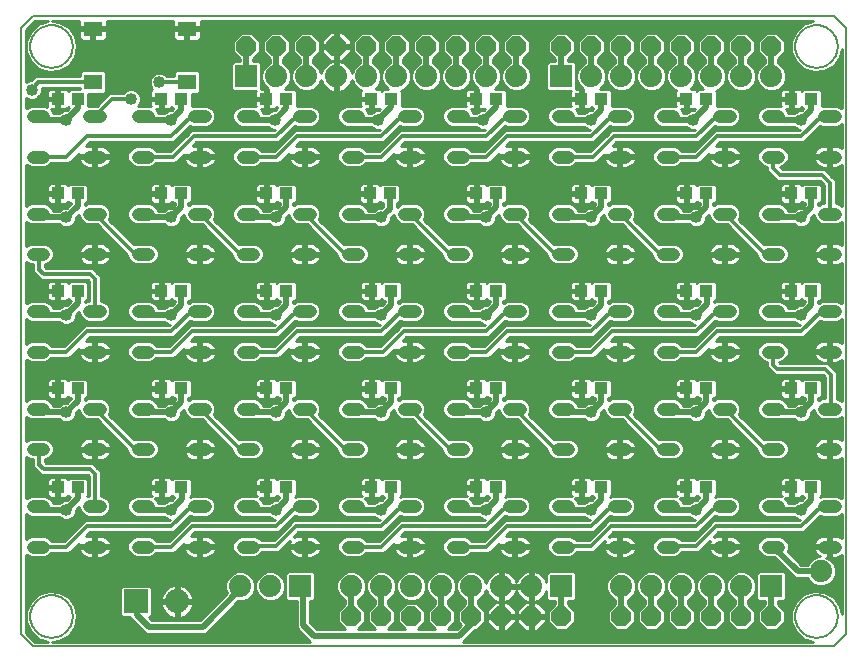
<source format=gtl>
G75*
%MOIN*%
%OFA0B0*%
%FSLAX24Y24*%
%IPPOS*%
%LPD*%
%AMOC8*
5,1,8,0,0,1.08239X$1,22.5*
%
%ADD10C,0.0050*%
%ADD11OC8,0.0660*%
%ADD12C,0.0433*%
%ADD13R,0.0433X0.0394*%
%ADD14C,0.0800*%
%ADD15R,0.0800X0.0800*%
%ADD16R,0.0740X0.0740*%
%ADD17C,0.0740*%
%ADD18R,0.0610X0.0512*%
%ADD19C,0.0100*%
%ADD20C,0.0400*%
%ADD21C,0.0200*%
%ADD22C,0.0140*%
D10*
X002752Y000900D02*
X002752Y021100D01*
X003152Y021500D01*
X029852Y021500D01*
X030252Y021100D01*
X030252Y000900D01*
X029852Y000500D01*
X003152Y000500D01*
X002752Y000900D01*
X003045Y001500D02*
X003047Y001553D01*
X003053Y001605D01*
X003063Y001657D01*
X003076Y001708D01*
X003094Y001758D01*
X003115Y001807D01*
X003140Y001854D01*
X003168Y001898D01*
X003199Y001941D01*
X003234Y001981D01*
X003271Y002018D01*
X003311Y002053D01*
X003354Y002084D01*
X003399Y002112D01*
X003445Y002137D01*
X003494Y002158D01*
X003544Y002176D01*
X003595Y002189D01*
X003647Y002199D01*
X003699Y002205D01*
X003752Y002207D01*
X003805Y002205D01*
X003857Y002199D01*
X003909Y002189D01*
X003960Y002176D01*
X004010Y002158D01*
X004059Y002137D01*
X004106Y002112D01*
X004150Y002084D01*
X004193Y002053D01*
X004233Y002018D01*
X004270Y001981D01*
X004305Y001941D01*
X004336Y001898D01*
X004364Y001853D01*
X004389Y001807D01*
X004410Y001758D01*
X004428Y001708D01*
X004441Y001657D01*
X004451Y001605D01*
X004457Y001553D01*
X004459Y001500D01*
X004457Y001447D01*
X004451Y001395D01*
X004441Y001343D01*
X004428Y001292D01*
X004410Y001242D01*
X004389Y001193D01*
X004364Y001146D01*
X004336Y001102D01*
X004305Y001059D01*
X004270Y001019D01*
X004233Y000982D01*
X004193Y000947D01*
X004150Y000916D01*
X004105Y000888D01*
X004059Y000863D01*
X004010Y000842D01*
X003960Y000824D01*
X003909Y000811D01*
X003857Y000801D01*
X003805Y000795D01*
X003752Y000793D01*
X003699Y000795D01*
X003647Y000801D01*
X003595Y000811D01*
X003544Y000824D01*
X003494Y000842D01*
X003445Y000863D01*
X003398Y000888D01*
X003354Y000916D01*
X003311Y000947D01*
X003271Y000982D01*
X003234Y001019D01*
X003199Y001059D01*
X003168Y001102D01*
X003140Y001147D01*
X003115Y001193D01*
X003094Y001242D01*
X003076Y001292D01*
X003063Y001343D01*
X003053Y001395D01*
X003047Y001447D01*
X003045Y001500D01*
X028545Y001500D02*
X028547Y001553D01*
X028553Y001605D01*
X028563Y001657D01*
X028576Y001708D01*
X028594Y001758D01*
X028615Y001807D01*
X028640Y001854D01*
X028668Y001898D01*
X028699Y001941D01*
X028734Y001981D01*
X028771Y002018D01*
X028811Y002053D01*
X028854Y002084D01*
X028899Y002112D01*
X028945Y002137D01*
X028994Y002158D01*
X029044Y002176D01*
X029095Y002189D01*
X029147Y002199D01*
X029199Y002205D01*
X029252Y002207D01*
X029305Y002205D01*
X029357Y002199D01*
X029409Y002189D01*
X029460Y002176D01*
X029510Y002158D01*
X029559Y002137D01*
X029606Y002112D01*
X029650Y002084D01*
X029693Y002053D01*
X029733Y002018D01*
X029770Y001981D01*
X029805Y001941D01*
X029836Y001898D01*
X029864Y001853D01*
X029889Y001807D01*
X029910Y001758D01*
X029928Y001708D01*
X029941Y001657D01*
X029951Y001605D01*
X029957Y001553D01*
X029959Y001500D01*
X029957Y001447D01*
X029951Y001395D01*
X029941Y001343D01*
X029928Y001292D01*
X029910Y001242D01*
X029889Y001193D01*
X029864Y001146D01*
X029836Y001102D01*
X029805Y001059D01*
X029770Y001019D01*
X029733Y000982D01*
X029693Y000947D01*
X029650Y000916D01*
X029605Y000888D01*
X029559Y000863D01*
X029510Y000842D01*
X029460Y000824D01*
X029409Y000811D01*
X029357Y000801D01*
X029305Y000795D01*
X029252Y000793D01*
X029199Y000795D01*
X029147Y000801D01*
X029095Y000811D01*
X029044Y000824D01*
X028994Y000842D01*
X028945Y000863D01*
X028898Y000888D01*
X028854Y000916D01*
X028811Y000947D01*
X028771Y000982D01*
X028734Y001019D01*
X028699Y001059D01*
X028668Y001102D01*
X028640Y001147D01*
X028615Y001193D01*
X028594Y001242D01*
X028576Y001292D01*
X028563Y001343D01*
X028553Y001395D01*
X028547Y001447D01*
X028545Y001500D01*
X028545Y020500D02*
X028547Y020553D01*
X028553Y020605D01*
X028563Y020657D01*
X028576Y020708D01*
X028594Y020758D01*
X028615Y020807D01*
X028640Y020854D01*
X028668Y020898D01*
X028699Y020941D01*
X028734Y020981D01*
X028771Y021018D01*
X028811Y021053D01*
X028854Y021084D01*
X028899Y021112D01*
X028945Y021137D01*
X028994Y021158D01*
X029044Y021176D01*
X029095Y021189D01*
X029147Y021199D01*
X029199Y021205D01*
X029252Y021207D01*
X029305Y021205D01*
X029357Y021199D01*
X029409Y021189D01*
X029460Y021176D01*
X029510Y021158D01*
X029559Y021137D01*
X029606Y021112D01*
X029650Y021084D01*
X029693Y021053D01*
X029733Y021018D01*
X029770Y020981D01*
X029805Y020941D01*
X029836Y020898D01*
X029864Y020853D01*
X029889Y020807D01*
X029910Y020758D01*
X029928Y020708D01*
X029941Y020657D01*
X029951Y020605D01*
X029957Y020553D01*
X029959Y020500D01*
X029957Y020447D01*
X029951Y020395D01*
X029941Y020343D01*
X029928Y020292D01*
X029910Y020242D01*
X029889Y020193D01*
X029864Y020146D01*
X029836Y020102D01*
X029805Y020059D01*
X029770Y020019D01*
X029733Y019982D01*
X029693Y019947D01*
X029650Y019916D01*
X029605Y019888D01*
X029559Y019863D01*
X029510Y019842D01*
X029460Y019824D01*
X029409Y019811D01*
X029357Y019801D01*
X029305Y019795D01*
X029252Y019793D01*
X029199Y019795D01*
X029147Y019801D01*
X029095Y019811D01*
X029044Y019824D01*
X028994Y019842D01*
X028945Y019863D01*
X028898Y019888D01*
X028854Y019916D01*
X028811Y019947D01*
X028771Y019982D01*
X028734Y020019D01*
X028699Y020059D01*
X028668Y020102D01*
X028640Y020147D01*
X028615Y020193D01*
X028594Y020242D01*
X028576Y020292D01*
X028563Y020343D01*
X028553Y020395D01*
X028547Y020447D01*
X028545Y020500D01*
X003045Y020500D02*
X003047Y020553D01*
X003053Y020605D01*
X003063Y020657D01*
X003076Y020708D01*
X003094Y020758D01*
X003115Y020807D01*
X003140Y020854D01*
X003168Y020898D01*
X003199Y020941D01*
X003234Y020981D01*
X003271Y021018D01*
X003311Y021053D01*
X003354Y021084D01*
X003399Y021112D01*
X003445Y021137D01*
X003494Y021158D01*
X003544Y021176D01*
X003595Y021189D01*
X003647Y021199D01*
X003699Y021205D01*
X003752Y021207D01*
X003805Y021205D01*
X003857Y021199D01*
X003909Y021189D01*
X003960Y021176D01*
X004010Y021158D01*
X004059Y021137D01*
X004106Y021112D01*
X004150Y021084D01*
X004193Y021053D01*
X004233Y021018D01*
X004270Y020981D01*
X004305Y020941D01*
X004336Y020898D01*
X004364Y020853D01*
X004389Y020807D01*
X004410Y020758D01*
X004428Y020708D01*
X004441Y020657D01*
X004451Y020605D01*
X004457Y020553D01*
X004459Y020500D01*
X004457Y020447D01*
X004451Y020395D01*
X004441Y020343D01*
X004428Y020292D01*
X004410Y020242D01*
X004389Y020193D01*
X004364Y020146D01*
X004336Y020102D01*
X004305Y020059D01*
X004270Y020019D01*
X004233Y019982D01*
X004193Y019947D01*
X004150Y019916D01*
X004105Y019888D01*
X004059Y019863D01*
X004010Y019842D01*
X003960Y019824D01*
X003909Y019811D01*
X003857Y019801D01*
X003805Y019795D01*
X003752Y019793D01*
X003699Y019795D01*
X003647Y019801D01*
X003595Y019811D01*
X003544Y019824D01*
X003494Y019842D01*
X003445Y019863D01*
X003398Y019888D01*
X003354Y019916D01*
X003311Y019947D01*
X003271Y019982D01*
X003234Y020019D01*
X003199Y020059D01*
X003168Y020102D01*
X003140Y020147D01*
X003115Y020193D01*
X003094Y020242D01*
X003076Y020292D01*
X003063Y020343D01*
X003053Y020395D01*
X003047Y020447D01*
X003045Y020500D01*
D11*
X010252Y020500D03*
X011252Y020500D03*
X012252Y020500D03*
X013252Y020500D03*
X014252Y020500D03*
X015252Y020500D03*
X016252Y020500D03*
X017252Y020500D03*
X018252Y020500D03*
X019252Y020500D03*
X020752Y020500D03*
X021752Y020500D03*
X022752Y020500D03*
X023752Y020500D03*
X024752Y020500D03*
X025752Y020500D03*
X026752Y020500D03*
X027752Y020500D03*
X027752Y001500D03*
X026752Y001500D03*
X025752Y001500D03*
X024752Y001500D03*
X023752Y001500D03*
X022752Y001500D03*
X020752Y001500D03*
X019752Y001500D03*
X018752Y001500D03*
X017752Y001500D03*
X016752Y001500D03*
X015752Y001500D03*
X014752Y001500D03*
X013752Y001500D03*
D12*
X013630Y003831D02*
X013984Y003831D01*
X013984Y003831D01*
X013630Y003831D01*
X013630Y003831D01*
X012374Y003831D02*
X012020Y003831D01*
X012374Y003831D02*
X012374Y003831D01*
X012020Y003831D01*
X012020Y003831D01*
X012020Y005169D02*
X012374Y005169D01*
X012374Y005169D01*
X012020Y005169D01*
X012020Y005169D01*
X010484Y005169D02*
X010130Y005169D01*
X010484Y005169D02*
X010484Y005169D01*
X010130Y005169D01*
X010130Y005169D01*
X008874Y005169D02*
X008520Y005169D01*
X008874Y005169D02*
X008874Y005169D01*
X008520Y005169D01*
X008520Y005169D01*
X008520Y003831D02*
X008874Y003831D01*
X008874Y003831D01*
X008520Y003831D01*
X008520Y003831D01*
X010130Y003831D02*
X010484Y003831D01*
X010484Y003831D01*
X010130Y003831D01*
X010130Y003831D01*
X006984Y003831D02*
X006630Y003831D01*
X006984Y003831D02*
X006984Y003831D01*
X006630Y003831D01*
X006630Y003831D01*
X005374Y003831D02*
X005020Y003831D01*
X005374Y003831D02*
X005374Y003831D01*
X005020Y003831D01*
X005020Y003831D01*
X005020Y005169D02*
X005374Y005169D01*
X005374Y005169D01*
X005020Y005169D01*
X005020Y005169D01*
X003484Y005169D02*
X003130Y005169D01*
X003484Y005169D02*
X003484Y005169D01*
X003130Y005169D01*
X003130Y005169D01*
X003130Y003831D02*
X003484Y003831D01*
X003484Y003831D01*
X003130Y003831D01*
X003130Y003831D01*
X006630Y005169D02*
X006984Y005169D01*
X006984Y005169D01*
X006630Y005169D01*
X006630Y005169D01*
X006630Y007081D02*
X006984Y007081D01*
X006984Y007081D01*
X006630Y007081D01*
X006630Y007081D01*
X005374Y007081D02*
X005020Y007081D01*
X005374Y007081D02*
X005374Y007081D01*
X005020Y007081D01*
X005020Y007081D01*
X005020Y008419D02*
X005374Y008419D01*
X005374Y008419D01*
X005020Y008419D01*
X005020Y008419D01*
X003484Y008419D02*
X003130Y008419D01*
X003484Y008419D02*
X003484Y008419D01*
X003130Y008419D01*
X003130Y008419D01*
X003130Y007081D02*
X003484Y007081D01*
X003484Y007081D01*
X003130Y007081D01*
X003130Y007081D01*
X006630Y008419D02*
X006984Y008419D01*
X006984Y008419D01*
X006630Y008419D01*
X006630Y008419D01*
X008520Y008419D02*
X008874Y008419D01*
X008874Y008419D01*
X008520Y008419D01*
X008520Y008419D01*
X010130Y008419D02*
X010484Y008419D01*
X010484Y008419D01*
X010130Y008419D01*
X010130Y008419D01*
X010130Y007081D02*
X010484Y007081D01*
X010484Y007081D01*
X010130Y007081D01*
X010130Y007081D01*
X008874Y007081D02*
X008520Y007081D01*
X008874Y007081D02*
X008874Y007081D01*
X008520Y007081D01*
X008520Y007081D01*
X012020Y007081D02*
X012374Y007081D01*
X012374Y007081D01*
X012020Y007081D01*
X012020Y007081D01*
X012020Y008419D02*
X012374Y008419D01*
X012374Y008419D01*
X012020Y008419D01*
X012020Y008419D01*
X013630Y008419D02*
X013984Y008419D01*
X013984Y008419D01*
X013630Y008419D01*
X013630Y008419D01*
X013630Y007081D02*
X013984Y007081D01*
X013984Y007081D01*
X013630Y007081D01*
X013630Y007081D01*
X015520Y007081D02*
X015874Y007081D01*
X015874Y007081D01*
X015520Y007081D01*
X015520Y007081D01*
X017130Y007081D02*
X017484Y007081D01*
X017484Y007081D01*
X017130Y007081D01*
X017130Y007081D01*
X017130Y008419D02*
X017484Y008419D01*
X017484Y008419D01*
X017130Y008419D01*
X017130Y008419D01*
X015874Y008419D02*
X015520Y008419D01*
X015874Y008419D02*
X015874Y008419D01*
X015520Y008419D01*
X015520Y008419D01*
X015520Y010331D02*
X015874Y010331D01*
X015874Y010331D01*
X015520Y010331D01*
X015520Y010331D01*
X017130Y010331D02*
X017484Y010331D01*
X017484Y010331D01*
X017130Y010331D01*
X017130Y010331D01*
X017130Y011669D02*
X017484Y011669D01*
X017484Y011669D01*
X017130Y011669D01*
X017130Y011669D01*
X015874Y011669D02*
X015520Y011669D01*
X015874Y011669D02*
X015874Y011669D01*
X015520Y011669D01*
X015520Y011669D01*
X013984Y011669D02*
X013630Y011669D01*
X013984Y011669D02*
X013984Y011669D01*
X013630Y011669D01*
X013630Y011669D01*
X012374Y011669D02*
X012020Y011669D01*
X012374Y011669D02*
X012374Y011669D01*
X012020Y011669D01*
X012020Y011669D01*
X012020Y010331D02*
X012374Y010331D01*
X012374Y010331D01*
X012020Y010331D01*
X012020Y010331D01*
X010484Y010331D02*
X010130Y010331D01*
X010484Y010331D02*
X010484Y010331D01*
X010130Y010331D01*
X010130Y010331D01*
X008874Y010331D02*
X008520Y010331D01*
X008874Y010331D02*
X008874Y010331D01*
X008520Y010331D01*
X008520Y010331D01*
X008520Y011669D02*
X008874Y011669D01*
X008874Y011669D01*
X008520Y011669D01*
X008520Y011669D01*
X010130Y011669D02*
X010484Y011669D01*
X010484Y011669D01*
X010130Y011669D01*
X010130Y011669D01*
X010130Y013581D02*
X010484Y013581D01*
X010484Y013581D01*
X010130Y013581D01*
X010130Y013581D01*
X008874Y013581D02*
X008520Y013581D01*
X008874Y013581D02*
X008874Y013581D01*
X008520Y013581D01*
X008520Y013581D01*
X008520Y014919D02*
X008874Y014919D01*
X008874Y014919D01*
X008520Y014919D01*
X008520Y014919D01*
X010130Y014919D02*
X010484Y014919D01*
X010484Y014919D01*
X010130Y014919D01*
X010130Y014919D01*
X012020Y014919D02*
X012374Y014919D01*
X012374Y014919D01*
X012020Y014919D01*
X012020Y014919D01*
X012020Y013581D02*
X012374Y013581D01*
X012374Y013581D01*
X012020Y013581D01*
X012020Y013581D01*
X013630Y013581D02*
X013984Y013581D01*
X013984Y013581D01*
X013630Y013581D01*
X013630Y013581D01*
X013630Y014919D02*
X013984Y014919D01*
X013984Y014919D01*
X013630Y014919D01*
X013630Y014919D01*
X015520Y014919D02*
X015874Y014919D01*
X015874Y014919D01*
X015520Y014919D01*
X015520Y014919D01*
X017130Y014919D02*
X017484Y014919D01*
X017484Y014919D01*
X017130Y014919D01*
X017130Y014919D01*
X017130Y013581D02*
X017484Y013581D01*
X017484Y013581D01*
X017130Y013581D01*
X017130Y013581D01*
X015874Y013581D02*
X015520Y013581D01*
X015874Y013581D02*
X015874Y013581D01*
X015520Y013581D01*
X015520Y013581D01*
X019020Y013581D02*
X019374Y013581D01*
X019374Y013581D01*
X019020Y013581D01*
X019020Y013581D01*
X019020Y014919D02*
X019374Y014919D01*
X019374Y014919D01*
X019020Y014919D01*
X019020Y014919D01*
X020630Y014919D02*
X020984Y014919D01*
X020984Y014919D01*
X020630Y014919D01*
X020630Y014919D01*
X020630Y013581D02*
X020984Y013581D01*
X020984Y013581D01*
X020630Y013581D01*
X020630Y013581D01*
X022520Y013581D02*
X022874Y013581D01*
X022874Y013581D01*
X022520Y013581D01*
X022520Y013581D01*
X024130Y013581D02*
X024484Y013581D01*
X024484Y013581D01*
X024130Y013581D01*
X024130Y013581D01*
X024130Y014919D02*
X024484Y014919D01*
X024484Y014919D01*
X024130Y014919D01*
X024130Y014919D01*
X022874Y014919D02*
X022520Y014919D01*
X022874Y014919D02*
X022874Y014919D01*
X022520Y014919D01*
X022520Y014919D01*
X022520Y016831D02*
X022874Y016831D01*
X022874Y016831D01*
X022520Y016831D01*
X022520Y016831D01*
X024130Y016831D02*
X024484Y016831D01*
X024484Y016831D01*
X024130Y016831D01*
X024130Y016831D01*
X024130Y018169D02*
X024484Y018169D01*
X024484Y018169D01*
X024130Y018169D01*
X024130Y018169D01*
X022874Y018169D02*
X022520Y018169D01*
X022874Y018169D02*
X022874Y018169D01*
X022520Y018169D01*
X022520Y018169D01*
X020984Y018169D02*
X020630Y018169D01*
X020984Y018169D02*
X020984Y018169D01*
X020630Y018169D01*
X020630Y018169D01*
X019374Y018169D02*
X019020Y018169D01*
X019374Y018169D02*
X019374Y018169D01*
X019020Y018169D01*
X019020Y018169D01*
X019020Y016831D02*
X019374Y016831D01*
X019374Y016831D01*
X019020Y016831D01*
X019020Y016831D01*
X017484Y016831D02*
X017130Y016831D01*
X017484Y016831D02*
X017484Y016831D01*
X017130Y016831D01*
X017130Y016831D01*
X015874Y016831D02*
X015520Y016831D01*
X015874Y016831D02*
X015874Y016831D01*
X015520Y016831D01*
X015520Y016831D01*
X015520Y018169D02*
X015874Y018169D01*
X015874Y018169D01*
X015520Y018169D01*
X015520Y018169D01*
X017130Y018169D02*
X017484Y018169D01*
X017484Y018169D01*
X017130Y018169D01*
X017130Y018169D01*
X013984Y018169D02*
X013630Y018169D01*
X013984Y018169D02*
X013984Y018169D01*
X013630Y018169D01*
X013630Y018169D01*
X012374Y018169D02*
X012020Y018169D01*
X012374Y018169D02*
X012374Y018169D01*
X012020Y018169D01*
X012020Y018169D01*
X012020Y016831D02*
X012374Y016831D01*
X012374Y016831D01*
X012020Y016831D01*
X012020Y016831D01*
X010484Y016831D02*
X010130Y016831D01*
X010484Y016831D02*
X010484Y016831D01*
X010130Y016831D01*
X010130Y016831D01*
X008874Y016831D02*
X008520Y016831D01*
X008874Y016831D02*
X008874Y016831D01*
X008520Y016831D01*
X008520Y016831D01*
X008520Y018169D02*
X008874Y018169D01*
X008874Y018169D01*
X008520Y018169D01*
X008520Y018169D01*
X010130Y018169D02*
X010484Y018169D01*
X010484Y018169D01*
X010130Y018169D01*
X010130Y018169D01*
X006984Y018169D02*
X006630Y018169D01*
X006984Y018169D02*
X006984Y018169D01*
X006630Y018169D01*
X006630Y018169D01*
X005374Y018169D02*
X005020Y018169D01*
X005374Y018169D02*
X005374Y018169D01*
X005020Y018169D01*
X005020Y018169D01*
X005020Y016831D02*
X005374Y016831D01*
X005374Y016831D01*
X005020Y016831D01*
X005020Y016831D01*
X003484Y016831D02*
X003130Y016831D01*
X003484Y016831D02*
X003484Y016831D01*
X003130Y016831D01*
X003130Y016831D01*
X003130Y018169D02*
X003484Y018169D01*
X003484Y018169D01*
X003130Y018169D01*
X003130Y018169D01*
X006630Y016831D02*
X006984Y016831D01*
X006984Y016831D01*
X006630Y016831D01*
X006630Y016831D01*
X006630Y014919D02*
X006984Y014919D01*
X006984Y014919D01*
X006630Y014919D01*
X006630Y014919D01*
X005374Y014919D02*
X005020Y014919D01*
X005374Y014919D02*
X005374Y014919D01*
X005020Y014919D01*
X005020Y014919D01*
X005020Y013581D02*
X005374Y013581D01*
X005374Y013581D01*
X005020Y013581D01*
X005020Y013581D01*
X003484Y013581D02*
X003130Y013581D01*
X003484Y013581D02*
X003484Y013581D01*
X003130Y013581D01*
X003130Y013581D01*
X003130Y014919D02*
X003484Y014919D01*
X003484Y014919D01*
X003130Y014919D01*
X003130Y014919D01*
X006630Y013581D02*
X006984Y013581D01*
X006984Y013581D01*
X006630Y013581D01*
X006630Y013581D01*
X006630Y011669D02*
X006984Y011669D01*
X006984Y011669D01*
X006630Y011669D01*
X006630Y011669D01*
X005374Y011669D02*
X005020Y011669D01*
X005374Y011669D02*
X005374Y011669D01*
X005020Y011669D01*
X005020Y011669D01*
X005020Y010331D02*
X005374Y010331D01*
X005374Y010331D01*
X005020Y010331D01*
X005020Y010331D01*
X003484Y010331D02*
X003130Y010331D01*
X003484Y010331D02*
X003484Y010331D01*
X003130Y010331D01*
X003130Y010331D01*
X003130Y011669D02*
X003484Y011669D01*
X003484Y011669D01*
X003130Y011669D01*
X003130Y011669D01*
X006630Y010331D02*
X006984Y010331D01*
X006984Y010331D01*
X006630Y010331D01*
X006630Y010331D01*
X013630Y010331D02*
X013984Y010331D01*
X013984Y010331D01*
X013630Y010331D01*
X013630Y010331D01*
X019020Y010331D02*
X019374Y010331D01*
X019374Y010331D01*
X019020Y010331D01*
X019020Y010331D01*
X019020Y011669D02*
X019374Y011669D01*
X019374Y011669D01*
X019020Y011669D01*
X019020Y011669D01*
X020630Y011669D02*
X020984Y011669D01*
X020984Y011669D01*
X020630Y011669D01*
X020630Y011669D01*
X020630Y010331D02*
X020984Y010331D01*
X020984Y010331D01*
X020630Y010331D01*
X020630Y010331D01*
X022520Y010331D02*
X022874Y010331D01*
X022874Y010331D01*
X022520Y010331D01*
X022520Y010331D01*
X024130Y010331D02*
X024484Y010331D01*
X024484Y010331D01*
X024130Y010331D01*
X024130Y010331D01*
X024130Y011669D02*
X024484Y011669D01*
X024484Y011669D01*
X024130Y011669D01*
X024130Y011669D01*
X022874Y011669D02*
X022520Y011669D01*
X022874Y011669D02*
X022874Y011669D01*
X022520Y011669D01*
X022520Y011669D01*
X026020Y011669D02*
X026374Y011669D01*
X026374Y011669D01*
X026020Y011669D01*
X026020Y011669D01*
X026020Y010331D02*
X026374Y010331D01*
X026374Y010331D01*
X026020Y010331D01*
X026020Y010331D01*
X027630Y010331D02*
X027984Y010331D01*
X027984Y010331D01*
X027630Y010331D01*
X027630Y010331D01*
X027630Y011669D02*
X027984Y011669D01*
X027984Y011669D01*
X027630Y011669D01*
X027630Y011669D01*
X029520Y011669D02*
X029874Y011669D01*
X029874Y011669D01*
X029520Y011669D01*
X029520Y011669D01*
X029520Y010331D02*
X029874Y010331D01*
X029874Y010331D01*
X029520Y010331D01*
X029520Y010331D01*
X029520Y008419D02*
X029874Y008419D01*
X029874Y008419D01*
X029520Y008419D01*
X029520Y008419D01*
X029520Y007081D02*
X029874Y007081D01*
X029874Y007081D01*
X029520Y007081D01*
X029520Y007081D01*
X027984Y007081D02*
X027630Y007081D01*
X027984Y007081D02*
X027984Y007081D01*
X027630Y007081D01*
X027630Y007081D01*
X026374Y007081D02*
X026020Y007081D01*
X026374Y007081D02*
X026374Y007081D01*
X026020Y007081D01*
X026020Y007081D01*
X026020Y008419D02*
X026374Y008419D01*
X026374Y008419D01*
X026020Y008419D01*
X026020Y008419D01*
X024484Y008419D02*
X024130Y008419D01*
X024484Y008419D02*
X024484Y008419D01*
X024130Y008419D01*
X024130Y008419D01*
X022874Y008419D02*
X022520Y008419D01*
X022874Y008419D02*
X022874Y008419D01*
X022520Y008419D01*
X022520Y008419D01*
X022520Y007081D02*
X022874Y007081D01*
X022874Y007081D01*
X022520Y007081D01*
X022520Y007081D01*
X024130Y007081D02*
X024484Y007081D01*
X024484Y007081D01*
X024130Y007081D01*
X024130Y007081D01*
X024130Y005169D02*
X024484Y005169D01*
X024484Y005169D01*
X024130Y005169D01*
X024130Y005169D01*
X022874Y005169D02*
X022520Y005169D01*
X022874Y005169D02*
X022874Y005169D01*
X022520Y005169D01*
X022520Y005169D01*
X022520Y003831D02*
X022874Y003831D01*
X022874Y003831D01*
X022520Y003831D01*
X022520Y003831D01*
X024130Y003831D02*
X024484Y003831D01*
X024484Y003831D01*
X024130Y003831D01*
X024130Y003831D01*
X026020Y003831D02*
X026374Y003831D01*
X026374Y003831D01*
X026020Y003831D01*
X026020Y003831D01*
X026020Y005169D02*
X026374Y005169D01*
X026374Y005169D01*
X026020Y005169D01*
X026020Y005169D01*
X027630Y005169D02*
X027984Y005169D01*
X027984Y005169D01*
X027630Y005169D01*
X027630Y005169D01*
X027630Y003831D02*
X027984Y003831D01*
X027984Y003831D01*
X027630Y003831D01*
X027630Y003831D01*
X029520Y003831D02*
X029874Y003831D01*
X029874Y003831D01*
X029520Y003831D01*
X029520Y003831D01*
X029520Y005169D02*
X029874Y005169D01*
X029874Y005169D01*
X029520Y005169D01*
X029520Y005169D01*
X027984Y008419D02*
X027630Y008419D01*
X027984Y008419D02*
X027984Y008419D01*
X027630Y008419D01*
X027630Y008419D01*
X020984Y008419D02*
X020630Y008419D01*
X020984Y008419D02*
X020984Y008419D01*
X020630Y008419D01*
X020630Y008419D01*
X019374Y008419D02*
X019020Y008419D01*
X019374Y008419D02*
X019374Y008419D01*
X019020Y008419D01*
X019020Y008419D01*
X019020Y007081D02*
X019374Y007081D01*
X019374Y007081D01*
X019020Y007081D01*
X019020Y007081D01*
X020630Y007081D02*
X020984Y007081D01*
X020984Y007081D01*
X020630Y007081D01*
X020630Y007081D01*
X020630Y005169D02*
X020984Y005169D01*
X020984Y005169D01*
X020630Y005169D01*
X020630Y005169D01*
X019374Y005169D02*
X019020Y005169D01*
X019374Y005169D02*
X019374Y005169D01*
X019020Y005169D01*
X019020Y005169D01*
X019020Y003831D02*
X019374Y003831D01*
X019374Y003831D01*
X019020Y003831D01*
X019020Y003831D01*
X017484Y003831D02*
X017130Y003831D01*
X017484Y003831D02*
X017484Y003831D01*
X017130Y003831D01*
X017130Y003831D01*
X015874Y003831D02*
X015520Y003831D01*
X015874Y003831D02*
X015874Y003831D01*
X015520Y003831D01*
X015520Y003831D01*
X015520Y005169D02*
X015874Y005169D01*
X015874Y005169D01*
X015520Y005169D01*
X015520Y005169D01*
X017130Y005169D02*
X017484Y005169D01*
X017484Y005169D01*
X017130Y005169D01*
X017130Y005169D01*
X013984Y005169D02*
X013630Y005169D01*
X013984Y005169D02*
X013984Y005169D01*
X013630Y005169D01*
X013630Y005169D01*
X020630Y003831D02*
X020984Y003831D01*
X020984Y003831D01*
X020630Y003831D01*
X020630Y003831D01*
X026020Y013581D02*
X026374Y013581D01*
X026374Y013581D01*
X026020Y013581D01*
X026020Y013581D01*
X026020Y014919D02*
X026374Y014919D01*
X026374Y014919D01*
X026020Y014919D01*
X026020Y014919D01*
X027630Y014919D02*
X027984Y014919D01*
X027984Y014919D01*
X027630Y014919D01*
X027630Y014919D01*
X027630Y013581D02*
X027984Y013581D01*
X027984Y013581D01*
X027630Y013581D01*
X027630Y013581D01*
X029520Y013581D02*
X029874Y013581D01*
X029874Y013581D01*
X029520Y013581D01*
X029520Y013581D01*
X029520Y014919D02*
X029874Y014919D01*
X029874Y014919D01*
X029520Y014919D01*
X029520Y014919D01*
X029520Y016831D02*
X029874Y016831D01*
X029874Y016831D01*
X029520Y016831D01*
X029520Y016831D01*
X029520Y018169D02*
X029874Y018169D01*
X029874Y018169D01*
X029520Y018169D01*
X029520Y018169D01*
X027984Y018169D02*
X027630Y018169D01*
X027984Y018169D02*
X027984Y018169D01*
X027630Y018169D01*
X027630Y018169D01*
X026374Y018169D02*
X026020Y018169D01*
X026374Y018169D02*
X026374Y018169D01*
X026020Y018169D01*
X026020Y018169D01*
X026020Y016831D02*
X026374Y016831D01*
X026374Y016831D01*
X026020Y016831D01*
X026020Y016831D01*
X027630Y016831D02*
X027984Y016831D01*
X027984Y016831D01*
X027630Y016831D01*
X027630Y016831D01*
X020984Y016831D02*
X020630Y016831D01*
X020984Y016831D02*
X020984Y016831D01*
X020630Y016831D01*
X020630Y016831D01*
X013984Y016831D02*
X013630Y016831D01*
X013984Y016831D02*
X013984Y016831D01*
X013630Y016831D01*
X013630Y016831D01*
D13*
X014368Y015600D03*
X015037Y015600D03*
X017918Y015600D03*
X018587Y015600D03*
X021418Y015600D03*
X022087Y015600D03*
X024918Y015600D03*
X025587Y015600D03*
X028418Y015600D03*
X029087Y015600D03*
X029087Y018750D03*
X028418Y018750D03*
X025587Y018750D03*
X024918Y018750D03*
X022087Y018750D03*
X021418Y018750D03*
X018587Y018750D03*
X017918Y018750D03*
X015087Y018750D03*
X014418Y018750D03*
X011587Y018750D03*
X010918Y018750D03*
X008087Y018750D03*
X007418Y018750D03*
X004637Y018750D03*
X003968Y018750D03*
X003968Y015600D03*
X004637Y015600D03*
X007418Y015600D03*
X008087Y015600D03*
X010918Y015600D03*
X011587Y015600D03*
X011587Y012350D03*
X010918Y012350D03*
X008087Y012350D03*
X007418Y012350D03*
X004637Y012350D03*
X003968Y012350D03*
X003968Y009100D03*
X004637Y009100D03*
X007418Y009100D03*
X008087Y009100D03*
X010918Y009100D03*
X011587Y009100D03*
X014418Y009100D03*
X015087Y009100D03*
X017918Y009100D03*
X018587Y009100D03*
X021418Y009100D03*
X022087Y009100D03*
X024918Y009100D03*
X025587Y009100D03*
X028418Y009100D03*
X029087Y009100D03*
X029087Y012350D03*
X028418Y012350D03*
X025587Y012350D03*
X024918Y012350D03*
X022087Y012350D03*
X021418Y012350D03*
X018587Y012350D03*
X017918Y012350D03*
X015087Y012350D03*
X014418Y012350D03*
X014418Y005800D03*
X015087Y005800D03*
X017918Y005800D03*
X018587Y005800D03*
X021418Y005800D03*
X022087Y005800D03*
X024918Y005800D03*
X025587Y005800D03*
X028418Y005800D03*
X029087Y005800D03*
X011587Y005800D03*
X010918Y005800D03*
X008087Y005800D03*
X007418Y005800D03*
X004637Y005800D03*
X003968Y005800D03*
D14*
X007941Y002000D03*
D15*
X006563Y002000D03*
D16*
X012052Y002500D03*
X020752Y002500D03*
X027752Y002500D03*
X020752Y019500D03*
X010252Y019500D03*
D17*
X011252Y019500D03*
X012252Y019500D03*
X013252Y019500D03*
X014252Y019500D03*
X015252Y019500D03*
X016252Y019500D03*
X017252Y019500D03*
X018252Y019500D03*
X019252Y019500D03*
X021752Y019500D03*
X022752Y019500D03*
X023752Y019500D03*
X024752Y019500D03*
X025752Y019500D03*
X026752Y019500D03*
X027752Y019500D03*
X029402Y003000D03*
X026752Y002500D03*
X025752Y002500D03*
X024752Y002500D03*
X023752Y002500D03*
X022752Y002500D03*
X019752Y002500D03*
X018752Y002500D03*
X017752Y002500D03*
X016752Y002500D03*
X015752Y002500D03*
X014752Y002500D03*
X013752Y002500D03*
X011052Y002500D03*
X010052Y002500D03*
D18*
X008267Y019314D03*
X008267Y021086D03*
X005137Y021086D03*
X005137Y019314D03*
D19*
X004702Y019500D02*
X003373Y019500D01*
X003363Y019508D01*
X003291Y019500D01*
X003220Y019500D01*
X003211Y019491D01*
X003198Y019490D01*
X003153Y019434D01*
X003102Y019383D01*
X003102Y019380D01*
X003037Y019380D01*
X002915Y019330D01*
X002907Y019322D01*
X002907Y021036D01*
X003217Y021345D01*
X003624Y021345D01*
X003321Y021247D01*
X003055Y021007D01*
X003055Y021007D01*
X002909Y020679D01*
X002909Y020321D01*
X003055Y019993D01*
X003321Y019753D01*
X003321Y019753D01*
X003662Y019643D01*
X003662Y019643D01*
X004019Y019680D01*
X004329Y019859D01*
X004329Y019859D01*
X004540Y020149D01*
X004540Y020149D01*
X004614Y020500D01*
X004540Y020851D01*
X004329Y021141D01*
X004019Y021320D01*
X003780Y021345D01*
X004682Y021345D01*
X004682Y021136D01*
X005087Y021136D01*
X005087Y021036D01*
X004682Y021036D01*
X004682Y020810D01*
X004693Y020772D01*
X004712Y020738D01*
X004740Y020710D01*
X004774Y020690D01*
X004813Y020680D01*
X005087Y020680D01*
X005087Y021036D01*
X005187Y021036D01*
X005187Y020680D01*
X005462Y020680D01*
X005500Y020690D01*
X005535Y020710D01*
X005563Y020738D01*
X005582Y020772D01*
X005593Y020810D01*
X005593Y021036D01*
X005187Y021036D01*
X005187Y021136D01*
X005593Y021136D01*
X005593Y021345D01*
X007812Y021345D01*
X007812Y021136D01*
X008217Y021136D01*
X008217Y021036D01*
X007812Y021036D01*
X007812Y020810D01*
X007822Y020772D01*
X007842Y020738D01*
X007870Y020710D01*
X007904Y020690D01*
X007942Y020680D01*
X008217Y020680D01*
X008217Y021036D01*
X008317Y021036D01*
X008317Y020680D01*
X008592Y020680D01*
X008630Y020690D01*
X008665Y020710D01*
X008692Y020738D01*
X008712Y020772D01*
X008722Y020810D01*
X008722Y021036D01*
X008317Y021036D01*
X008317Y021136D01*
X008722Y021136D01*
X008722Y021345D01*
X029124Y021345D01*
X028821Y021247D01*
X028555Y021007D01*
X028555Y021007D01*
X028409Y020679D01*
X028409Y020321D01*
X028555Y019993D01*
X028821Y019753D01*
X028821Y019753D01*
X029162Y019643D01*
X029162Y019643D01*
X029519Y019680D01*
X029829Y019859D01*
X029829Y019859D01*
X030040Y020149D01*
X030040Y020149D01*
X030097Y020420D01*
X030097Y018436D01*
X030071Y018463D01*
X029943Y018516D01*
X029451Y018516D01*
X029434Y018509D01*
X029434Y019001D01*
X029357Y019077D01*
X028817Y019077D01*
X028763Y019023D01*
X028754Y019039D01*
X028726Y019067D01*
X028692Y019087D01*
X028654Y019097D01*
X028466Y019097D01*
X028466Y018798D01*
X028369Y018798D01*
X028369Y018702D01*
X028051Y018702D01*
X028051Y018533D01*
X028056Y018515D01*
X028054Y018516D01*
X027561Y018516D01*
X027434Y018463D01*
X027337Y018366D01*
X027284Y018238D01*
X027284Y018100D01*
X027337Y017973D01*
X027434Y017876D01*
X027561Y017823D01*
X027829Y017823D01*
X027832Y017820D01*
X028516Y017820D01*
X028565Y017770D01*
X028687Y017720D01*
X028690Y017720D01*
X028670Y017700D01*
X025870Y017700D01*
X025752Y017583D01*
X025170Y017000D01*
X024790Y017000D01*
X024778Y017027D01*
X024681Y017124D01*
X024554Y017177D01*
X024061Y017177D01*
X023934Y017124D01*
X023837Y017027D01*
X023784Y016900D01*
X023784Y016762D01*
X023837Y016634D01*
X023934Y016537D01*
X024061Y016484D01*
X024554Y016484D01*
X024681Y016537D01*
X024744Y016600D01*
X025335Y016600D01*
X025666Y016931D01*
X025656Y016881D01*
X026147Y016881D01*
X026147Y017197D01*
X025984Y017197D01*
X025920Y017184D01*
X026035Y017300D01*
X028835Y017300D01*
X029385Y017850D01*
X029451Y017823D01*
X029943Y017823D01*
X030071Y017876D01*
X030097Y017902D01*
X030097Y017123D01*
X030048Y017156D01*
X029981Y017183D01*
X029911Y017197D01*
X029747Y017197D01*
X029747Y016881D01*
X029647Y016881D01*
X029647Y017197D01*
X029484Y017197D01*
X029413Y017183D01*
X029346Y017156D01*
X029286Y017115D01*
X029235Y017064D01*
X029195Y017004D01*
X029168Y016938D01*
X029156Y016881D01*
X029647Y016881D01*
X029647Y016781D01*
X029156Y016781D01*
X029168Y016724D01*
X029195Y016657D01*
X029235Y016597D01*
X029286Y016546D01*
X029346Y016506D01*
X029413Y016478D01*
X029484Y016464D01*
X029647Y016464D01*
X029647Y016781D01*
X029747Y016781D01*
X029747Y016464D01*
X029911Y016464D01*
X029981Y016478D01*
X030048Y016506D01*
X030097Y016539D01*
X030097Y015186D01*
X030071Y015213D01*
X029943Y015266D01*
X029897Y015266D01*
X029897Y016038D01*
X029780Y016155D01*
X029535Y016400D01*
X028135Y016400D01*
X028051Y016484D01*
X028054Y016484D01*
X028181Y016537D01*
X028278Y016634D01*
X028331Y016762D01*
X028331Y016900D01*
X028278Y017027D01*
X028181Y017124D01*
X028054Y017177D01*
X027561Y017177D01*
X027434Y017124D01*
X027337Y017027D01*
X027284Y016900D01*
X027284Y016762D01*
X027337Y016634D01*
X027434Y016537D01*
X027561Y016484D01*
X027602Y016484D01*
X027602Y016367D01*
X027852Y016117D01*
X027970Y016000D01*
X029370Y016000D01*
X029497Y015872D01*
X029497Y015266D01*
X029451Y015266D01*
X029324Y015213D01*
X029317Y015206D01*
X029317Y015273D01*
X029357Y015273D01*
X029434Y015349D01*
X029434Y015851D01*
X029357Y015927D01*
X028817Y015927D01*
X028763Y015873D01*
X028754Y015889D01*
X028726Y015917D01*
X028692Y015937D01*
X028654Y015947D01*
X028466Y015947D01*
X028466Y015648D01*
X028369Y015648D01*
X028369Y015552D01*
X028051Y015552D01*
X028051Y015383D01*
X028061Y015345D01*
X028081Y015311D01*
X028109Y015283D01*
X028143Y015263D01*
X028181Y015253D01*
X028369Y015253D01*
X028369Y015552D01*
X028466Y015552D01*
X028466Y015253D01*
X028654Y015253D01*
X028692Y015263D01*
X028726Y015283D01*
X028754Y015311D01*
X028763Y015327D01*
X028817Y015273D01*
X028857Y015273D01*
X028857Y015230D01*
X028757Y015130D01*
X028687Y015130D01*
X028565Y015080D01*
X028516Y015030D01*
X028314Y015030D01*
X028278Y015116D01*
X028181Y015213D01*
X028054Y015266D01*
X027561Y015266D01*
X027434Y015213D01*
X027337Y015116D01*
X027284Y014988D01*
X027284Y014850D01*
X027337Y014723D01*
X027434Y014626D01*
X027561Y014573D01*
X027829Y014573D01*
X027832Y014570D01*
X028516Y014570D01*
X028565Y014520D01*
X028687Y014470D01*
X028818Y014470D01*
X028939Y014520D01*
X029032Y014613D01*
X029082Y014734D01*
X029082Y014805D01*
X029174Y014896D01*
X029174Y014850D01*
X029226Y014723D01*
X029324Y014626D01*
X029451Y014573D01*
X029943Y014573D01*
X030071Y014626D01*
X030097Y014652D01*
X030097Y013873D01*
X030048Y013906D01*
X029981Y013933D01*
X029911Y013947D01*
X029747Y013947D01*
X029747Y013631D01*
X029647Y013631D01*
X029647Y013947D01*
X029484Y013947D01*
X029413Y013933D01*
X029346Y013906D01*
X029286Y013865D01*
X029235Y013814D01*
X029195Y013754D01*
X029168Y013688D01*
X029156Y013631D01*
X029647Y013631D01*
X029647Y013531D01*
X029156Y013531D01*
X029168Y013474D01*
X029195Y013407D01*
X029235Y013347D01*
X029286Y013296D01*
X029346Y013256D01*
X029413Y013228D01*
X029484Y013214D01*
X029647Y013214D01*
X029647Y013531D01*
X029747Y013531D01*
X029747Y013214D01*
X029911Y013214D01*
X029981Y013228D01*
X030048Y013256D01*
X030097Y013289D01*
X030097Y011936D01*
X030071Y011963D01*
X029943Y012016D01*
X029451Y012016D01*
X029324Y011963D01*
X029317Y011956D01*
X029317Y012023D01*
X029357Y012023D01*
X029434Y012099D01*
X029434Y012601D01*
X029357Y012677D01*
X028817Y012677D01*
X028763Y012623D01*
X028754Y012639D01*
X028726Y012667D01*
X028692Y012687D01*
X028654Y012697D01*
X028466Y012697D01*
X028466Y012398D01*
X028369Y012398D01*
X028369Y012302D01*
X028051Y012302D01*
X028051Y012133D01*
X028061Y012095D01*
X028081Y012061D01*
X028109Y012033D01*
X028143Y012013D01*
X028181Y012003D01*
X028369Y012003D01*
X028369Y012302D01*
X028466Y012302D01*
X028466Y012003D01*
X028654Y012003D01*
X028692Y012013D01*
X028726Y012033D01*
X028754Y012061D01*
X028763Y012077D01*
X028817Y012023D01*
X028857Y012023D01*
X028857Y011980D01*
X028757Y011880D01*
X028687Y011880D01*
X028565Y011830D01*
X028516Y011780D01*
X028314Y011780D01*
X028278Y011866D01*
X028181Y011963D01*
X028054Y012016D01*
X027561Y012016D01*
X027434Y011963D01*
X027337Y011866D01*
X027284Y011738D01*
X027284Y011600D01*
X027337Y011473D01*
X027434Y011376D01*
X027561Y011323D01*
X027829Y011323D01*
X027832Y011320D01*
X028516Y011320D01*
X028565Y011270D01*
X028687Y011220D01*
X028690Y011220D01*
X028670Y011200D01*
X025870Y011200D01*
X025752Y011083D01*
X025170Y010500D01*
X024790Y010500D01*
X024778Y010527D01*
X024681Y010624D01*
X024554Y010677D01*
X024061Y010677D01*
X023934Y010624D01*
X023837Y010527D01*
X023784Y010400D01*
X023784Y010262D01*
X023837Y010134D01*
X023934Y010037D01*
X024061Y009984D01*
X024554Y009984D01*
X024681Y010037D01*
X024744Y010100D01*
X025335Y010100D01*
X025666Y010431D01*
X025656Y010381D01*
X026147Y010381D01*
X026147Y010697D01*
X025984Y010697D01*
X025920Y010684D01*
X026035Y010800D01*
X028835Y010800D01*
X029385Y011350D01*
X029451Y011323D01*
X029943Y011323D01*
X030071Y011376D01*
X030097Y011402D01*
X030097Y010623D01*
X030048Y010656D01*
X029981Y010683D01*
X029911Y010697D01*
X029747Y010697D01*
X029747Y010381D01*
X029647Y010381D01*
X029647Y010697D01*
X029484Y010697D01*
X029413Y010683D01*
X029346Y010656D01*
X029286Y010615D01*
X029235Y010564D01*
X029195Y010504D01*
X029168Y010438D01*
X029156Y010381D01*
X029647Y010381D01*
X029647Y010281D01*
X029156Y010281D01*
X029168Y010224D01*
X029195Y010157D01*
X029235Y010097D01*
X029286Y010046D01*
X029346Y010006D01*
X029413Y009978D01*
X029484Y009964D01*
X029647Y009964D01*
X029647Y010281D01*
X029747Y010281D01*
X029747Y009964D01*
X029911Y009964D01*
X029981Y009978D01*
X030048Y010006D01*
X030097Y010039D01*
X030097Y008686D01*
X030071Y008713D01*
X029952Y008762D01*
X029952Y009633D01*
X029752Y009833D01*
X029635Y009950D01*
X028035Y009950D01*
X028007Y009978D01*
X028007Y009984D01*
X028054Y009984D01*
X028181Y010037D01*
X028278Y010134D01*
X028331Y010262D01*
X028331Y010400D01*
X028278Y010527D01*
X028181Y010624D01*
X028054Y010677D01*
X027561Y010677D01*
X027434Y010624D01*
X027337Y010527D01*
X027284Y010400D01*
X027284Y010262D01*
X027337Y010134D01*
X027434Y010037D01*
X027561Y009984D01*
X027607Y009984D01*
X027607Y009812D01*
X027725Y009695D01*
X027870Y009550D01*
X029470Y009550D01*
X029552Y009467D01*
X029552Y008766D01*
X029451Y008766D01*
X029324Y008713D01*
X029317Y008706D01*
X029317Y008773D01*
X029357Y008773D01*
X029434Y008849D01*
X029434Y009351D01*
X029357Y009427D01*
X028817Y009427D01*
X028763Y009373D01*
X028754Y009389D01*
X028726Y009417D01*
X028692Y009437D01*
X028654Y009447D01*
X028466Y009447D01*
X028466Y009148D01*
X028369Y009148D01*
X028369Y009052D01*
X028051Y009052D01*
X028051Y008883D01*
X028061Y008845D01*
X028081Y008811D01*
X028109Y008783D01*
X028143Y008763D01*
X028181Y008753D01*
X028369Y008753D01*
X028369Y009052D01*
X028466Y009052D01*
X028466Y008753D01*
X028654Y008753D01*
X028692Y008763D01*
X028726Y008783D01*
X028754Y008811D01*
X028763Y008827D01*
X028817Y008773D01*
X028857Y008773D01*
X028857Y008730D01*
X028757Y008630D01*
X028687Y008630D01*
X028565Y008580D01*
X028516Y008530D01*
X028314Y008530D01*
X028278Y008616D01*
X028181Y008713D01*
X028054Y008766D01*
X027561Y008766D01*
X027434Y008713D01*
X027337Y008616D01*
X027284Y008488D01*
X027284Y008350D01*
X027337Y008223D01*
X027434Y008126D01*
X027561Y008073D01*
X027829Y008073D01*
X027832Y008070D01*
X028516Y008070D01*
X028565Y008020D01*
X028687Y007970D01*
X028818Y007970D01*
X028939Y008020D01*
X029032Y008113D01*
X029082Y008234D01*
X029082Y008305D01*
X029174Y008396D01*
X029174Y008350D01*
X029226Y008223D01*
X029324Y008126D01*
X029451Y008073D01*
X029943Y008073D01*
X030071Y008126D01*
X030097Y008152D01*
X030097Y007373D01*
X030048Y007406D01*
X029981Y007433D01*
X029911Y007447D01*
X029747Y007447D01*
X029747Y007131D01*
X029647Y007131D01*
X029647Y007447D01*
X029484Y007447D01*
X029413Y007433D01*
X029346Y007406D01*
X029286Y007365D01*
X029235Y007314D01*
X029195Y007254D01*
X029168Y007188D01*
X029156Y007131D01*
X029647Y007131D01*
X029647Y007031D01*
X029156Y007031D01*
X029168Y006974D01*
X029195Y006907D01*
X029235Y006847D01*
X029286Y006796D01*
X029346Y006756D01*
X029413Y006728D01*
X029484Y006714D01*
X029647Y006714D01*
X029647Y007031D01*
X029747Y007031D01*
X029747Y006714D01*
X029911Y006714D01*
X029981Y006728D01*
X030048Y006756D01*
X030097Y006789D01*
X030097Y005436D01*
X030071Y005463D01*
X029943Y005516D01*
X029451Y005516D01*
X029364Y005480D01*
X029434Y005549D01*
X029434Y006051D01*
X029357Y006127D01*
X028817Y006127D01*
X028763Y006073D01*
X028754Y006089D01*
X028726Y006117D01*
X028692Y006137D01*
X028654Y006147D01*
X028466Y006147D01*
X028466Y005848D01*
X028369Y005848D01*
X028369Y005752D01*
X028051Y005752D01*
X028051Y005583D01*
X028061Y005545D01*
X028081Y005511D01*
X028092Y005500D01*
X028054Y005516D01*
X027561Y005516D01*
X027434Y005463D01*
X027337Y005366D01*
X027284Y005238D01*
X027284Y005100D01*
X027337Y004973D01*
X027434Y004876D01*
X027561Y004823D01*
X027829Y004823D01*
X027832Y004820D01*
X028516Y004820D01*
X028565Y004770D01*
X028687Y004720D01*
X028690Y004720D01*
X028670Y004700D01*
X025820Y004700D01*
X025702Y004583D01*
X025170Y004050D01*
X024755Y004050D01*
X024681Y004124D01*
X024554Y004177D01*
X024061Y004177D01*
X023934Y004124D01*
X023837Y004027D01*
X023784Y003900D01*
X023784Y003762D01*
X023837Y003634D01*
X023934Y003537D01*
X024061Y003484D01*
X024554Y003484D01*
X024681Y003537D01*
X024778Y003634D01*
X024785Y003650D01*
X025335Y003650D01*
X025707Y004022D01*
X025695Y004004D01*
X025668Y003938D01*
X025656Y003881D01*
X026147Y003881D01*
X026147Y004197D01*
X025984Y004197D01*
X025913Y004183D01*
X025846Y004156D01*
X025829Y004144D01*
X025985Y004300D01*
X028835Y004300D01*
X029385Y004850D01*
X029451Y004823D01*
X029943Y004823D01*
X030071Y004876D01*
X030097Y004902D01*
X030097Y004123D01*
X030048Y004156D01*
X029981Y004183D01*
X029911Y004197D01*
X029747Y004197D01*
X029747Y003881D01*
X029647Y003881D01*
X029647Y004197D01*
X029484Y004197D01*
X029413Y004183D01*
X029346Y004156D01*
X029286Y004115D01*
X029235Y004064D01*
X029195Y004004D01*
X029168Y003938D01*
X029156Y003881D01*
X029647Y003881D01*
X029647Y003781D01*
X029156Y003781D01*
X029168Y003724D01*
X029195Y003657D01*
X029235Y003597D01*
X029286Y003546D01*
X029346Y003506D01*
X029361Y003500D01*
X029303Y003500D01*
X029119Y003424D01*
X028978Y003283D01*
X028956Y003230D01*
X028733Y003230D01*
X028293Y003670D01*
X028331Y003762D01*
X028331Y003900D01*
X028278Y004027D01*
X028181Y004124D01*
X028054Y004177D01*
X027561Y004177D01*
X027434Y004124D01*
X027337Y004027D01*
X027284Y003900D01*
X027284Y003762D01*
X027337Y003634D01*
X027434Y003537D01*
X027561Y003484D01*
X027829Y003484D01*
X028408Y002905D01*
X028543Y002770D01*
X028956Y002770D01*
X028978Y002717D01*
X029119Y002576D01*
X029303Y002500D01*
X029502Y002500D01*
X029686Y002576D01*
X029826Y002717D01*
X029902Y002901D01*
X029902Y003099D01*
X029826Y003283D01*
X029686Y003424D01*
X029588Y003464D01*
X029647Y003464D01*
X029647Y003781D01*
X029747Y003781D01*
X029747Y003464D01*
X029911Y003464D01*
X029981Y003478D01*
X030048Y003506D01*
X030097Y003539D01*
X030097Y001580D01*
X030040Y001851D01*
X029829Y002141D01*
X029519Y002320D01*
X029162Y002357D01*
X028821Y002247D01*
X028555Y002007D01*
X028555Y002007D01*
X028409Y001679D01*
X028409Y001321D01*
X028555Y000993D01*
X028821Y000753D01*
X028821Y000753D01*
X029124Y000655D01*
X017483Y000655D01*
X017848Y001020D01*
X017868Y001040D01*
X017943Y001040D01*
X018212Y001309D01*
X018212Y001691D01*
X017982Y001921D01*
X017982Y002054D01*
X018036Y002076D01*
X018176Y002217D01*
X018245Y002382D01*
X018245Y002378D01*
X018270Y002300D01*
X018308Y002227D01*
X018356Y002161D01*
X018414Y002103D01*
X018480Y002055D01*
X018553Y002018D01*
X018631Y001993D01*
X018702Y001981D01*
X018702Y002450D01*
X018802Y002450D01*
X018802Y001981D01*
X018874Y001993D01*
X018952Y002018D01*
X019025Y002055D01*
X019091Y002103D01*
X019149Y002161D01*
X019197Y002227D01*
X019234Y002300D01*
X019252Y002356D01*
X019270Y002300D01*
X019308Y002227D01*
X019356Y002161D01*
X019414Y002103D01*
X019480Y002055D01*
X019553Y002018D01*
X019631Y001993D01*
X019702Y001981D01*
X019702Y002450D01*
X018802Y002450D01*
X018802Y002550D01*
X018702Y002550D01*
X018702Y003019D01*
X018631Y003007D01*
X018553Y002982D01*
X018480Y002945D01*
X018414Y002897D01*
X018356Y002839D01*
X018308Y002773D01*
X018270Y002700D01*
X018245Y002622D01*
X018245Y002618D01*
X018176Y002783D01*
X018036Y002924D01*
X017852Y003000D01*
X017653Y003000D01*
X017469Y002924D01*
X017328Y002783D01*
X017252Y002599D01*
X017176Y002783D01*
X017036Y002924D01*
X016852Y003000D01*
X016653Y003000D01*
X016469Y002924D01*
X016328Y002783D01*
X016252Y002599D01*
X016176Y002783D01*
X016036Y002924D01*
X015852Y003000D01*
X015653Y003000D01*
X015469Y002924D01*
X015328Y002783D01*
X015252Y002599D01*
X015176Y002783D01*
X015036Y002924D01*
X014852Y003000D01*
X014653Y003000D01*
X014469Y002924D01*
X014328Y002783D01*
X014252Y002599D01*
X014176Y002783D01*
X014036Y002924D01*
X013852Y003000D01*
X013653Y003000D01*
X013469Y002924D01*
X013328Y002783D01*
X013252Y002599D01*
X013252Y002401D01*
X013328Y002217D01*
X013469Y002076D01*
X013522Y002054D01*
X013522Y001921D01*
X013292Y001691D01*
X013292Y001309D01*
X013522Y001080D01*
X012598Y001080D01*
X012382Y001295D01*
X012382Y002000D01*
X012476Y002000D01*
X012552Y002076D01*
X013469Y002076D01*
X013522Y001978D02*
X012382Y001978D01*
X012382Y001879D02*
X013481Y001879D01*
X013382Y001781D02*
X012382Y001781D01*
X012382Y001682D02*
X013292Y001682D01*
X013292Y001584D02*
X012382Y001584D01*
X012382Y001485D02*
X013292Y001485D01*
X013292Y001387D02*
X012382Y001387D01*
X012390Y001288D02*
X013314Y001288D01*
X013412Y001190D02*
X012488Y001190D01*
X012587Y001091D02*
X013511Y001091D01*
X013983Y001080D02*
X014212Y001309D01*
X014212Y001691D01*
X013982Y001921D01*
X013982Y002054D01*
X014036Y002076D01*
X014176Y002217D01*
X014252Y002401D01*
X014252Y002599D01*
X014252Y002401D01*
X014328Y002217D01*
X014469Y002076D01*
X014522Y002054D01*
X014522Y001921D01*
X014292Y001691D01*
X014292Y001309D01*
X014522Y001080D01*
X013983Y001080D01*
X013994Y001091D02*
X014511Y001091D01*
X014412Y001190D02*
X014092Y001190D01*
X014191Y001288D02*
X014314Y001288D01*
X014292Y001387D02*
X014212Y001387D01*
X014212Y001485D02*
X014292Y001485D01*
X014292Y001584D02*
X014212Y001584D01*
X014212Y001682D02*
X014292Y001682D01*
X014382Y001781D02*
X014122Y001781D01*
X014024Y001879D02*
X014481Y001879D01*
X014522Y001978D02*
X013982Y001978D01*
X014035Y002076D02*
X014469Y002076D01*
X014371Y002175D02*
X014134Y002175D01*
X014200Y002273D02*
X014305Y002273D01*
X014264Y002372D02*
X014240Y002372D01*
X014252Y002470D02*
X014252Y002470D01*
X014252Y002569D02*
X014252Y002569D01*
X014224Y002667D02*
X014280Y002667D01*
X014321Y002766D02*
X014184Y002766D01*
X014095Y002864D02*
X014409Y002864D01*
X014562Y002963D02*
X013942Y002963D01*
X013562Y002963D02*
X012514Y002963D01*
X012476Y003000D02*
X011629Y003000D01*
X011552Y002924D01*
X011552Y002076D01*
X011629Y002000D01*
X011922Y002000D01*
X011922Y001105D01*
X012272Y000755D01*
X012372Y000655D01*
X003780Y000655D01*
X004019Y000680D01*
X004329Y000859D01*
X004329Y000859D01*
X004540Y001149D01*
X004540Y001149D01*
X004614Y001500D01*
X004540Y001851D01*
X004329Y002141D01*
X004019Y002320D01*
X003662Y002357D01*
X003321Y002247D01*
X003055Y002007D01*
X003055Y002007D01*
X002909Y001679D01*
X002909Y001321D01*
X003055Y000993D01*
X003321Y000753D01*
X003321Y000753D01*
X003624Y000655D01*
X003217Y000655D01*
X002907Y000964D01*
X002907Y003564D01*
X002934Y003537D01*
X003061Y003484D01*
X003554Y003484D01*
X003681Y003537D01*
X003744Y003600D01*
X004335Y003600D01*
X004666Y003931D01*
X004656Y003881D01*
X005147Y003881D01*
X005147Y004197D01*
X004984Y004197D01*
X004920Y004184D01*
X005035Y004300D01*
X007835Y004300D01*
X007952Y004417D01*
X008385Y004850D01*
X008451Y004823D01*
X008943Y004823D01*
X009071Y004876D01*
X009168Y004973D01*
X009221Y005100D01*
X009221Y005238D01*
X009168Y005366D01*
X009071Y005463D01*
X008943Y005516D01*
X008451Y005516D01*
X008364Y005480D01*
X008434Y005549D01*
X008434Y006051D01*
X008357Y006127D01*
X007817Y006127D01*
X007763Y006073D01*
X007754Y006089D01*
X007726Y006117D01*
X007692Y006137D01*
X007654Y006147D01*
X007466Y006147D01*
X007466Y005848D01*
X007369Y005848D01*
X007369Y005752D01*
X007051Y005752D01*
X007051Y005583D01*
X007061Y005545D01*
X007081Y005511D01*
X007092Y005500D01*
X007054Y005516D01*
X006561Y005516D01*
X006434Y005463D01*
X006337Y005366D01*
X006284Y005238D01*
X006284Y005100D01*
X006337Y004973D01*
X006434Y004876D01*
X006561Y004823D01*
X006829Y004823D01*
X006832Y004820D01*
X007516Y004820D01*
X007565Y004770D01*
X007687Y004720D01*
X007690Y004720D01*
X007670Y004700D01*
X004870Y004700D01*
X004752Y004583D01*
X004170Y004000D01*
X003790Y004000D01*
X003778Y004027D01*
X003681Y004124D01*
X003554Y004177D01*
X003061Y004177D01*
X002934Y004124D01*
X002907Y004098D01*
X002907Y004902D01*
X002934Y004876D01*
X003061Y004823D01*
X003329Y004823D01*
X003332Y004820D01*
X004016Y004820D01*
X004065Y004770D01*
X004187Y004720D01*
X004318Y004720D01*
X004439Y004770D01*
X004532Y004863D01*
X004582Y004984D01*
X004582Y005055D01*
X004674Y005146D01*
X004674Y005100D01*
X004726Y004973D01*
X004824Y004876D01*
X004951Y004823D01*
X005443Y004823D01*
X005571Y004876D01*
X005668Y004973D01*
X005721Y005100D01*
X005721Y005238D01*
X005668Y005366D01*
X005571Y005463D01*
X005443Y005516D01*
X005397Y005516D01*
X005397Y006338D01*
X005280Y006455D01*
X005135Y006600D01*
X003585Y006600D01*
X003552Y006633D01*
X003552Y006734D01*
X003554Y006734D01*
X003681Y006787D01*
X003778Y006884D01*
X003831Y007012D01*
X003831Y007150D01*
X003778Y007277D01*
X003681Y007374D01*
X003554Y007427D01*
X003061Y007427D01*
X002934Y007374D01*
X002907Y007348D01*
X002907Y008152D01*
X002934Y008126D01*
X003061Y008073D01*
X003329Y008073D01*
X003332Y008070D01*
X004016Y008070D01*
X004065Y008020D01*
X004187Y007970D01*
X004318Y007970D01*
X004439Y008020D01*
X004532Y008113D01*
X004582Y008234D01*
X004582Y008305D01*
X004674Y008396D01*
X004674Y008350D01*
X004726Y008223D01*
X004824Y008126D01*
X004951Y008073D01*
X005261Y008073D01*
X006284Y007050D01*
X006284Y007012D01*
X006337Y006884D01*
X006434Y006787D01*
X006561Y006734D01*
X007054Y006734D01*
X007181Y006787D01*
X007278Y006884D01*
X007331Y007012D01*
X007331Y007150D01*
X007278Y007277D01*
X007181Y007374D01*
X007054Y007427D01*
X006561Y007427D01*
X006498Y007401D01*
X005671Y008229D01*
X005721Y008350D01*
X005721Y008488D01*
X005668Y008616D01*
X005571Y008713D01*
X005443Y008766D01*
X004951Y008766D01*
X004867Y008731D01*
X004867Y008773D01*
X004907Y008773D01*
X004984Y008849D01*
X004984Y009351D01*
X004907Y009427D01*
X004367Y009427D01*
X004313Y009373D01*
X004304Y009389D01*
X004276Y009417D01*
X004242Y009437D01*
X004204Y009447D01*
X004016Y009447D01*
X004016Y009148D01*
X003919Y009148D01*
X003919Y009052D01*
X003601Y009052D01*
X003601Y008883D01*
X003611Y008845D01*
X003631Y008811D01*
X003659Y008783D01*
X003693Y008763D01*
X003731Y008753D01*
X003919Y008753D01*
X003919Y009052D01*
X004016Y009052D01*
X004016Y008753D01*
X004204Y008753D01*
X004242Y008763D01*
X004276Y008783D01*
X004304Y008811D01*
X004313Y008827D01*
X004367Y008773D01*
X004400Y008773D01*
X004257Y008630D01*
X004187Y008630D01*
X004065Y008580D01*
X004016Y008530D01*
X003814Y008530D01*
X003778Y008616D01*
X003681Y008713D01*
X003554Y008766D01*
X003061Y008766D01*
X002934Y008713D01*
X002907Y008686D01*
X002907Y010064D01*
X002934Y010037D01*
X003061Y009984D01*
X003554Y009984D01*
X003681Y010037D01*
X003744Y010100D01*
X004335Y010100D01*
X004666Y010431D01*
X004656Y010381D01*
X005147Y010381D01*
X005147Y010697D01*
X004984Y010697D01*
X004920Y010684D01*
X005035Y010800D01*
X007835Y010800D01*
X008385Y011350D01*
X008451Y011323D01*
X008943Y011323D01*
X009071Y011376D01*
X009168Y011473D01*
X009221Y011600D01*
X009221Y011738D01*
X009168Y011866D01*
X009071Y011963D01*
X008943Y012016D01*
X008451Y012016D01*
X008324Y011963D01*
X008317Y011956D01*
X008317Y012023D01*
X008357Y012023D01*
X008434Y012099D01*
X008434Y012601D01*
X008357Y012677D01*
X007817Y012677D01*
X007763Y012623D01*
X007754Y012639D01*
X007726Y012667D01*
X007692Y012687D01*
X007654Y012697D01*
X007466Y012697D01*
X007466Y012398D01*
X007369Y012398D01*
X007369Y012302D01*
X007051Y012302D01*
X007051Y012133D01*
X007061Y012095D01*
X007081Y012061D01*
X007109Y012033D01*
X007143Y012013D01*
X007181Y012003D01*
X007369Y012003D01*
X007369Y012302D01*
X007466Y012302D01*
X007466Y012003D01*
X007654Y012003D01*
X007692Y012013D01*
X007726Y012033D01*
X007754Y012061D01*
X007763Y012077D01*
X007817Y012023D01*
X007857Y012023D01*
X007857Y011980D01*
X007757Y011880D01*
X007687Y011880D01*
X007565Y011830D01*
X007516Y011780D01*
X007314Y011780D01*
X007278Y011866D01*
X007181Y011963D01*
X007054Y012016D01*
X006561Y012016D01*
X006434Y011963D01*
X006337Y011866D01*
X006284Y011738D01*
X006284Y011600D01*
X006337Y011473D01*
X006434Y011376D01*
X006561Y011323D01*
X006829Y011323D01*
X006832Y011320D01*
X007516Y011320D01*
X007565Y011270D01*
X007687Y011220D01*
X007690Y011220D01*
X007670Y011200D01*
X004870Y011200D01*
X004752Y011083D01*
X004170Y010500D01*
X003790Y010500D01*
X003778Y010527D01*
X003681Y010624D01*
X003554Y010677D01*
X003061Y010677D01*
X002934Y010624D01*
X002907Y010598D01*
X002907Y011402D01*
X002934Y011376D01*
X003061Y011323D01*
X003329Y011323D01*
X003332Y011320D01*
X004016Y011320D01*
X004065Y011270D01*
X004187Y011220D01*
X004318Y011220D01*
X004439Y011270D01*
X004532Y011363D01*
X004582Y011484D01*
X004582Y011555D01*
X004674Y011646D01*
X004674Y011600D01*
X004726Y011473D01*
X004824Y011376D01*
X004951Y011323D01*
X005443Y011323D01*
X005571Y011376D01*
X005668Y011473D01*
X005721Y011600D01*
X005721Y011738D01*
X005668Y011866D01*
X005571Y011963D01*
X005443Y012016D01*
X005397Y012016D01*
X005397Y012838D01*
X005280Y012955D01*
X005135Y013100D01*
X003585Y013100D01*
X003552Y013133D01*
X003552Y013234D01*
X003554Y013234D01*
X003681Y013287D01*
X003778Y013384D01*
X003831Y013512D01*
X003831Y013650D01*
X003778Y013777D01*
X003681Y013874D01*
X003554Y013927D01*
X003061Y013927D01*
X002934Y013874D01*
X002907Y013848D01*
X002907Y014652D01*
X002934Y014626D01*
X003061Y014573D01*
X003329Y014573D01*
X003332Y014570D01*
X004016Y014570D01*
X004065Y014520D01*
X004187Y014470D01*
X004318Y014470D01*
X004439Y014520D01*
X004532Y014613D01*
X004582Y014734D01*
X004582Y014805D01*
X004674Y014896D01*
X004674Y014850D01*
X004726Y014723D01*
X004824Y014626D01*
X004951Y014573D01*
X005261Y014573D01*
X006284Y013550D01*
X006284Y013512D01*
X006337Y013384D01*
X006434Y013287D01*
X006561Y013234D01*
X007054Y013234D01*
X007181Y013287D01*
X007278Y013384D01*
X007331Y013512D01*
X007331Y013650D01*
X007278Y013777D01*
X007181Y013874D01*
X007054Y013927D01*
X006561Y013927D01*
X006498Y013901D01*
X005671Y014729D01*
X005721Y014850D01*
X005721Y014988D01*
X005668Y015116D01*
X005571Y015213D01*
X005443Y015266D01*
X004951Y015266D01*
X004867Y015231D01*
X004867Y015273D01*
X004907Y015273D01*
X004984Y015349D01*
X004984Y015851D01*
X004907Y015927D01*
X004367Y015927D01*
X004313Y015873D01*
X004304Y015889D01*
X004276Y015917D01*
X004242Y015937D01*
X004204Y015947D01*
X004016Y015947D01*
X004016Y015648D01*
X003919Y015648D01*
X003919Y015552D01*
X003601Y015552D01*
X003601Y015383D01*
X003611Y015345D01*
X003631Y015311D01*
X003659Y015283D01*
X003693Y015263D01*
X003731Y015253D01*
X003919Y015253D01*
X003919Y015552D01*
X004016Y015552D01*
X004016Y015253D01*
X004204Y015253D01*
X004242Y015263D01*
X004276Y015283D01*
X004304Y015311D01*
X004313Y015327D01*
X004367Y015273D01*
X004400Y015273D01*
X004257Y015130D01*
X004187Y015130D01*
X004065Y015080D01*
X004016Y015030D01*
X003814Y015030D01*
X003778Y015116D01*
X003681Y015213D01*
X003554Y015266D01*
X003061Y015266D01*
X002934Y015213D01*
X002907Y015186D01*
X002907Y016564D01*
X002934Y016537D01*
X003061Y016484D01*
X003554Y016484D01*
X003681Y016537D01*
X003744Y016600D01*
X004335Y016600D01*
X004666Y016931D01*
X004656Y016881D01*
X005147Y016881D01*
X005147Y017197D01*
X004984Y017197D01*
X004920Y017184D01*
X005035Y017300D01*
X007835Y017300D01*
X008385Y017850D01*
X008451Y017823D01*
X008943Y017823D01*
X009071Y017876D01*
X009168Y017973D01*
X009221Y018100D01*
X009221Y018238D01*
X009168Y018366D01*
X009071Y018463D01*
X008943Y018516D01*
X008451Y018516D01*
X008434Y018509D01*
X008434Y018928D01*
X008626Y018928D01*
X008702Y019004D01*
X008702Y019624D01*
X008626Y019700D01*
X007908Y019700D01*
X007832Y019624D01*
X007832Y019500D01*
X007619Y019500D01*
X007539Y019580D01*
X007418Y019630D01*
X007287Y019630D01*
X007165Y019580D01*
X007073Y019487D01*
X007022Y019366D01*
X007022Y019234D01*
X007073Y019113D01*
X007115Y019070D01*
X007109Y019067D01*
X007081Y019039D01*
X007061Y019005D01*
X007051Y018967D01*
X007051Y018798D01*
X007369Y018798D01*
X007369Y018702D01*
X007051Y018702D01*
X007051Y018533D01*
X007056Y018515D01*
X007054Y018516D01*
X006635Y018516D01*
X006682Y018563D01*
X006732Y018684D01*
X006732Y018816D01*
X006682Y018937D01*
X006589Y019030D01*
X006468Y019080D01*
X006337Y019080D01*
X006215Y019030D01*
X006136Y018950D01*
X005695Y018950D01*
X005578Y018833D01*
X005261Y018516D01*
X004984Y018516D01*
X004984Y018928D01*
X005496Y018928D01*
X005573Y019004D01*
X005573Y019624D01*
X005496Y019700D01*
X004778Y019700D01*
X004702Y019624D01*
X004702Y019500D01*
X004702Y019511D02*
X002907Y019511D01*
X002907Y019609D02*
X004702Y019609D01*
X004329Y019859D02*
X004329Y019859D01*
X004362Y019905D02*
X009752Y019905D01*
X009752Y019924D02*
X009752Y019076D01*
X009829Y019000D01*
X010560Y019000D01*
X010551Y018967D01*
X010551Y018798D01*
X010869Y018798D01*
X010869Y018702D01*
X010551Y018702D01*
X010551Y018533D01*
X010556Y018515D01*
X010554Y018516D01*
X010061Y018516D01*
X009934Y018463D01*
X009837Y018366D01*
X009784Y018238D01*
X009784Y018100D01*
X009837Y017973D01*
X009934Y017876D01*
X010061Y017823D01*
X010329Y017823D01*
X010332Y017820D01*
X010966Y017820D01*
X011015Y017770D01*
X011137Y017720D01*
X011190Y017720D01*
X011170Y017700D01*
X008420Y017700D01*
X008302Y017583D01*
X007720Y017000D01*
X007290Y017000D01*
X007278Y017027D01*
X007181Y017124D01*
X007054Y017177D01*
X006561Y017177D01*
X006434Y017124D01*
X006337Y017027D01*
X006284Y016900D01*
X006284Y016762D01*
X006337Y016634D01*
X006434Y016537D01*
X006561Y016484D01*
X007054Y016484D01*
X007181Y016537D01*
X007244Y016600D01*
X007885Y016600D01*
X008166Y016881D01*
X008647Y016881D01*
X008647Y017197D01*
X008484Y017197D01*
X008482Y017197D01*
X008585Y017300D01*
X011335Y017300D01*
X011885Y017850D01*
X011951Y017823D01*
X012443Y017823D01*
X012571Y017876D01*
X012668Y017973D01*
X012721Y018100D01*
X012721Y018238D01*
X012668Y018366D01*
X012571Y018463D01*
X012443Y018516D01*
X011951Y018516D01*
X011934Y018509D01*
X011934Y019001D01*
X011857Y019077D01*
X011536Y019077D01*
X011676Y019217D01*
X011752Y019401D01*
X011752Y019599D01*
X011676Y019783D01*
X011536Y019924D01*
X011482Y019946D01*
X011482Y020079D01*
X011712Y020309D01*
X011712Y020691D01*
X011443Y020960D01*
X011062Y020960D01*
X010792Y020691D01*
X010792Y020309D01*
X011022Y020079D01*
X011022Y019946D01*
X010969Y019924D01*
X010828Y019783D01*
X010752Y019599D01*
X010752Y019401D01*
X010828Y019217D01*
X010966Y019079D01*
X010966Y018798D01*
X010869Y018798D01*
X010869Y019097D01*
X010752Y019097D01*
X010752Y019924D01*
X010676Y020000D01*
X010482Y020000D01*
X010482Y020079D01*
X010712Y020309D01*
X010712Y020691D01*
X010443Y020960D01*
X010062Y020960D01*
X009792Y020691D01*
X009792Y020309D01*
X010022Y020079D01*
X010022Y020000D01*
X009829Y020000D01*
X009752Y019924D01*
X009752Y019806D02*
X004237Y019806D01*
X004066Y019708D02*
X009752Y019708D01*
X009752Y019609D02*
X008702Y019609D01*
X008702Y019511D02*
X009752Y019511D01*
X009752Y019412D02*
X008702Y019412D01*
X008702Y019314D02*
X009752Y019314D01*
X009752Y019215D02*
X008702Y019215D01*
X008702Y019117D02*
X009752Y019117D01*
X009810Y019018D02*
X008702Y019018D01*
X008434Y018920D02*
X010551Y018920D01*
X010551Y018821D02*
X008434Y018821D01*
X008434Y018723D02*
X010869Y018723D01*
X010869Y018702D02*
X010966Y018702D01*
X010966Y018403D01*
X011154Y018403D01*
X011192Y018413D01*
X011226Y018433D01*
X011254Y018461D01*
X011263Y018477D01*
X011283Y018456D01*
X011207Y018380D01*
X011137Y018380D01*
X011015Y018330D01*
X010966Y018280D01*
X010814Y018280D01*
X010778Y018366D01*
X010741Y018403D01*
X010869Y018403D01*
X010869Y018702D01*
X010869Y018624D02*
X010966Y018624D01*
X010966Y018526D02*
X010869Y018526D01*
X010869Y018427D02*
X010966Y018427D01*
X011014Y018329D02*
X010794Y018329D01*
X010553Y018526D02*
X008434Y018526D01*
X008434Y018624D02*
X010551Y018624D01*
X010869Y018821D02*
X010966Y018821D01*
X010966Y018920D02*
X010869Y018920D01*
X010869Y019018D02*
X010966Y019018D01*
X010929Y019117D02*
X010752Y019117D01*
X010752Y019215D02*
X010830Y019215D01*
X010788Y019314D02*
X010752Y019314D01*
X010752Y019412D02*
X010752Y019412D01*
X010752Y019511D02*
X010752Y019511D01*
X010752Y019609D02*
X010756Y019609D01*
X010752Y019708D02*
X010797Y019708D01*
X010752Y019806D02*
X010851Y019806D01*
X010752Y019905D02*
X010950Y019905D01*
X011022Y020003D02*
X010482Y020003D01*
X010504Y020102D02*
X011000Y020102D01*
X010902Y020200D02*
X010603Y020200D01*
X010701Y020299D02*
X010803Y020299D01*
X010792Y020397D02*
X010712Y020397D01*
X010712Y020496D02*
X010792Y020496D01*
X010792Y020594D02*
X010712Y020594D01*
X010710Y020693D02*
X010794Y020693D01*
X010893Y020791D02*
X010612Y020791D01*
X010513Y020890D02*
X010991Y020890D01*
X011513Y020890D02*
X011991Y020890D01*
X012062Y020960D02*
X011792Y020691D01*
X011792Y020309D01*
X012022Y020079D01*
X012022Y019946D01*
X011969Y019924D01*
X011828Y019783D01*
X011752Y019599D01*
X011752Y019401D01*
X011828Y019217D01*
X011969Y019076D01*
X012153Y019000D01*
X012352Y019000D01*
X012536Y019076D01*
X012676Y019217D01*
X012745Y019382D01*
X012745Y019378D01*
X012770Y019300D01*
X012808Y019227D01*
X012856Y019161D01*
X012914Y019103D01*
X012980Y019055D01*
X013053Y019018D01*
X012395Y019018D01*
X012576Y019117D02*
X012900Y019117D01*
X012817Y019215D02*
X012675Y019215D01*
X012716Y019314D02*
X012766Y019314D01*
X012745Y019618D02*
X012676Y019783D01*
X012536Y019924D01*
X012482Y019946D01*
X012482Y020079D01*
X012712Y020309D01*
X012712Y020691D01*
X012443Y020960D01*
X012062Y020960D01*
X011893Y020791D02*
X011612Y020791D01*
X011710Y020693D02*
X011794Y020693D01*
X011792Y020594D02*
X011712Y020594D01*
X011712Y020496D02*
X011792Y020496D01*
X011792Y020397D02*
X011712Y020397D01*
X011701Y020299D02*
X011803Y020299D01*
X011902Y020200D02*
X011603Y020200D01*
X011504Y020102D02*
X012000Y020102D01*
X012022Y020003D02*
X011482Y020003D01*
X011555Y019905D02*
X011950Y019905D01*
X011851Y019806D02*
X011653Y019806D01*
X011708Y019708D02*
X011797Y019708D01*
X011756Y019609D02*
X011748Y019609D01*
X011752Y019511D02*
X011752Y019511D01*
X011752Y019412D02*
X011752Y019412D01*
X011716Y019314D02*
X011788Y019314D01*
X011830Y019215D02*
X011675Y019215D01*
X011576Y019117D02*
X011929Y019117D01*
X011916Y019018D02*
X012109Y019018D01*
X011934Y018920D02*
X014051Y018920D01*
X014051Y018967D02*
X014051Y018798D01*
X014369Y018798D01*
X014369Y018702D01*
X014051Y018702D01*
X014051Y018533D01*
X014056Y018515D01*
X014054Y018516D01*
X013561Y018516D01*
X013434Y018463D01*
X013337Y018366D01*
X013284Y018238D01*
X013284Y018100D01*
X013337Y017973D01*
X013434Y017876D01*
X013561Y017823D01*
X013829Y017823D01*
X013832Y017820D01*
X014416Y017820D01*
X014465Y017770D01*
X014587Y017720D01*
X014690Y017720D01*
X014670Y017700D01*
X011870Y017700D01*
X011752Y017583D01*
X011170Y017000D01*
X010790Y017000D01*
X010778Y017027D01*
X010681Y017124D01*
X010554Y017177D01*
X010061Y017177D01*
X009934Y017124D01*
X009837Y017027D01*
X009784Y016900D01*
X009784Y016762D01*
X009837Y016634D01*
X009934Y016537D01*
X010061Y016484D01*
X010554Y016484D01*
X010681Y016537D01*
X010744Y016600D01*
X011335Y016600D01*
X011666Y016931D01*
X011656Y016881D01*
X012147Y016881D01*
X012147Y017197D01*
X011984Y017197D01*
X011920Y017184D01*
X012035Y017300D01*
X014835Y017300D01*
X015385Y017850D01*
X015451Y017823D01*
X015943Y017823D01*
X016071Y017876D01*
X016168Y017973D01*
X016221Y018100D01*
X016221Y018238D01*
X016168Y018366D01*
X016071Y018463D01*
X015943Y018516D01*
X015451Y018516D01*
X015434Y018509D01*
X015434Y019001D01*
X015410Y019024D01*
X015536Y019076D01*
X015676Y019217D01*
X015752Y019401D01*
X015752Y019599D01*
X015676Y019783D01*
X015536Y019924D01*
X015482Y019946D01*
X015482Y020079D01*
X015712Y020309D01*
X015712Y020691D01*
X015443Y020960D01*
X015062Y020960D01*
X014792Y020691D01*
X014792Y020309D01*
X015022Y020079D01*
X015022Y019946D01*
X014969Y019924D01*
X014828Y019783D01*
X014752Y019599D01*
X014676Y019783D01*
X014536Y019924D01*
X014482Y019946D01*
X014482Y020079D01*
X014712Y020309D01*
X014712Y020691D01*
X014443Y020960D01*
X014062Y020960D01*
X013792Y020691D01*
X013792Y020309D01*
X014022Y020079D01*
X014022Y019946D01*
X013969Y019924D01*
X013828Y019783D01*
X013760Y019618D01*
X013760Y019622D01*
X013734Y019700D01*
X013697Y019773D01*
X013649Y019839D01*
X013591Y019897D01*
X013525Y019945D01*
X013452Y019982D01*
X013374Y020007D01*
X013302Y020019D01*
X013302Y019550D01*
X013202Y019550D01*
X013202Y020019D01*
X013131Y020007D01*
X013053Y019982D01*
X012980Y019945D01*
X012914Y019897D01*
X012856Y019839D01*
X012808Y019773D01*
X012770Y019700D01*
X012745Y019622D01*
X012745Y019618D01*
X012775Y019708D02*
X012708Y019708D01*
X012653Y019806D02*
X012832Y019806D01*
X012925Y019905D02*
X012555Y019905D01*
X012482Y020003D02*
X013118Y020003D01*
X013054Y020020D02*
X013204Y020020D01*
X013204Y020452D01*
X012772Y020452D01*
X012772Y020301D01*
X013054Y020020D01*
X012972Y020102D02*
X012504Y020102D01*
X012603Y020200D02*
X012873Y020200D01*
X012775Y020299D02*
X012701Y020299D01*
X012712Y020397D02*
X012772Y020397D01*
X012712Y020496D02*
X013204Y020496D01*
X013204Y020452D02*
X013204Y020548D01*
X012772Y020548D01*
X012772Y020699D01*
X013054Y020980D01*
X013204Y020980D01*
X013204Y020548D01*
X013301Y020548D01*
X013732Y020548D01*
X013732Y020699D01*
X013451Y020980D01*
X013301Y020980D01*
X013301Y020548D01*
X013301Y020452D01*
X013732Y020452D01*
X013732Y020301D01*
X013451Y020020D01*
X013301Y020020D01*
X013301Y020452D01*
X013204Y020452D01*
X013204Y020397D02*
X013301Y020397D01*
X013301Y020299D02*
X013204Y020299D01*
X013204Y020200D02*
X013301Y020200D01*
X013301Y020102D02*
X013204Y020102D01*
X013202Y020003D02*
X013302Y020003D01*
X013387Y020003D02*
X014022Y020003D01*
X014000Y020102D02*
X013533Y020102D01*
X013631Y020200D02*
X013902Y020200D01*
X013803Y020299D02*
X013730Y020299D01*
X013732Y020397D02*
X013792Y020397D01*
X013792Y020496D02*
X013301Y020496D01*
X013301Y020594D02*
X013204Y020594D01*
X013204Y020693D02*
X013301Y020693D01*
X013301Y020791D02*
X013204Y020791D01*
X013204Y020890D02*
X013301Y020890D01*
X013542Y020890D02*
X013991Y020890D01*
X013893Y020791D02*
X013640Y020791D01*
X013732Y020693D02*
X013794Y020693D01*
X013792Y020594D02*
X013732Y020594D01*
X014513Y020890D02*
X014991Y020890D01*
X014893Y020791D02*
X014612Y020791D01*
X014710Y020693D02*
X014794Y020693D01*
X014792Y020594D02*
X014712Y020594D01*
X014712Y020496D02*
X014792Y020496D01*
X014792Y020397D02*
X014712Y020397D01*
X014701Y020299D02*
X014803Y020299D01*
X014902Y020200D02*
X014603Y020200D01*
X014504Y020102D02*
X015000Y020102D01*
X015022Y020003D02*
X014482Y020003D01*
X014555Y019905D02*
X014950Y019905D01*
X014851Y019806D02*
X014653Y019806D01*
X014708Y019708D02*
X014797Y019708D01*
X014756Y019609D02*
X014748Y019609D01*
X014752Y019599D02*
X014752Y019401D01*
X014676Y019217D01*
X014556Y019097D01*
X014654Y019097D01*
X014692Y019087D01*
X014726Y019067D01*
X014754Y019039D01*
X014763Y019023D01*
X014817Y019077D01*
X014968Y019077D01*
X014828Y019217D01*
X014752Y019401D01*
X014752Y019599D01*
X014752Y019511D02*
X014752Y019511D01*
X014752Y019412D02*
X014752Y019412D01*
X014716Y019314D02*
X014788Y019314D01*
X014830Y019215D02*
X014675Y019215D01*
X014576Y019117D02*
X014929Y019117D01*
X015416Y019018D02*
X016109Y019018D01*
X016153Y019000D02*
X015969Y019076D01*
X015828Y019217D01*
X015752Y019401D01*
X015752Y019599D01*
X015828Y019783D01*
X015969Y019924D01*
X016022Y019946D01*
X016022Y020079D01*
X015792Y020309D01*
X015792Y020691D01*
X016062Y020960D01*
X016443Y020960D01*
X016712Y020691D01*
X016712Y020309D01*
X016482Y020079D01*
X016482Y019946D01*
X016536Y019924D01*
X016676Y019783D01*
X016752Y019599D01*
X016752Y019401D01*
X016676Y019217D01*
X016536Y019076D01*
X016352Y019000D01*
X016153Y019000D01*
X016395Y019018D02*
X017109Y019018D01*
X017153Y019000D02*
X017352Y019000D01*
X017536Y019076D01*
X017676Y019217D01*
X017752Y019401D01*
X017752Y019599D01*
X017676Y019783D01*
X017536Y019924D01*
X017482Y019946D01*
X017482Y020079D01*
X017712Y020309D01*
X017712Y020691D01*
X017443Y020960D01*
X017062Y020960D01*
X016792Y020691D01*
X016792Y020309D01*
X017022Y020079D01*
X017022Y019946D01*
X016969Y019924D01*
X016828Y019783D01*
X016752Y019599D01*
X016752Y019401D01*
X016828Y019217D01*
X016969Y019076D01*
X017153Y019000D01*
X017395Y019018D02*
X017569Y019018D01*
X017561Y019005D02*
X017551Y018967D01*
X017551Y018798D01*
X017869Y018798D01*
X017869Y018702D01*
X017551Y018702D01*
X017551Y018533D01*
X017556Y018515D01*
X017554Y018516D01*
X017061Y018516D01*
X016934Y018463D01*
X016837Y018366D01*
X016784Y018238D01*
X016784Y018100D01*
X016837Y017973D01*
X016934Y017876D01*
X017061Y017823D01*
X017329Y017823D01*
X017332Y017820D01*
X017916Y017820D01*
X017965Y017770D01*
X018087Y017720D01*
X018190Y017720D01*
X018170Y017700D01*
X015370Y017700D01*
X015252Y017583D01*
X014670Y017000D01*
X014290Y017000D01*
X014278Y017027D01*
X014181Y017124D01*
X014054Y017177D01*
X013561Y017177D01*
X013434Y017124D01*
X013337Y017027D01*
X013284Y016900D01*
X013284Y016762D01*
X013337Y016634D01*
X013434Y016537D01*
X013561Y016484D01*
X014054Y016484D01*
X014181Y016537D01*
X014244Y016600D01*
X014835Y016600D01*
X015166Y016931D01*
X015156Y016881D01*
X015647Y016881D01*
X015647Y017197D01*
X015484Y017197D01*
X015420Y017184D01*
X015535Y017300D01*
X018335Y017300D01*
X018885Y017850D01*
X018951Y017823D01*
X019443Y017823D01*
X019571Y017876D01*
X019668Y017973D01*
X019721Y018100D01*
X019721Y018238D01*
X019668Y018366D01*
X019571Y018463D01*
X019443Y018516D01*
X018951Y018516D01*
X018934Y018509D01*
X018934Y019001D01*
X018857Y019077D01*
X018536Y019077D01*
X018676Y019217D01*
X018752Y019401D01*
X018752Y019599D01*
X018676Y019783D01*
X018536Y019924D01*
X018482Y019946D01*
X018482Y020079D01*
X018712Y020309D01*
X018712Y020691D01*
X018443Y020960D01*
X018062Y020960D01*
X017792Y020691D01*
X017792Y020309D01*
X018022Y020079D01*
X018022Y019946D01*
X017969Y019924D01*
X017828Y019783D01*
X017752Y019599D01*
X017752Y019401D01*
X017828Y019217D01*
X017966Y019079D01*
X017966Y018798D01*
X017869Y018798D01*
X017869Y019097D01*
X017681Y019097D01*
X017643Y019087D01*
X017609Y019067D01*
X017581Y019039D01*
X017561Y019005D01*
X017551Y018920D02*
X015434Y018920D01*
X015434Y018821D02*
X017551Y018821D01*
X017551Y018624D02*
X015434Y018624D01*
X015434Y018526D02*
X017553Y018526D01*
X017741Y018403D02*
X017778Y018366D01*
X017814Y018280D01*
X017916Y018280D01*
X017965Y018330D01*
X018087Y018380D01*
X018157Y018380D01*
X018190Y018413D01*
X018154Y018403D01*
X017966Y018403D01*
X017966Y018702D01*
X017869Y018702D01*
X017869Y018403D01*
X017741Y018403D01*
X017794Y018329D02*
X017964Y018329D01*
X017966Y018427D02*
X017869Y018427D01*
X017869Y018526D02*
X017966Y018526D01*
X017966Y018624D02*
X017869Y018624D01*
X017869Y018723D02*
X015434Y018723D01*
X015576Y019117D02*
X015929Y019117D01*
X015830Y019215D02*
X015675Y019215D01*
X015716Y019314D02*
X015788Y019314D01*
X015752Y019412D02*
X015752Y019412D01*
X015752Y019511D02*
X015752Y019511D01*
X015748Y019609D02*
X015756Y019609D01*
X015797Y019708D02*
X015708Y019708D01*
X015653Y019806D02*
X015851Y019806D01*
X015950Y019905D02*
X015555Y019905D01*
X015482Y020003D02*
X016022Y020003D01*
X016000Y020102D02*
X015504Y020102D01*
X015603Y020200D02*
X015902Y020200D01*
X015803Y020299D02*
X015701Y020299D01*
X015712Y020397D02*
X015792Y020397D01*
X015792Y020496D02*
X015712Y020496D01*
X015712Y020594D02*
X015792Y020594D01*
X015794Y020693D02*
X015710Y020693D01*
X015612Y020791D02*
X015893Y020791D01*
X015991Y020890D02*
X015513Y020890D01*
X016513Y020890D02*
X016991Y020890D01*
X016893Y020791D02*
X016612Y020791D01*
X016710Y020693D02*
X016794Y020693D01*
X016792Y020594D02*
X016712Y020594D01*
X016712Y020496D02*
X016792Y020496D01*
X016792Y020397D02*
X016712Y020397D01*
X016701Y020299D02*
X016803Y020299D01*
X016902Y020200D02*
X016603Y020200D01*
X016504Y020102D02*
X017000Y020102D01*
X017022Y020003D02*
X016482Y020003D01*
X016555Y019905D02*
X016950Y019905D01*
X016851Y019806D02*
X016653Y019806D01*
X016708Y019708D02*
X016797Y019708D01*
X016756Y019609D02*
X016748Y019609D01*
X016752Y019511D02*
X016752Y019511D01*
X016752Y019412D02*
X016752Y019412D01*
X016716Y019314D02*
X016788Y019314D01*
X016830Y019215D02*
X016675Y019215D01*
X016576Y019117D02*
X016929Y019117D01*
X017576Y019117D02*
X017929Y019117D01*
X017966Y019018D02*
X017869Y019018D01*
X017869Y018920D02*
X017966Y018920D01*
X017966Y018821D02*
X017869Y018821D01*
X017830Y019215D02*
X017675Y019215D01*
X017716Y019314D02*
X017788Y019314D01*
X017752Y019412D02*
X017752Y019412D01*
X017752Y019511D02*
X017752Y019511D01*
X017748Y019609D02*
X017756Y019609D01*
X017797Y019708D02*
X017708Y019708D01*
X017653Y019806D02*
X017851Y019806D01*
X017950Y019905D02*
X017555Y019905D01*
X017482Y020003D02*
X018022Y020003D01*
X018000Y020102D02*
X017504Y020102D01*
X017603Y020200D02*
X017902Y020200D01*
X017803Y020299D02*
X017701Y020299D01*
X017712Y020397D02*
X017792Y020397D01*
X017792Y020496D02*
X017712Y020496D01*
X017712Y020594D02*
X017792Y020594D01*
X017794Y020693D02*
X017710Y020693D01*
X017612Y020791D02*
X017893Y020791D01*
X017991Y020890D02*
X017513Y020890D01*
X018513Y020890D02*
X018991Y020890D01*
X019062Y020960D02*
X018792Y020691D01*
X018792Y020309D01*
X019022Y020079D01*
X019022Y019946D01*
X018969Y019924D01*
X018828Y019783D01*
X018752Y019599D01*
X018752Y019401D01*
X018828Y019217D01*
X018969Y019076D01*
X019153Y019000D01*
X019352Y019000D01*
X019536Y019076D01*
X019676Y019217D01*
X019752Y019401D01*
X019752Y019599D01*
X019676Y019783D01*
X019536Y019924D01*
X019482Y019946D01*
X019482Y020079D01*
X019712Y020309D01*
X019712Y020691D01*
X019443Y020960D01*
X019062Y020960D01*
X018893Y020791D02*
X018612Y020791D01*
X018710Y020693D02*
X018794Y020693D01*
X018792Y020594D02*
X018712Y020594D01*
X018712Y020496D02*
X018792Y020496D01*
X018792Y020397D02*
X018712Y020397D01*
X018701Y020299D02*
X018803Y020299D01*
X018902Y020200D02*
X018603Y020200D01*
X018504Y020102D02*
X019000Y020102D01*
X019022Y020003D02*
X018482Y020003D01*
X018555Y019905D02*
X018950Y019905D01*
X018851Y019806D02*
X018653Y019806D01*
X018708Y019708D02*
X018797Y019708D01*
X018756Y019609D02*
X018748Y019609D01*
X018752Y019511D02*
X018752Y019511D01*
X018752Y019412D02*
X018752Y019412D01*
X018716Y019314D02*
X018788Y019314D01*
X018830Y019215D02*
X018675Y019215D01*
X018576Y019117D02*
X018929Y019117D01*
X018916Y019018D02*
X019109Y019018D01*
X018934Y018920D02*
X021051Y018920D01*
X021051Y018967D02*
X021051Y018798D01*
X021369Y018798D01*
X021369Y018702D01*
X021051Y018702D01*
X021051Y018533D01*
X021056Y018515D01*
X021054Y018516D01*
X020561Y018516D01*
X020434Y018463D01*
X020337Y018366D01*
X020284Y018238D01*
X020284Y018100D01*
X020337Y017973D01*
X020434Y017876D01*
X020561Y017823D01*
X020829Y017823D01*
X020832Y017820D01*
X021516Y017820D01*
X021565Y017770D01*
X021687Y017720D01*
X021690Y017720D01*
X021670Y017700D01*
X018870Y017700D01*
X018752Y017583D01*
X018170Y017000D01*
X017790Y017000D01*
X017778Y017027D01*
X017681Y017124D01*
X017554Y017177D01*
X017061Y017177D01*
X016934Y017124D01*
X016837Y017027D01*
X016784Y016900D01*
X016784Y016762D01*
X016837Y016634D01*
X016934Y016537D01*
X017061Y016484D01*
X017554Y016484D01*
X017681Y016537D01*
X017744Y016600D01*
X018335Y016600D01*
X018666Y016931D01*
X018656Y016881D01*
X019147Y016881D01*
X019147Y017197D01*
X018984Y017197D01*
X018920Y017184D01*
X019035Y017300D01*
X021835Y017300D01*
X022385Y017850D01*
X022451Y017823D01*
X022943Y017823D01*
X023071Y017876D01*
X023168Y017973D01*
X023221Y018100D01*
X023221Y018238D01*
X023168Y018366D01*
X023071Y018463D01*
X022943Y018516D01*
X022451Y018516D01*
X022434Y018509D01*
X022434Y019001D01*
X022357Y019077D01*
X022036Y019077D01*
X022176Y019217D01*
X022252Y019401D01*
X022252Y019599D01*
X022176Y019783D01*
X022036Y019924D01*
X021982Y019946D01*
X021982Y020079D01*
X022212Y020309D01*
X022212Y020691D01*
X021943Y020960D01*
X021562Y020960D01*
X021292Y020691D01*
X021292Y020309D01*
X021522Y020079D01*
X021522Y019946D01*
X021469Y019924D01*
X021328Y019783D01*
X021252Y019599D01*
X021252Y019401D01*
X021328Y019217D01*
X021466Y019079D01*
X021466Y018798D01*
X021369Y018798D01*
X021369Y019097D01*
X021252Y019097D01*
X021252Y019924D01*
X021176Y020000D01*
X020982Y020000D01*
X020982Y020079D01*
X021212Y020309D01*
X021212Y020691D01*
X020943Y020960D01*
X020562Y020960D01*
X020292Y020691D01*
X020292Y020309D01*
X020522Y020079D01*
X020522Y020000D01*
X020329Y020000D01*
X020252Y019924D01*
X020252Y019076D01*
X020329Y019000D01*
X021060Y019000D01*
X021051Y018967D01*
X021051Y018821D02*
X018934Y018821D01*
X018934Y018723D02*
X021369Y018723D01*
X021369Y018702D02*
X021466Y018702D01*
X021466Y018403D01*
X021654Y018403D01*
X021692Y018413D01*
X021726Y018433D01*
X021754Y018461D01*
X021763Y018477D01*
X021808Y018431D01*
X021757Y018380D01*
X021687Y018380D01*
X021565Y018330D01*
X021516Y018280D01*
X021314Y018280D01*
X021278Y018366D01*
X021241Y018403D01*
X021369Y018403D01*
X021369Y018702D01*
X021369Y018624D02*
X021466Y018624D01*
X021466Y018526D02*
X021369Y018526D01*
X021369Y018427D02*
X021466Y018427D01*
X021564Y018329D02*
X021294Y018329D01*
X021053Y018526D02*
X018934Y018526D01*
X018934Y018624D02*
X021051Y018624D01*
X021369Y018821D02*
X021466Y018821D01*
X021466Y018920D02*
X021369Y018920D01*
X021369Y019018D02*
X021466Y019018D01*
X021429Y019117D02*
X021252Y019117D01*
X021252Y019215D02*
X021330Y019215D01*
X021288Y019314D02*
X021252Y019314D01*
X021252Y019412D02*
X021252Y019412D01*
X021252Y019511D02*
X021252Y019511D01*
X021252Y019609D02*
X021256Y019609D01*
X021252Y019708D02*
X021297Y019708D01*
X021252Y019806D02*
X021351Y019806D01*
X021252Y019905D02*
X021450Y019905D01*
X021522Y020003D02*
X020982Y020003D01*
X021004Y020102D02*
X021500Y020102D01*
X021402Y020200D02*
X021103Y020200D01*
X021201Y020299D02*
X021303Y020299D01*
X021292Y020397D02*
X021212Y020397D01*
X021212Y020496D02*
X021292Y020496D01*
X021292Y020594D02*
X021212Y020594D01*
X021210Y020693D02*
X021294Y020693D01*
X021393Y020791D02*
X021112Y020791D01*
X021013Y020890D02*
X021491Y020890D01*
X022013Y020890D02*
X022491Y020890D01*
X022562Y020960D02*
X022292Y020691D01*
X022292Y020309D01*
X022522Y020079D01*
X022522Y019946D01*
X022469Y019924D01*
X022328Y019783D01*
X022252Y019599D01*
X022252Y019401D01*
X022328Y019217D01*
X022469Y019076D01*
X022653Y019000D01*
X022852Y019000D01*
X023036Y019076D01*
X023176Y019217D01*
X023252Y019401D01*
X023252Y019599D01*
X023176Y019783D01*
X023036Y019924D01*
X022982Y019946D01*
X022982Y020079D01*
X023212Y020309D01*
X023212Y020691D01*
X022943Y020960D01*
X022562Y020960D01*
X022393Y020791D02*
X022112Y020791D01*
X022210Y020693D02*
X022294Y020693D01*
X022292Y020594D02*
X022212Y020594D01*
X022212Y020496D02*
X022292Y020496D01*
X022292Y020397D02*
X022212Y020397D01*
X022201Y020299D02*
X022303Y020299D01*
X022402Y020200D02*
X022103Y020200D01*
X022004Y020102D02*
X022500Y020102D01*
X022522Y020003D02*
X021982Y020003D01*
X022055Y019905D02*
X022450Y019905D01*
X022351Y019806D02*
X022153Y019806D01*
X022208Y019708D02*
X022297Y019708D01*
X022256Y019609D02*
X022248Y019609D01*
X022252Y019511D02*
X022252Y019511D01*
X022252Y019412D02*
X022252Y019412D01*
X022216Y019314D02*
X022288Y019314D01*
X022330Y019215D02*
X022175Y019215D01*
X022076Y019117D02*
X022429Y019117D01*
X022416Y019018D02*
X022609Y019018D01*
X022434Y018920D02*
X024551Y018920D01*
X024551Y018967D02*
X024551Y018798D01*
X024869Y018798D01*
X024869Y018702D01*
X024551Y018702D01*
X024551Y018533D01*
X024556Y018515D01*
X024554Y018516D01*
X024061Y018516D01*
X023934Y018463D01*
X023837Y018366D01*
X023784Y018238D01*
X023784Y018100D01*
X023837Y017973D01*
X023934Y017876D01*
X024061Y017823D01*
X024329Y017823D01*
X024332Y017820D01*
X024916Y017820D01*
X024965Y017770D01*
X025087Y017720D01*
X025190Y017720D01*
X025170Y017700D01*
X022420Y017700D01*
X022302Y017583D01*
X021720Y017000D01*
X021290Y017000D01*
X021278Y017027D01*
X021181Y017124D01*
X021054Y017177D01*
X020561Y017177D01*
X020434Y017124D01*
X020337Y017027D01*
X020284Y016900D01*
X020284Y016762D01*
X020337Y016634D01*
X020434Y016537D01*
X020561Y016484D01*
X021054Y016484D01*
X021181Y016537D01*
X021244Y016600D01*
X021885Y016600D01*
X022166Y016881D01*
X022647Y016881D01*
X022647Y017197D01*
X022484Y017197D01*
X022482Y017197D01*
X022585Y017300D01*
X025335Y017300D01*
X025885Y017850D01*
X025951Y017823D01*
X026443Y017823D01*
X026571Y017876D01*
X026668Y017973D01*
X026721Y018100D01*
X026721Y018238D01*
X026668Y018366D01*
X026571Y018463D01*
X026443Y018516D01*
X025951Y018516D01*
X025934Y018509D01*
X025934Y019001D01*
X025910Y019024D01*
X026036Y019076D01*
X026176Y019217D01*
X026252Y019401D01*
X026252Y019599D01*
X026176Y019783D01*
X026036Y019924D01*
X025982Y019946D01*
X025982Y020079D01*
X026212Y020309D01*
X026212Y020691D01*
X025943Y020960D01*
X025562Y020960D01*
X025292Y020691D01*
X025292Y020309D01*
X025522Y020079D01*
X025522Y019946D01*
X025469Y019924D01*
X025328Y019783D01*
X025252Y019599D01*
X025176Y019783D01*
X025036Y019924D01*
X024982Y019946D01*
X024982Y020079D01*
X025212Y020309D01*
X025212Y020691D01*
X024943Y020960D01*
X024562Y020960D01*
X024292Y020691D01*
X024292Y020309D01*
X024522Y020079D01*
X024522Y019946D01*
X024469Y019924D01*
X024328Y019783D01*
X024252Y019599D01*
X024176Y019783D01*
X024036Y019924D01*
X023982Y019946D01*
X023982Y020079D01*
X024212Y020309D01*
X024212Y020691D01*
X023943Y020960D01*
X023562Y020960D01*
X023292Y020691D01*
X023292Y020309D01*
X023522Y020079D01*
X023522Y019946D01*
X023469Y019924D01*
X023328Y019783D01*
X023252Y019599D01*
X023252Y019401D01*
X023328Y019217D01*
X023469Y019076D01*
X023653Y019000D01*
X023852Y019000D01*
X024036Y019076D01*
X024176Y019217D01*
X024252Y019401D01*
X024252Y019599D01*
X024252Y019401D01*
X024328Y019217D01*
X024469Y019076D01*
X024577Y019032D01*
X024561Y019005D01*
X024551Y018967D01*
X024569Y019018D02*
X023895Y019018D01*
X024076Y019117D02*
X024429Y019117D01*
X024330Y019215D02*
X024175Y019215D01*
X024216Y019314D02*
X024288Y019314D01*
X024252Y019412D02*
X024252Y019412D01*
X024252Y019511D02*
X024252Y019511D01*
X024248Y019609D02*
X024256Y019609D01*
X024297Y019708D02*
X024208Y019708D01*
X024153Y019806D02*
X024351Y019806D01*
X024450Y019905D02*
X024055Y019905D01*
X023982Y020003D02*
X024522Y020003D01*
X024500Y020102D02*
X024004Y020102D01*
X024103Y020200D02*
X024402Y020200D01*
X024303Y020299D02*
X024201Y020299D01*
X024212Y020397D02*
X024292Y020397D01*
X024292Y020496D02*
X024212Y020496D01*
X024212Y020594D02*
X024292Y020594D01*
X024294Y020693D02*
X024210Y020693D01*
X024112Y020791D02*
X024393Y020791D01*
X024491Y020890D02*
X024013Y020890D01*
X023491Y020890D02*
X023013Y020890D01*
X023112Y020791D02*
X023393Y020791D01*
X023294Y020693D02*
X023210Y020693D01*
X023212Y020594D02*
X023292Y020594D01*
X023292Y020496D02*
X023212Y020496D01*
X023212Y020397D02*
X023292Y020397D01*
X023303Y020299D02*
X023201Y020299D01*
X023103Y020200D02*
X023402Y020200D01*
X023500Y020102D02*
X023004Y020102D01*
X022982Y020003D02*
X023522Y020003D01*
X023450Y019905D02*
X023055Y019905D01*
X023153Y019806D02*
X023351Y019806D01*
X023297Y019708D02*
X023208Y019708D01*
X023248Y019609D02*
X023256Y019609D01*
X023252Y019511D02*
X023252Y019511D01*
X023252Y019412D02*
X023252Y019412D01*
X023216Y019314D02*
X023288Y019314D01*
X023330Y019215D02*
X023175Y019215D01*
X023076Y019117D02*
X023429Y019117D01*
X023609Y019018D02*
X022895Y019018D01*
X022434Y018821D02*
X024551Y018821D01*
X024551Y018624D02*
X022434Y018624D01*
X022434Y018526D02*
X024553Y018526D01*
X024741Y018403D02*
X024778Y018366D01*
X024814Y018280D01*
X024916Y018280D01*
X024965Y018330D01*
X025087Y018380D01*
X025157Y018380D01*
X025190Y018413D01*
X025154Y018403D01*
X024966Y018403D01*
X024966Y018702D01*
X024869Y018702D01*
X024869Y018403D01*
X024741Y018403D01*
X024794Y018329D02*
X024964Y018329D01*
X024966Y018427D02*
X024869Y018427D01*
X024869Y018526D02*
X024966Y018526D01*
X024966Y018624D02*
X024869Y018624D01*
X024869Y018723D02*
X022434Y018723D01*
X021804Y018427D02*
X021716Y018427D01*
X022371Y017836D02*
X022419Y017836D01*
X022273Y017738D02*
X025044Y017738D01*
X025379Y017344D02*
X025513Y017344D01*
X025477Y017442D02*
X025612Y017442D01*
X025576Y017541D02*
X025710Y017541D01*
X025674Y017639D02*
X025809Y017639D01*
X025773Y017738D02*
X028644Y017738D01*
X028977Y017442D02*
X030097Y017442D01*
X030097Y017344D02*
X028879Y017344D01*
X029076Y017541D02*
X030097Y017541D01*
X030097Y017639D02*
X029174Y017639D01*
X029273Y017738D02*
X030097Y017738D01*
X030097Y017836D02*
X029975Y017836D01*
X029419Y017836D02*
X029371Y017836D01*
X028808Y018431D02*
X028757Y018380D01*
X028687Y018380D01*
X028565Y018330D01*
X028516Y018280D01*
X028314Y018280D01*
X028278Y018366D01*
X028241Y018403D01*
X028369Y018403D01*
X028369Y018702D01*
X028466Y018702D01*
X028466Y018403D01*
X028654Y018403D01*
X028692Y018413D01*
X028726Y018433D01*
X028754Y018461D01*
X028763Y018477D01*
X028808Y018431D01*
X028804Y018427D02*
X028716Y018427D01*
X028564Y018329D02*
X028294Y018329D01*
X028369Y018427D02*
X028466Y018427D01*
X028466Y018526D02*
X028369Y018526D01*
X028369Y018624D02*
X028466Y018624D01*
X028369Y018723D02*
X025934Y018723D01*
X025934Y018821D02*
X028051Y018821D01*
X028051Y018798D02*
X028369Y018798D01*
X028369Y019097D01*
X028181Y019097D01*
X028143Y019087D01*
X028109Y019067D01*
X028081Y019039D01*
X028061Y019005D01*
X028051Y018967D01*
X028051Y018798D01*
X028051Y018920D02*
X025934Y018920D01*
X025916Y019018D02*
X026609Y019018D01*
X026653Y019000D02*
X026852Y019000D01*
X027036Y019076D01*
X027176Y019217D01*
X027252Y019401D01*
X027252Y019599D01*
X027176Y019783D01*
X027036Y019924D01*
X026982Y019946D01*
X026982Y020079D01*
X027212Y020309D01*
X027212Y020691D01*
X026943Y020960D01*
X026562Y020960D01*
X026292Y020691D01*
X026292Y020309D01*
X026522Y020079D01*
X026522Y019946D01*
X026469Y019924D01*
X026328Y019783D01*
X026252Y019599D01*
X026252Y019401D01*
X026328Y019217D01*
X026469Y019076D01*
X026653Y019000D01*
X026895Y019018D02*
X027609Y019018D01*
X027653Y019000D02*
X027852Y019000D01*
X028036Y019076D01*
X028176Y019217D01*
X028252Y019401D01*
X028252Y019599D01*
X028176Y019783D01*
X028036Y019924D01*
X027982Y019946D01*
X027982Y020079D01*
X028212Y020309D01*
X028212Y020691D01*
X027943Y020960D01*
X027562Y020960D01*
X027292Y020691D01*
X027292Y020309D01*
X027522Y020079D01*
X027522Y019946D01*
X027469Y019924D01*
X027328Y019783D01*
X027252Y019599D01*
X027252Y019401D01*
X027328Y019217D01*
X027469Y019076D01*
X027653Y019000D01*
X027895Y019018D02*
X028069Y019018D01*
X028076Y019117D02*
X030097Y019117D01*
X030097Y019215D02*
X028175Y019215D01*
X028216Y019314D02*
X030097Y019314D01*
X030097Y019412D02*
X028252Y019412D01*
X028252Y019511D02*
X030097Y019511D01*
X030097Y019609D02*
X028248Y019609D01*
X028208Y019708D02*
X028962Y019708D01*
X028763Y019806D02*
X028153Y019806D01*
X028055Y019905D02*
X028653Y019905D01*
X028555Y019993D02*
X028555Y019993D01*
X028551Y020003D02*
X027982Y020003D01*
X028004Y020102D02*
X028507Y020102D01*
X028463Y020200D02*
X028103Y020200D01*
X028201Y020299D02*
X028419Y020299D01*
X028409Y020397D02*
X028212Y020397D01*
X028212Y020496D02*
X028409Y020496D01*
X028409Y020594D02*
X028212Y020594D01*
X028210Y020693D02*
X028415Y020693D01*
X028459Y020791D02*
X028112Y020791D01*
X028013Y020890D02*
X028503Y020890D01*
X028547Y020988D02*
X008722Y020988D01*
X008722Y020890D02*
X009991Y020890D01*
X009893Y020791D02*
X008717Y020791D01*
X008635Y020693D02*
X009794Y020693D01*
X009792Y020594D02*
X004594Y020594D01*
X004614Y020496D02*
X009792Y020496D01*
X009792Y020397D02*
X004593Y020397D01*
X004572Y020299D02*
X009803Y020299D01*
X009902Y020200D02*
X004551Y020200D01*
X004505Y020102D02*
X010000Y020102D01*
X010022Y020003D02*
X004434Y020003D01*
X004019Y019680D02*
X004019Y019680D01*
X003462Y019708D02*
X002907Y019708D01*
X002907Y019806D02*
X003263Y019806D01*
X003153Y019905D02*
X002907Y019905D01*
X002907Y020003D02*
X003051Y020003D01*
X003055Y019993D02*
X003055Y019993D01*
X003007Y020102D02*
X002907Y020102D01*
X002907Y020200D02*
X002963Y020200D01*
X002919Y020299D02*
X002907Y020299D01*
X002907Y020397D02*
X002909Y020397D01*
X002907Y020496D02*
X002909Y020496D01*
X002907Y020594D02*
X002909Y020594D01*
X002907Y020693D02*
X002915Y020693D01*
X002907Y020791D02*
X002959Y020791D01*
X003003Y020890D02*
X002907Y020890D01*
X002907Y020988D02*
X003047Y020988D01*
X002958Y021087D02*
X003144Y021087D01*
X003057Y021185D02*
X003253Y021185D01*
X003321Y021247D02*
X003321Y021247D01*
X003435Y021284D02*
X003155Y021284D01*
X004019Y021320D02*
X004019Y021320D01*
X004082Y021284D02*
X004682Y021284D01*
X004682Y021185D02*
X004252Y021185D01*
X004329Y021141D02*
X004329Y021141D01*
X004329Y021141D01*
X004369Y021087D02*
X005087Y021087D01*
X005087Y020988D02*
X005187Y020988D01*
X005187Y020890D02*
X005087Y020890D01*
X005087Y020791D02*
X005187Y020791D01*
X005187Y020693D02*
X005087Y020693D01*
X004770Y020693D02*
X004574Y020693D01*
X004553Y020791D02*
X004687Y020791D01*
X004682Y020890D02*
X004512Y020890D01*
X004540Y020851D02*
X004540Y020851D01*
X004440Y020988D02*
X004682Y020988D01*
X005187Y021087D02*
X008217Y021087D01*
X008217Y020988D02*
X008317Y020988D01*
X008317Y020890D02*
X008217Y020890D01*
X008217Y020791D02*
X008317Y020791D01*
X008317Y020693D02*
X008217Y020693D01*
X007900Y020693D02*
X005505Y020693D01*
X005587Y020791D02*
X007817Y020791D01*
X007812Y020890D02*
X005593Y020890D01*
X005593Y020988D02*
X007812Y020988D01*
X007812Y021185D02*
X005593Y021185D01*
X005593Y021284D02*
X007812Y021284D01*
X008317Y021087D02*
X028644Y021087D01*
X028753Y021185D02*
X008722Y021185D01*
X008722Y021284D02*
X028935Y021284D01*
X028821Y021247D02*
X028821Y021247D01*
X027491Y020890D02*
X027013Y020890D01*
X027112Y020791D02*
X027393Y020791D01*
X027294Y020693D02*
X027210Y020693D01*
X027212Y020594D02*
X027292Y020594D01*
X027292Y020496D02*
X027212Y020496D01*
X027212Y020397D02*
X027292Y020397D01*
X027303Y020299D02*
X027201Y020299D01*
X027103Y020200D02*
X027402Y020200D01*
X027500Y020102D02*
X027004Y020102D01*
X026982Y020003D02*
X027522Y020003D01*
X027450Y019905D02*
X027055Y019905D01*
X027153Y019806D02*
X027351Y019806D01*
X027297Y019708D02*
X027208Y019708D01*
X027248Y019609D02*
X027256Y019609D01*
X027252Y019511D02*
X027252Y019511D01*
X027252Y019412D02*
X027252Y019412D01*
X027216Y019314D02*
X027288Y019314D01*
X027330Y019215D02*
X027175Y019215D01*
X027076Y019117D02*
X027429Y019117D01*
X028051Y018624D02*
X025934Y018624D01*
X025934Y018526D02*
X028053Y018526D01*
X028369Y018821D02*
X028466Y018821D01*
X028466Y018920D02*
X028369Y018920D01*
X028369Y019018D02*
X028466Y019018D01*
X029416Y019018D02*
X030097Y019018D01*
X030097Y018920D02*
X029434Y018920D01*
X029434Y018821D02*
X030097Y018821D01*
X030097Y018723D02*
X029434Y018723D01*
X029434Y018624D02*
X030097Y018624D01*
X030097Y018526D02*
X029434Y018526D01*
X029519Y019680D02*
X029519Y019680D01*
X029566Y019708D02*
X030097Y019708D01*
X030097Y019806D02*
X029737Y019806D01*
X029829Y019859D02*
X029829Y019859D01*
X029862Y019905D02*
X030097Y019905D01*
X030097Y020003D02*
X029934Y020003D01*
X030005Y020102D02*
X030097Y020102D01*
X030097Y020200D02*
X030051Y020200D01*
X030072Y020299D02*
X030097Y020299D01*
X030093Y020397D02*
X030097Y020397D01*
X027398Y018427D02*
X026607Y018427D01*
X026684Y018329D02*
X027321Y018329D01*
X027284Y018230D02*
X026721Y018230D01*
X026721Y018132D02*
X027284Y018132D01*
X027312Y018033D02*
X026693Y018033D01*
X026630Y017935D02*
X027375Y017935D01*
X027529Y017836D02*
X026475Y017836D01*
X025919Y017836D02*
X025871Y017836D01*
X025980Y017245D02*
X030097Y017245D01*
X030097Y017147D02*
X030061Y017147D01*
X029747Y017147D02*
X029647Y017147D01*
X029647Y017048D02*
X029747Y017048D01*
X029747Y016950D02*
X029647Y016950D01*
X029647Y016851D02*
X028331Y016851D01*
X028327Y016753D02*
X029162Y016753D01*
X029197Y016654D02*
X028287Y016654D01*
X028200Y016556D02*
X029277Y016556D01*
X029577Y016359D02*
X030097Y016359D01*
X030097Y016457D02*
X028078Y016457D01*
X027709Y016260D02*
X002907Y016260D01*
X002907Y016162D02*
X027808Y016162D01*
X027906Y016063D02*
X002907Y016063D01*
X002907Y015965D02*
X029405Y015965D01*
X029418Y015866D02*
X029497Y015866D01*
X029497Y015768D02*
X029434Y015768D01*
X029434Y015669D02*
X029497Y015669D01*
X029497Y015571D02*
X029434Y015571D01*
X029434Y015472D02*
X029497Y015472D01*
X029497Y015374D02*
X029434Y015374D01*
X029497Y015275D02*
X029359Y015275D01*
X029174Y014881D02*
X029159Y014881D01*
X029202Y014783D02*
X029082Y014783D01*
X029062Y014684D02*
X029265Y014684D01*
X029420Y014586D02*
X029005Y014586D01*
X028859Y014487D02*
X030097Y014487D01*
X030097Y014389D02*
X027011Y014389D01*
X026912Y014487D02*
X028646Y014487D01*
X028181Y013874D02*
X028054Y013927D01*
X027561Y013927D01*
X027498Y013901D01*
X026671Y014729D01*
X026721Y014850D01*
X026721Y014988D01*
X026668Y015116D01*
X026571Y015213D01*
X026443Y015266D01*
X025951Y015266D01*
X025824Y015213D01*
X025817Y015206D01*
X025817Y015273D01*
X025857Y015273D01*
X025934Y015349D01*
X025934Y015851D01*
X025857Y015927D01*
X025317Y015927D01*
X025263Y015873D01*
X025254Y015889D01*
X025226Y015917D01*
X025192Y015937D01*
X025154Y015947D01*
X024966Y015947D01*
X024966Y015648D01*
X024869Y015648D01*
X024869Y015552D01*
X024551Y015552D01*
X024551Y015383D01*
X024561Y015345D01*
X024581Y015311D01*
X024609Y015283D01*
X024643Y015263D01*
X024681Y015253D01*
X024869Y015253D01*
X024869Y015552D01*
X024966Y015552D01*
X024966Y015253D01*
X025154Y015253D01*
X025192Y015263D01*
X025226Y015283D01*
X025254Y015311D01*
X025263Y015327D01*
X025317Y015273D01*
X025357Y015273D01*
X025357Y015230D01*
X025257Y015130D01*
X025187Y015130D01*
X025065Y015080D01*
X025016Y015030D01*
X024814Y015030D01*
X024778Y015116D01*
X024681Y015213D01*
X024554Y015266D01*
X024061Y015266D01*
X023934Y015213D01*
X023837Y015116D01*
X023784Y014988D01*
X023784Y014850D01*
X023837Y014723D01*
X023934Y014626D01*
X024061Y014573D01*
X024329Y014573D01*
X024332Y014570D01*
X025016Y014570D01*
X025065Y014520D01*
X025187Y014470D01*
X025318Y014470D01*
X025439Y014520D01*
X025532Y014613D01*
X025582Y014734D01*
X025582Y014805D01*
X025674Y014896D01*
X025674Y014850D01*
X025726Y014723D01*
X025824Y014626D01*
X025951Y014573D01*
X026261Y014573D01*
X027284Y013550D01*
X027284Y013512D01*
X027337Y013384D01*
X027434Y013287D01*
X027561Y013234D01*
X028054Y013234D01*
X028181Y013287D01*
X028278Y013384D01*
X028331Y013512D01*
X028331Y013650D01*
X028278Y013777D01*
X028181Y013874D01*
X028129Y013896D02*
X029332Y013896D01*
X029224Y013798D02*
X028258Y013798D01*
X028311Y013699D02*
X029172Y013699D01*
X029162Y013502D02*
X028327Y013502D01*
X028331Y013601D02*
X029647Y013601D01*
X029647Y013699D02*
X029747Y013699D01*
X029747Y013798D02*
X029647Y013798D01*
X029647Y013896D02*
X029747Y013896D01*
X030062Y013896D02*
X030097Y013896D01*
X030097Y013995D02*
X027405Y013995D01*
X027306Y014093D02*
X030097Y014093D01*
X030097Y014192D02*
X027208Y014192D01*
X027109Y014290D02*
X030097Y014290D01*
X030097Y014586D02*
X029974Y014586D01*
X029897Y015275D02*
X030097Y015275D01*
X030097Y015374D02*
X029897Y015374D01*
X029897Y015472D02*
X030097Y015472D01*
X030097Y015571D02*
X029897Y015571D01*
X029897Y015669D02*
X030097Y015669D01*
X030097Y015768D02*
X029897Y015768D01*
X029897Y015866D02*
X030097Y015866D01*
X030097Y015965D02*
X029897Y015965D01*
X029872Y016063D02*
X030097Y016063D01*
X030097Y016162D02*
X029774Y016162D01*
X029675Y016260D02*
X030097Y016260D01*
X029747Y016556D02*
X029647Y016556D01*
X029647Y016654D02*
X029747Y016654D01*
X029747Y016753D02*
X029647Y016753D01*
X029224Y017048D02*
X028257Y017048D01*
X028311Y016950D02*
X029173Y016950D01*
X029333Y017147D02*
X028128Y017147D01*
X027487Y017147D02*
X026561Y017147D01*
X026548Y017156D02*
X026481Y017183D01*
X026411Y017197D01*
X026247Y017197D01*
X026247Y016881D01*
X026147Y016881D01*
X026147Y016781D01*
X025656Y016781D01*
X025668Y016724D01*
X025695Y016657D01*
X025735Y016597D01*
X025786Y016546D01*
X025846Y016506D01*
X025913Y016478D01*
X025984Y016464D01*
X026147Y016464D01*
X026147Y016781D01*
X026247Y016781D01*
X026247Y016881D01*
X026738Y016881D01*
X026727Y016938D01*
X026699Y017004D01*
X026659Y017064D01*
X026608Y017115D01*
X026548Y017156D01*
X026670Y017048D02*
X027358Y017048D01*
X027304Y016950D02*
X026722Y016950D01*
X026738Y016781D02*
X026247Y016781D01*
X026247Y016464D01*
X026411Y016464D01*
X026481Y016478D01*
X026548Y016506D01*
X026608Y016546D01*
X026659Y016597D01*
X026699Y016657D01*
X026727Y016724D01*
X026738Y016781D01*
X026733Y016753D02*
X027288Y016753D01*
X027284Y016851D02*
X026247Y016851D01*
X026247Y016753D02*
X026147Y016753D01*
X026147Y016851D02*
X025586Y016851D01*
X025662Y016753D02*
X025488Y016753D01*
X025389Y016654D02*
X025697Y016654D01*
X025777Y016556D02*
X024700Y016556D01*
X024757Y017048D02*
X025218Y017048D01*
X025316Y017147D02*
X024628Y017147D01*
X025415Y017245D02*
X022530Y017245D01*
X022647Y017147D02*
X022747Y017147D01*
X022747Y017197D02*
X022747Y016881D01*
X022647Y016881D01*
X022647Y016781D01*
X022156Y016781D01*
X022168Y016724D01*
X022195Y016657D01*
X022235Y016597D01*
X022286Y016546D01*
X022346Y016506D01*
X022413Y016478D01*
X022484Y016464D01*
X022647Y016464D01*
X022647Y016781D01*
X022747Y016781D01*
X022747Y016881D01*
X023238Y016881D01*
X023227Y016938D01*
X023199Y017004D01*
X023159Y017064D01*
X023108Y017115D01*
X023048Y017156D01*
X022981Y017183D01*
X022911Y017197D01*
X022747Y017197D01*
X022747Y017048D02*
X022647Y017048D01*
X022647Y016950D02*
X022747Y016950D01*
X022747Y016851D02*
X023784Y016851D01*
X023788Y016753D02*
X023233Y016753D01*
X023238Y016781D02*
X022747Y016781D01*
X022747Y016464D01*
X022911Y016464D01*
X022981Y016478D01*
X023048Y016506D01*
X023108Y016546D01*
X023159Y016597D01*
X023199Y016657D01*
X023227Y016724D01*
X023238Y016781D01*
X023197Y016654D02*
X023828Y016654D01*
X023915Y016556D02*
X023118Y016556D01*
X022747Y016556D02*
X022647Y016556D01*
X022647Y016654D02*
X022747Y016654D01*
X022747Y016753D02*
X022647Y016753D01*
X022647Y016851D02*
X022136Y016851D01*
X022162Y016753D02*
X022038Y016753D01*
X021939Y016654D02*
X022197Y016654D01*
X022277Y016556D02*
X021200Y016556D01*
X021257Y017048D02*
X021768Y017048D01*
X021866Y017147D02*
X021128Y017147D01*
X020487Y017147D02*
X019561Y017147D01*
X019548Y017156D02*
X019481Y017183D01*
X019411Y017197D01*
X019247Y017197D01*
X019247Y016881D01*
X019147Y016881D01*
X019147Y016781D01*
X018656Y016781D01*
X018668Y016724D01*
X018695Y016657D01*
X018735Y016597D01*
X018786Y016546D01*
X018846Y016506D01*
X018913Y016478D01*
X018984Y016464D01*
X019147Y016464D01*
X019147Y016781D01*
X019247Y016781D01*
X019247Y016881D01*
X019738Y016881D01*
X019727Y016938D01*
X019699Y017004D01*
X019659Y017064D01*
X019608Y017115D01*
X019548Y017156D01*
X019670Y017048D02*
X020358Y017048D01*
X020304Y016950D02*
X019722Y016950D01*
X019738Y016781D02*
X019247Y016781D01*
X019247Y016464D01*
X019411Y016464D01*
X019481Y016478D01*
X019548Y016506D01*
X019608Y016546D01*
X019659Y016597D01*
X019699Y016657D01*
X019727Y016724D01*
X019738Y016781D01*
X019733Y016753D02*
X020288Y016753D01*
X020284Y016851D02*
X019247Y016851D01*
X019247Y016753D02*
X019147Y016753D01*
X019147Y016851D02*
X018586Y016851D01*
X018662Y016753D02*
X018488Y016753D01*
X018389Y016654D02*
X018697Y016654D01*
X018777Y016556D02*
X017700Y016556D01*
X017757Y017048D02*
X018218Y017048D01*
X018316Y017147D02*
X017628Y017147D01*
X016987Y017147D02*
X016061Y017147D01*
X016048Y017156D02*
X015981Y017183D01*
X015911Y017197D01*
X015747Y017197D01*
X015747Y016881D01*
X015647Y016881D01*
X015647Y016781D01*
X015156Y016781D01*
X015168Y016724D01*
X015195Y016657D01*
X015235Y016597D01*
X015286Y016546D01*
X015346Y016506D01*
X015413Y016478D01*
X015484Y016464D01*
X015647Y016464D01*
X015647Y016781D01*
X015747Y016781D01*
X015747Y016881D01*
X016238Y016881D01*
X016227Y016938D01*
X016199Y017004D01*
X016159Y017064D01*
X016108Y017115D01*
X016048Y017156D01*
X016170Y017048D02*
X016858Y017048D01*
X016804Y016950D02*
X016222Y016950D01*
X016238Y016781D02*
X015747Y016781D01*
X015747Y016464D01*
X015911Y016464D01*
X015981Y016478D01*
X016048Y016506D01*
X016108Y016546D01*
X016159Y016597D01*
X016199Y016657D01*
X016227Y016724D01*
X016238Y016781D01*
X016233Y016753D02*
X016788Y016753D01*
X016784Y016851D02*
X015747Y016851D01*
X015747Y016753D02*
X015647Y016753D01*
X015647Y016851D02*
X015086Y016851D01*
X015162Y016753D02*
X014988Y016753D01*
X014889Y016654D02*
X015197Y016654D01*
X015277Y016556D02*
X014200Y016556D01*
X014257Y017048D02*
X014718Y017048D01*
X014816Y017147D02*
X014128Y017147D01*
X013487Y017147D02*
X012561Y017147D01*
X012548Y017156D02*
X012481Y017183D01*
X012411Y017197D01*
X012247Y017197D01*
X012247Y016881D01*
X012147Y016881D01*
X012147Y016781D01*
X011656Y016781D01*
X011668Y016724D01*
X011695Y016657D01*
X011735Y016597D01*
X011786Y016546D01*
X011846Y016506D01*
X011913Y016478D01*
X011984Y016464D01*
X012147Y016464D01*
X012147Y016781D01*
X012247Y016781D01*
X012247Y016881D01*
X012738Y016881D01*
X012727Y016938D01*
X012699Y017004D01*
X012659Y017064D01*
X012608Y017115D01*
X012548Y017156D01*
X012670Y017048D02*
X013358Y017048D01*
X013304Y016950D02*
X012722Y016950D01*
X012738Y016781D02*
X012247Y016781D01*
X012247Y016464D01*
X012411Y016464D01*
X012481Y016478D01*
X012548Y016506D01*
X012608Y016546D01*
X012659Y016597D01*
X012699Y016657D01*
X012727Y016724D01*
X012738Y016781D01*
X012733Y016753D02*
X013288Y016753D01*
X013284Y016851D02*
X012247Y016851D01*
X012247Y016753D02*
X012147Y016753D01*
X012147Y016851D02*
X011586Y016851D01*
X011662Y016753D02*
X011488Y016753D01*
X011389Y016654D02*
X011697Y016654D01*
X011777Y016556D02*
X010700Y016556D01*
X010757Y017048D02*
X011218Y017048D01*
X011316Y017147D02*
X010628Y017147D01*
X009987Y017147D02*
X009061Y017147D01*
X009048Y017156D02*
X008981Y017183D01*
X008911Y017197D01*
X008747Y017197D01*
X008747Y016881D01*
X008647Y016881D01*
X008647Y016781D01*
X008156Y016781D01*
X008168Y016724D01*
X008195Y016657D01*
X008235Y016597D01*
X008286Y016546D01*
X008346Y016506D01*
X008413Y016478D01*
X008484Y016464D01*
X008647Y016464D01*
X008647Y016781D01*
X008747Y016781D01*
X008747Y016881D01*
X009238Y016881D01*
X009227Y016938D01*
X009199Y017004D01*
X009159Y017064D01*
X009108Y017115D01*
X009048Y017156D01*
X009170Y017048D02*
X009858Y017048D01*
X009804Y016950D02*
X009222Y016950D01*
X009238Y016781D02*
X008747Y016781D01*
X008747Y016464D01*
X008911Y016464D01*
X008981Y016478D01*
X009048Y016506D01*
X009108Y016546D01*
X009159Y016597D01*
X009199Y016657D01*
X009227Y016724D01*
X009238Y016781D01*
X009233Y016753D02*
X009788Y016753D01*
X009784Y016851D02*
X008747Y016851D01*
X008747Y016753D02*
X008647Y016753D01*
X008647Y016851D02*
X008136Y016851D01*
X008162Y016753D02*
X008038Y016753D01*
X007939Y016654D02*
X008197Y016654D01*
X008277Y016556D02*
X007200Y016556D01*
X007257Y017048D02*
X007768Y017048D01*
X007866Y017147D02*
X007128Y017147D01*
X006487Y017147D02*
X005561Y017147D01*
X005548Y017156D02*
X005481Y017183D01*
X005411Y017197D01*
X005247Y017197D01*
X005247Y016881D01*
X005147Y016881D01*
X005147Y016781D01*
X004656Y016781D01*
X004668Y016724D01*
X004695Y016657D01*
X004735Y016597D01*
X004786Y016546D01*
X004846Y016506D01*
X004913Y016478D01*
X004984Y016464D01*
X005147Y016464D01*
X005147Y016781D01*
X005247Y016781D01*
X005247Y016881D01*
X005738Y016881D01*
X005727Y016938D01*
X005699Y017004D01*
X005659Y017064D01*
X005608Y017115D01*
X005548Y017156D01*
X005670Y017048D02*
X006358Y017048D01*
X006304Y016950D02*
X005722Y016950D01*
X005738Y016781D02*
X005247Y016781D01*
X005247Y016464D01*
X005411Y016464D01*
X005481Y016478D01*
X005548Y016506D01*
X005608Y016546D01*
X005659Y016597D01*
X005699Y016657D01*
X005727Y016724D01*
X005738Y016781D01*
X005733Y016753D02*
X006288Y016753D01*
X006284Y016851D02*
X005247Y016851D01*
X005247Y016753D02*
X005147Y016753D01*
X005147Y016851D02*
X004586Y016851D01*
X004662Y016753D02*
X004488Y016753D01*
X004389Y016654D02*
X004697Y016654D01*
X004777Y016556D02*
X003700Y016556D01*
X003731Y015947D02*
X003693Y015937D01*
X003659Y015917D01*
X003631Y015889D01*
X003611Y015855D01*
X003601Y015817D01*
X003601Y015648D01*
X003919Y015648D01*
X003919Y015947D01*
X003731Y015947D01*
X003618Y015866D02*
X002907Y015866D01*
X002907Y015768D02*
X003601Y015768D01*
X003601Y015669D02*
X002907Y015669D01*
X002907Y015571D02*
X003919Y015571D01*
X003919Y015669D02*
X004016Y015669D01*
X004016Y015768D02*
X003919Y015768D01*
X003919Y015866D02*
X004016Y015866D01*
X004016Y015472D02*
X003919Y015472D01*
X003919Y015374D02*
X004016Y015374D01*
X004016Y015275D02*
X003919Y015275D01*
X003717Y015177D02*
X004304Y015177D01*
X004262Y015275D02*
X004365Y015275D01*
X004064Y015078D02*
X003794Y015078D01*
X003673Y015275D02*
X002907Y015275D01*
X002907Y015374D02*
X003604Y015374D01*
X003601Y015472D02*
X002907Y015472D01*
X002907Y014586D02*
X003031Y014586D01*
X002907Y014487D02*
X004146Y014487D01*
X004359Y014487D02*
X005347Y014487D01*
X005445Y014389D02*
X002907Y014389D01*
X002907Y014290D02*
X005544Y014290D01*
X005642Y014192D02*
X002907Y014192D01*
X002907Y014093D02*
X005741Y014093D01*
X005839Y013995D02*
X002907Y013995D01*
X002907Y013896D02*
X002986Y013896D01*
X003629Y013896D02*
X004832Y013896D01*
X004846Y013906D02*
X004786Y013865D01*
X004735Y013814D01*
X004695Y013754D01*
X004668Y013688D01*
X004656Y013631D01*
X005147Y013631D01*
X005147Y013947D01*
X004984Y013947D01*
X004913Y013933D01*
X004846Y013906D01*
X004724Y013798D02*
X003758Y013798D01*
X003811Y013699D02*
X004672Y013699D01*
X004656Y013531D02*
X004668Y013474D01*
X004695Y013407D01*
X004735Y013347D01*
X004786Y013296D01*
X004846Y013256D01*
X004913Y013228D01*
X004984Y013214D01*
X005147Y013214D01*
X005147Y013531D01*
X004656Y013531D01*
X004662Y013502D02*
X003827Y013502D01*
X003831Y013601D02*
X005147Y013601D01*
X005147Y013631D02*
X005147Y013531D01*
X005247Y013531D01*
X005247Y013631D01*
X005147Y013631D01*
X005147Y013699D02*
X005247Y013699D01*
X005247Y013631D02*
X005247Y013947D01*
X005411Y013947D01*
X005481Y013933D01*
X005548Y013906D01*
X005608Y013865D01*
X005659Y013814D01*
X005699Y013754D01*
X005727Y013688D01*
X005738Y013631D01*
X005247Y013631D01*
X005247Y013601D02*
X006233Y013601D01*
X006288Y013502D02*
X005732Y013502D01*
X005727Y013474D02*
X005738Y013531D01*
X005247Y013531D01*
X005247Y013214D01*
X005411Y013214D01*
X005481Y013228D01*
X005548Y013256D01*
X005608Y013296D01*
X005659Y013347D01*
X005699Y013407D01*
X005727Y013474D01*
X005697Y013404D02*
X006329Y013404D01*
X006416Y013305D02*
X005617Y013305D01*
X005247Y013305D02*
X005147Y013305D01*
X005147Y013404D02*
X005247Y013404D01*
X005247Y013502D02*
X005147Y013502D01*
X005147Y013798D02*
X005247Y013798D01*
X005247Y013896D02*
X005147Y013896D01*
X005562Y013896D02*
X005938Y013896D01*
X006036Y013798D02*
X005670Y013798D01*
X005722Y013699D02*
X006135Y013699D01*
X006405Y013995D02*
X009339Y013995D01*
X009241Y014093D02*
X006306Y014093D01*
X006208Y014192D02*
X009142Y014192D01*
X009044Y014290D02*
X006109Y014290D01*
X006011Y014389D02*
X008945Y014389D01*
X008847Y014487D02*
X007859Y014487D01*
X007818Y014470D02*
X007939Y014520D01*
X008032Y014613D01*
X008082Y014734D01*
X008082Y014805D01*
X008174Y014896D01*
X008174Y014850D01*
X008226Y014723D01*
X008324Y014626D01*
X008451Y014573D01*
X008761Y014573D01*
X009784Y013550D01*
X009784Y013512D01*
X009837Y013384D01*
X009934Y013287D01*
X010061Y013234D01*
X010554Y013234D01*
X010681Y013287D01*
X010778Y013384D01*
X010831Y013512D01*
X010831Y013650D01*
X010778Y013777D01*
X010681Y013874D01*
X010554Y013927D01*
X010061Y013927D01*
X009998Y013901D01*
X009171Y014729D01*
X009221Y014850D01*
X009221Y014988D01*
X009168Y015116D01*
X009071Y015213D01*
X008943Y015266D01*
X008451Y015266D01*
X008324Y015213D01*
X008317Y015206D01*
X008317Y015273D01*
X008357Y015273D01*
X008434Y015349D01*
X008434Y015851D01*
X008357Y015927D01*
X007817Y015927D01*
X007763Y015873D01*
X007754Y015889D01*
X007726Y015917D01*
X007692Y015937D01*
X007654Y015947D01*
X007466Y015947D01*
X007466Y015648D01*
X007369Y015648D01*
X007369Y015552D01*
X007051Y015552D01*
X007051Y015383D01*
X007061Y015345D01*
X007081Y015311D01*
X007109Y015283D01*
X007143Y015263D01*
X007181Y015253D01*
X007369Y015253D01*
X007369Y015552D01*
X007466Y015552D01*
X007466Y015253D01*
X007654Y015253D01*
X007692Y015263D01*
X007726Y015283D01*
X007754Y015311D01*
X007763Y015327D01*
X007817Y015273D01*
X007857Y015273D01*
X007857Y015230D01*
X007757Y015130D01*
X007687Y015130D01*
X007565Y015080D01*
X007516Y015030D01*
X007314Y015030D01*
X007278Y015116D01*
X007181Y015213D01*
X007054Y015266D01*
X006561Y015266D01*
X006434Y015213D01*
X006337Y015116D01*
X006284Y014988D01*
X006284Y014850D01*
X006337Y014723D01*
X006434Y014626D01*
X006561Y014573D01*
X006829Y014573D01*
X006832Y014570D01*
X007516Y014570D01*
X007565Y014520D01*
X007687Y014470D01*
X007818Y014470D01*
X007646Y014487D02*
X005912Y014487D01*
X005814Y014586D02*
X006531Y014586D01*
X006375Y014684D02*
X005715Y014684D01*
X005693Y014783D02*
X006312Y014783D01*
X006284Y014881D02*
X005721Y014881D01*
X005721Y014980D02*
X006284Y014980D01*
X006321Y015078D02*
X005684Y015078D01*
X005607Y015177D02*
X006397Y015177D01*
X007054Y015374D02*
X004984Y015374D01*
X004984Y015472D02*
X007051Y015472D01*
X007051Y015648D02*
X007369Y015648D01*
X007369Y015947D01*
X007181Y015947D01*
X007143Y015937D01*
X007109Y015917D01*
X007081Y015889D01*
X007061Y015855D01*
X007051Y015817D01*
X007051Y015648D01*
X007051Y015669D02*
X004984Y015669D01*
X004984Y015571D02*
X007369Y015571D01*
X007369Y015669D02*
X007466Y015669D01*
X007466Y015768D02*
X007369Y015768D01*
X007369Y015866D02*
X007466Y015866D01*
X007068Y015866D02*
X004968Y015866D01*
X004984Y015768D02*
X007051Y015768D01*
X007369Y015472D02*
X007466Y015472D01*
X007466Y015374D02*
X007369Y015374D01*
X007369Y015275D02*
X007466Y015275D01*
X007564Y015078D02*
X007294Y015078D01*
X007217Y015177D02*
X007804Y015177D01*
X007815Y015275D02*
X007712Y015275D01*
X007123Y015275D02*
X004909Y015275D01*
X004674Y014881D02*
X004659Y014881D01*
X004702Y014783D02*
X004582Y014783D01*
X004562Y014684D02*
X004765Y014684D01*
X004920Y014586D02*
X004505Y014586D01*
X004698Y013404D02*
X003786Y013404D01*
X003699Y013305D02*
X004777Y013305D01*
X005226Y013010D02*
X030097Y013010D01*
X030097Y013108D02*
X003577Y013108D01*
X003552Y013207D02*
X030097Y013207D01*
X029747Y013305D02*
X029647Y013305D01*
X029647Y013404D02*
X029747Y013404D01*
X029747Y013502D02*
X029647Y013502D01*
X029277Y013305D02*
X028199Y013305D01*
X028286Y013404D02*
X029198Y013404D01*
X030097Y012911D02*
X005324Y012911D01*
X005397Y012813D02*
X030097Y012813D01*
X030097Y012714D02*
X005397Y012714D01*
X005397Y012616D02*
X007068Y012616D01*
X007061Y012605D02*
X007051Y012567D01*
X007051Y012398D01*
X007369Y012398D01*
X007369Y012697D01*
X007181Y012697D01*
X007143Y012687D01*
X007109Y012667D01*
X007081Y012639D01*
X007061Y012605D01*
X007051Y012517D02*
X005397Y012517D01*
X005397Y012419D02*
X007051Y012419D01*
X007051Y012222D02*
X005397Y012222D01*
X005397Y012320D02*
X007369Y012320D01*
X007369Y012222D02*
X007466Y012222D01*
X007466Y012123D02*
X007369Y012123D01*
X007369Y012025D02*
X007466Y012025D01*
X007563Y011828D02*
X007294Y011828D01*
X007218Y011926D02*
X007803Y011926D01*
X007815Y012025D02*
X007711Y012025D01*
X007466Y012419D02*
X007369Y012419D01*
X007369Y012517D02*
X007466Y012517D01*
X007466Y012616D02*
X007369Y012616D01*
X007054Y012123D02*
X005397Y012123D01*
X005397Y012025D02*
X007124Y012025D01*
X006397Y011926D02*
X005608Y011926D01*
X005684Y011828D02*
X006321Y011828D01*
X006284Y011729D02*
X005721Y011729D01*
X005721Y011631D02*
X006284Y011631D01*
X006312Y011532D02*
X005693Y011532D01*
X005629Y011434D02*
X006376Y011434D01*
X006532Y011335D02*
X005473Y011335D01*
X004922Y011335D02*
X004504Y011335D01*
X004561Y011434D02*
X004766Y011434D01*
X004702Y011532D02*
X004582Y011532D01*
X004658Y011631D02*
X004674Y011631D01*
X004400Y012023D02*
X004257Y011880D01*
X004187Y011880D01*
X004065Y011830D01*
X004016Y011780D01*
X003814Y011780D01*
X003778Y011866D01*
X003681Y011963D01*
X003554Y012016D01*
X003061Y012016D01*
X002934Y011963D01*
X002907Y011936D01*
X002907Y013314D01*
X002934Y013287D01*
X003061Y013234D01*
X003152Y013234D01*
X003152Y012967D01*
X003302Y012817D01*
X003420Y012700D01*
X004970Y012700D01*
X004997Y012672D01*
X004997Y012016D01*
X004951Y012016D01*
X004867Y011981D01*
X004867Y012023D01*
X004907Y012023D01*
X004984Y012099D01*
X004984Y012601D01*
X004907Y012677D01*
X004367Y012677D01*
X004313Y012623D01*
X004304Y012639D01*
X004276Y012667D01*
X004242Y012687D01*
X004204Y012697D01*
X004016Y012697D01*
X004016Y012398D01*
X003919Y012398D01*
X003919Y012302D01*
X003601Y012302D01*
X003601Y012133D01*
X003611Y012095D01*
X003631Y012061D01*
X003659Y012033D01*
X003693Y012013D01*
X003731Y012003D01*
X003919Y012003D01*
X003919Y012302D01*
X004016Y012302D01*
X004016Y012003D01*
X004204Y012003D01*
X004242Y012013D01*
X004276Y012033D01*
X004304Y012061D01*
X004313Y012077D01*
X004367Y012023D01*
X004400Y012023D01*
X004365Y012025D02*
X004261Y012025D01*
X004303Y011926D02*
X003718Y011926D01*
X003674Y012025D02*
X002907Y012025D01*
X002907Y012123D02*
X003604Y012123D01*
X003601Y012222D02*
X002907Y012222D01*
X002907Y012320D02*
X003919Y012320D01*
X003919Y012398D02*
X003601Y012398D01*
X003601Y012567D01*
X003611Y012605D01*
X003631Y012639D01*
X003659Y012667D01*
X003693Y012687D01*
X003731Y012697D01*
X003919Y012697D01*
X003919Y012398D01*
X003919Y012419D02*
X004016Y012419D01*
X004016Y012517D02*
X003919Y012517D01*
X003919Y012616D02*
X004016Y012616D01*
X004016Y012222D02*
X003919Y012222D01*
X003919Y012123D02*
X004016Y012123D01*
X004016Y012025D02*
X003919Y012025D01*
X003794Y011828D02*
X004063Y011828D01*
X004147Y011237D02*
X002907Y011237D01*
X002907Y011335D02*
X003032Y011335D01*
X002907Y011138D02*
X004808Y011138D01*
X004709Y011040D02*
X002907Y011040D01*
X002907Y010941D02*
X004611Y010941D01*
X004512Y010843D02*
X002907Y010843D01*
X002907Y010744D02*
X004414Y010744D01*
X004315Y010646D02*
X003630Y010646D01*
X003758Y010547D02*
X004217Y010547D01*
X004487Y010252D02*
X004662Y010252D01*
X004668Y010224D02*
X004695Y010157D01*
X004735Y010097D01*
X004786Y010046D01*
X004846Y010006D01*
X004913Y009978D01*
X004984Y009964D01*
X005147Y009964D01*
X005147Y010281D01*
X004656Y010281D01*
X004668Y010224D01*
X004698Y010153D02*
X004388Y010153D01*
X004585Y010350D02*
X005147Y010350D01*
X005147Y010381D02*
X005147Y010281D01*
X005247Y010281D01*
X005247Y010381D01*
X005147Y010381D01*
X005147Y010449D02*
X005247Y010449D01*
X005247Y010381D02*
X005247Y010697D01*
X005411Y010697D01*
X005481Y010683D01*
X005548Y010656D01*
X005608Y010615D01*
X005659Y010564D01*
X005699Y010504D01*
X005727Y010438D01*
X005738Y010381D01*
X005247Y010381D01*
X005247Y010350D02*
X006284Y010350D01*
X006284Y010400D02*
X006284Y010262D01*
X006337Y010134D01*
X006434Y010037D01*
X006561Y009984D01*
X007054Y009984D01*
X007181Y010037D01*
X007244Y010100D01*
X007835Y010100D01*
X008166Y010431D01*
X008156Y010381D01*
X008647Y010381D01*
X008647Y010697D01*
X008484Y010697D01*
X008420Y010684D01*
X008535Y010800D01*
X011335Y010800D01*
X011885Y011350D01*
X011951Y011323D01*
X012443Y011323D01*
X012571Y011376D01*
X012668Y011473D01*
X012721Y011600D01*
X012721Y011738D01*
X012668Y011866D01*
X012571Y011963D01*
X012443Y012016D01*
X011951Y012016D01*
X011824Y011963D01*
X011817Y011956D01*
X011817Y012023D01*
X011857Y012023D01*
X011934Y012099D01*
X011934Y012601D01*
X011857Y012677D01*
X011317Y012677D01*
X011263Y012623D01*
X011254Y012639D01*
X011226Y012667D01*
X011192Y012687D01*
X011154Y012697D01*
X010966Y012697D01*
X010966Y012398D01*
X010869Y012398D01*
X010869Y012302D01*
X010551Y012302D01*
X010551Y012133D01*
X010561Y012095D01*
X010581Y012061D01*
X010609Y012033D01*
X010643Y012013D01*
X010681Y012003D01*
X010869Y012003D01*
X010869Y012302D01*
X010966Y012302D01*
X010966Y012003D01*
X011154Y012003D01*
X011192Y012013D01*
X011226Y012033D01*
X011254Y012061D01*
X011263Y012077D01*
X011317Y012023D01*
X011357Y012023D01*
X011357Y011980D01*
X011257Y011880D01*
X011187Y011880D01*
X011065Y011830D01*
X011016Y011780D01*
X010814Y011780D01*
X010778Y011866D01*
X010681Y011963D01*
X010554Y012016D01*
X010061Y012016D01*
X009934Y011963D01*
X009837Y011866D01*
X009784Y011738D01*
X009784Y011600D01*
X009837Y011473D01*
X009934Y011376D01*
X010061Y011323D01*
X010329Y011323D01*
X010332Y011320D01*
X011016Y011320D01*
X011065Y011270D01*
X011187Y011220D01*
X011190Y011220D01*
X011170Y011200D01*
X008370Y011200D01*
X008252Y011083D01*
X007670Y010500D01*
X007290Y010500D01*
X007278Y010527D01*
X007181Y010624D01*
X007054Y010677D01*
X006561Y010677D01*
X006434Y010624D01*
X006337Y010527D01*
X006284Y010400D01*
X006304Y010449D02*
X005722Y010449D01*
X005671Y010547D02*
X006357Y010547D01*
X006485Y010646D02*
X005563Y010646D01*
X005247Y010646D02*
X005147Y010646D01*
X005147Y010547D02*
X005247Y010547D01*
X005247Y010281D02*
X005738Y010281D01*
X005727Y010224D01*
X005699Y010157D01*
X005659Y010097D01*
X005608Y010046D01*
X005548Y010006D01*
X005481Y009978D01*
X005411Y009964D01*
X005247Y009964D01*
X005247Y010281D01*
X005247Y010252D02*
X005147Y010252D01*
X005147Y010153D02*
X005247Y010153D01*
X005247Y010055D02*
X005147Y010055D01*
X004778Y010055D02*
X003699Y010055D01*
X003731Y009447D02*
X003693Y009437D01*
X003659Y009417D01*
X003631Y009389D01*
X003611Y009355D01*
X003601Y009317D01*
X003601Y009148D01*
X003919Y009148D01*
X003919Y009447D01*
X003731Y009447D01*
X003617Y009365D02*
X002907Y009365D01*
X002907Y009267D02*
X003601Y009267D01*
X003601Y009168D02*
X002907Y009168D01*
X002907Y009070D02*
X003919Y009070D01*
X003919Y009168D02*
X004016Y009168D01*
X004016Y009267D02*
X003919Y009267D01*
X003919Y009365D02*
X004016Y009365D01*
X004016Y008971D02*
X003919Y008971D01*
X003919Y008873D02*
X004016Y008873D01*
X004016Y008774D02*
X003919Y008774D01*
X003718Y008676D02*
X004303Y008676D01*
X004261Y008774D02*
X004366Y008774D01*
X004063Y008577D02*
X003794Y008577D01*
X003675Y008774D02*
X002907Y008774D01*
X002907Y008873D02*
X003604Y008873D01*
X003601Y008971D02*
X002907Y008971D01*
X002907Y009464D02*
X029552Y009464D01*
X029552Y009365D02*
X029419Y009365D01*
X029434Y009267D02*
X029552Y009267D01*
X029552Y009168D02*
X029434Y009168D01*
X029434Y009070D02*
X029552Y009070D01*
X029552Y008971D02*
X029434Y008971D01*
X029434Y008873D02*
X029552Y008873D01*
X029552Y008774D02*
X029358Y008774D01*
X029174Y008380D02*
X029158Y008380D01*
X029202Y008282D02*
X029082Y008282D01*
X029061Y008183D02*
X029266Y008183D01*
X029423Y008085D02*
X029004Y008085D01*
X028857Y007986D02*
X030097Y007986D01*
X030097Y007888D02*
X027012Y007888D01*
X026913Y007986D02*
X028648Y007986D01*
X028181Y007374D02*
X028054Y007427D01*
X027561Y007427D01*
X027498Y007401D01*
X026671Y008229D01*
X026721Y008350D01*
X026721Y008488D01*
X026668Y008616D01*
X026571Y008713D01*
X026443Y008766D01*
X025951Y008766D01*
X025824Y008713D01*
X025817Y008706D01*
X025817Y008773D01*
X025857Y008773D01*
X025934Y008849D01*
X025934Y009351D01*
X025857Y009427D01*
X025317Y009427D01*
X025263Y009373D01*
X025254Y009389D01*
X025226Y009417D01*
X025192Y009437D01*
X025154Y009447D01*
X024966Y009447D01*
X024966Y009148D01*
X024869Y009148D01*
X024869Y009052D01*
X024551Y009052D01*
X024551Y008883D01*
X024561Y008845D01*
X024581Y008811D01*
X024609Y008783D01*
X024643Y008763D01*
X024681Y008753D01*
X024869Y008753D01*
X024869Y009052D01*
X024966Y009052D01*
X024966Y008753D01*
X025154Y008753D01*
X025192Y008763D01*
X025226Y008783D01*
X025254Y008811D01*
X025263Y008827D01*
X025317Y008773D01*
X025357Y008773D01*
X025357Y008730D01*
X025257Y008630D01*
X025187Y008630D01*
X025065Y008580D01*
X025016Y008530D01*
X024814Y008530D01*
X024778Y008616D01*
X024681Y008713D01*
X024554Y008766D01*
X024061Y008766D01*
X023934Y008713D01*
X023837Y008616D01*
X023784Y008488D01*
X023784Y008350D01*
X023837Y008223D01*
X023934Y008126D01*
X024061Y008073D01*
X024329Y008073D01*
X024332Y008070D01*
X025016Y008070D01*
X025065Y008020D01*
X025187Y007970D01*
X025318Y007970D01*
X025439Y008020D01*
X025532Y008113D01*
X025582Y008234D01*
X025582Y008305D01*
X025674Y008396D01*
X025674Y008350D01*
X025726Y008223D01*
X025824Y008126D01*
X025951Y008073D01*
X026261Y008073D01*
X027284Y007050D01*
X027284Y007012D01*
X027337Y006884D01*
X027434Y006787D01*
X027561Y006734D01*
X028054Y006734D01*
X028181Y006787D01*
X028278Y006884D01*
X028331Y007012D01*
X028331Y007150D01*
X028278Y007277D01*
X028181Y007374D01*
X028131Y007395D02*
X029331Y007395D01*
X029223Y007297D02*
X028259Y007297D01*
X028311Y007198D02*
X029172Y007198D01*
X029162Y007001D02*
X028327Y007001D01*
X028331Y007100D02*
X029647Y007100D01*
X029647Y007198D02*
X029747Y007198D01*
X029747Y007297D02*
X029647Y007297D01*
X029647Y007395D02*
X029747Y007395D01*
X030064Y007395D02*
X030097Y007395D01*
X030097Y007494D02*
X027406Y007494D01*
X027307Y007592D02*
X030097Y007592D01*
X030097Y007691D02*
X027209Y007691D01*
X027110Y007789D02*
X030097Y007789D01*
X030097Y008085D02*
X029972Y008085D01*
X029952Y008774D02*
X030097Y008774D01*
X030097Y008873D02*
X029952Y008873D01*
X029952Y008971D02*
X030097Y008971D01*
X030097Y009070D02*
X029952Y009070D01*
X029952Y009168D02*
X030097Y009168D01*
X030097Y009267D02*
X029952Y009267D01*
X029952Y009365D02*
X030097Y009365D01*
X030097Y009464D02*
X029952Y009464D01*
X029952Y009562D02*
X030097Y009562D01*
X030097Y009661D02*
X029925Y009661D01*
X029826Y009759D02*
X030097Y009759D01*
X030097Y009858D02*
X029728Y009858D01*
X029747Y010055D02*
X029647Y010055D01*
X029647Y010153D02*
X029747Y010153D01*
X029747Y010252D02*
X029647Y010252D01*
X029647Y010350D02*
X028331Y010350D01*
X028327Y010252D02*
X029162Y010252D01*
X029198Y010153D02*
X028286Y010153D01*
X028199Y010055D02*
X029278Y010055D01*
X029172Y010449D02*
X028311Y010449D01*
X028258Y010547D02*
X029224Y010547D01*
X029331Y010646D02*
X028130Y010646D01*
X027485Y010646D02*
X026563Y010646D01*
X026548Y010656D02*
X026481Y010683D01*
X026411Y010697D01*
X026247Y010697D01*
X026247Y010381D01*
X026147Y010381D01*
X026147Y010281D01*
X025656Y010281D01*
X025668Y010224D01*
X025695Y010157D01*
X025735Y010097D01*
X025786Y010046D01*
X025846Y010006D01*
X025913Y009978D01*
X025984Y009964D01*
X026147Y009964D01*
X026147Y010281D01*
X026247Y010281D01*
X026247Y010381D01*
X026738Y010381D01*
X026727Y010438D01*
X026699Y010504D01*
X026659Y010564D01*
X026608Y010615D01*
X026548Y010656D01*
X026671Y010547D02*
X027357Y010547D01*
X027304Y010449D02*
X026722Y010449D01*
X026738Y010281D02*
X026247Y010281D01*
X026247Y009964D01*
X026411Y009964D01*
X026481Y009978D01*
X026548Y010006D01*
X026608Y010046D01*
X026659Y010097D01*
X026699Y010157D01*
X026727Y010224D01*
X026738Y010281D01*
X026732Y010252D02*
X027288Y010252D01*
X027284Y010350D02*
X026247Y010350D01*
X026247Y010252D02*
X026147Y010252D01*
X026147Y010350D02*
X025585Y010350D01*
X025662Y010252D02*
X025487Y010252D01*
X025388Y010153D02*
X025698Y010153D01*
X025778Y010055D02*
X024699Y010055D01*
X024758Y010547D02*
X025217Y010547D01*
X025315Y010646D02*
X024630Y010646D01*
X025335Y010800D02*
X025885Y011350D01*
X025951Y011323D01*
X026443Y011323D01*
X026571Y011376D01*
X026668Y011473D01*
X026721Y011600D01*
X026721Y011738D01*
X026668Y011866D01*
X026571Y011963D01*
X026443Y012016D01*
X025951Y012016D01*
X025832Y011967D01*
X025832Y012023D01*
X025857Y012023D01*
X025934Y012099D01*
X025934Y012601D01*
X025857Y012677D01*
X025317Y012677D01*
X025263Y012623D01*
X025254Y012639D01*
X025226Y012667D01*
X025192Y012687D01*
X025154Y012697D01*
X024966Y012697D01*
X024966Y012398D01*
X024869Y012398D01*
X024869Y012302D01*
X024551Y012302D01*
X024551Y012133D01*
X024561Y012095D01*
X024581Y012061D01*
X024609Y012033D01*
X024643Y012013D01*
X024681Y012003D01*
X024869Y012003D01*
X024869Y012302D01*
X024966Y012302D01*
X024966Y012003D01*
X025154Y012003D01*
X025192Y012013D01*
X025226Y012033D01*
X025254Y012061D01*
X025263Y012077D01*
X025317Y012023D01*
X025372Y012023D01*
X025372Y011995D01*
X025257Y011880D01*
X025187Y011880D01*
X025065Y011830D01*
X025016Y011780D01*
X024814Y011780D01*
X024778Y011866D01*
X024681Y011963D01*
X024554Y012016D01*
X024061Y012016D01*
X023934Y011963D01*
X023837Y011866D01*
X023784Y011738D01*
X023784Y011600D01*
X023837Y011473D01*
X023934Y011376D01*
X024061Y011323D01*
X024329Y011323D01*
X024332Y011320D01*
X025016Y011320D01*
X025065Y011270D01*
X025187Y011220D01*
X025190Y011220D01*
X025170Y011200D01*
X022370Y011200D01*
X022252Y011083D01*
X021670Y010500D01*
X021290Y010500D01*
X021278Y010527D01*
X021181Y010624D01*
X021054Y010677D01*
X020561Y010677D01*
X020434Y010624D01*
X020337Y010527D01*
X020284Y010400D01*
X020284Y010262D01*
X020337Y010134D01*
X020434Y010037D01*
X020561Y009984D01*
X021054Y009984D01*
X021181Y010037D01*
X021244Y010100D01*
X021835Y010100D01*
X022166Y010431D01*
X022156Y010381D01*
X022647Y010381D01*
X022647Y010697D01*
X022484Y010697D01*
X022420Y010684D01*
X022535Y010800D01*
X025335Y010800D01*
X025378Y010843D02*
X025512Y010843D01*
X025476Y010941D02*
X025611Y010941D01*
X025575Y011040D02*
X025709Y011040D01*
X025673Y011138D02*
X025808Y011138D01*
X025772Y011237D02*
X028647Y011237D01*
X028976Y010941D02*
X030097Y010941D01*
X030097Y010843D02*
X028878Y010843D01*
X029075Y011040D02*
X030097Y011040D01*
X030097Y011138D02*
X029173Y011138D01*
X029272Y011237D02*
X030097Y011237D01*
X030097Y011335D02*
X029973Y011335D01*
X029422Y011335D02*
X029370Y011335D01*
X029359Y012025D02*
X030097Y012025D01*
X030097Y012123D02*
X029434Y012123D01*
X029434Y012222D02*
X030097Y012222D01*
X030097Y012320D02*
X029434Y012320D01*
X029434Y012419D02*
X030097Y012419D01*
X030097Y012517D02*
X029434Y012517D01*
X029419Y012616D02*
X030097Y012616D01*
X028815Y012025D02*
X028711Y012025D01*
X028803Y011926D02*
X028218Y011926D01*
X028294Y011828D02*
X028563Y011828D01*
X028466Y012025D02*
X028369Y012025D01*
X028369Y012123D02*
X028466Y012123D01*
X028466Y012222D02*
X028369Y012222D01*
X028369Y012320D02*
X025934Y012320D01*
X025934Y012222D02*
X028051Y012222D01*
X028054Y012123D02*
X025934Y012123D01*
X025859Y012025D02*
X028124Y012025D01*
X028051Y012398D02*
X028369Y012398D01*
X028369Y012697D01*
X028181Y012697D01*
X028143Y012687D01*
X028109Y012667D01*
X028081Y012639D01*
X028061Y012605D01*
X028051Y012567D01*
X028051Y012398D01*
X028051Y012419D02*
X025934Y012419D01*
X025934Y012517D02*
X028051Y012517D01*
X028068Y012616D02*
X025919Y012616D01*
X025984Y013214D02*
X026147Y013214D01*
X026147Y013531D01*
X025656Y013531D01*
X025668Y013474D01*
X025695Y013407D01*
X025735Y013347D01*
X025786Y013296D01*
X025846Y013256D01*
X025913Y013228D01*
X025984Y013214D01*
X026147Y013305D02*
X026247Y013305D01*
X026247Y013214D02*
X026411Y013214D01*
X026481Y013228D01*
X026548Y013256D01*
X026608Y013296D01*
X026659Y013347D01*
X026699Y013407D01*
X026727Y013474D01*
X026738Y013531D01*
X026247Y013531D01*
X026247Y013631D01*
X026147Y013631D01*
X026147Y013947D01*
X025984Y013947D01*
X025913Y013933D01*
X025846Y013906D01*
X025786Y013865D01*
X025735Y013814D01*
X025695Y013754D01*
X025668Y013688D01*
X025656Y013631D01*
X026147Y013631D01*
X026147Y013531D01*
X026247Y013531D01*
X026247Y013214D01*
X026247Y013404D02*
X026147Y013404D01*
X026147Y013502D02*
X026247Y013502D01*
X026247Y013601D02*
X027233Y013601D01*
X027288Y013502D02*
X026732Y013502D01*
X026697Y013404D02*
X027329Y013404D01*
X027416Y013305D02*
X026617Y013305D01*
X026738Y013631D02*
X026247Y013631D01*
X026247Y013947D01*
X026411Y013947D01*
X026481Y013933D01*
X026548Y013906D01*
X026608Y013865D01*
X026659Y013814D01*
X026699Y013754D01*
X026727Y013688D01*
X026738Y013631D01*
X026722Y013699D02*
X027135Y013699D01*
X027036Y013798D02*
X026670Y013798D01*
X026562Y013896D02*
X026938Y013896D01*
X026839Y013995D02*
X023905Y013995D01*
X023998Y013901D02*
X023171Y014729D01*
X023221Y014850D01*
X023221Y014988D01*
X023168Y015116D01*
X023071Y015213D01*
X022943Y015266D01*
X022451Y015266D01*
X022324Y015213D01*
X022317Y015206D01*
X022317Y015273D01*
X022357Y015273D01*
X022434Y015349D01*
X022434Y015851D01*
X022357Y015927D01*
X021817Y015927D01*
X021763Y015873D01*
X021754Y015889D01*
X021726Y015917D01*
X021692Y015937D01*
X021654Y015947D01*
X021466Y015947D01*
X021466Y015648D01*
X021369Y015648D01*
X021369Y015552D01*
X021051Y015552D01*
X021051Y015383D01*
X021061Y015345D01*
X021081Y015311D01*
X021109Y015283D01*
X021143Y015263D01*
X021181Y015253D01*
X021369Y015253D01*
X021369Y015552D01*
X021466Y015552D01*
X021466Y015253D01*
X021654Y015253D01*
X021692Y015263D01*
X021726Y015283D01*
X021754Y015311D01*
X021763Y015327D01*
X021817Y015273D01*
X021857Y015273D01*
X021857Y015230D01*
X021757Y015130D01*
X021687Y015130D01*
X021565Y015080D01*
X021516Y015030D01*
X021314Y015030D01*
X021278Y015116D01*
X021181Y015213D01*
X021054Y015266D01*
X020561Y015266D01*
X020434Y015213D01*
X020337Y015116D01*
X020284Y014988D01*
X020284Y014850D01*
X020337Y014723D01*
X020434Y014626D01*
X020561Y014573D01*
X020829Y014573D01*
X020832Y014570D01*
X021516Y014570D01*
X021565Y014520D01*
X021687Y014470D01*
X021818Y014470D01*
X021939Y014520D01*
X022032Y014613D01*
X022082Y014734D01*
X022082Y014805D01*
X022174Y014896D01*
X022174Y014850D01*
X022226Y014723D01*
X022324Y014626D01*
X022451Y014573D01*
X022761Y014573D01*
X023784Y013550D01*
X023784Y013512D01*
X023837Y013384D01*
X023934Y013287D01*
X024061Y013234D01*
X024554Y013234D01*
X024681Y013287D01*
X024778Y013384D01*
X024831Y013512D01*
X024831Y013650D01*
X024778Y013777D01*
X024681Y013874D01*
X024554Y013927D01*
X024061Y013927D01*
X023998Y013901D01*
X023806Y014093D02*
X026741Y014093D01*
X026642Y014192D02*
X023708Y014192D01*
X023609Y014290D02*
X026544Y014290D01*
X026445Y014389D02*
X023511Y014389D01*
X023412Y014487D02*
X025146Y014487D01*
X025359Y014487D02*
X026347Y014487D01*
X026715Y014684D02*
X027375Y014684D01*
X027312Y014783D02*
X026693Y014783D01*
X026721Y014881D02*
X027284Y014881D01*
X027284Y014980D02*
X026721Y014980D01*
X026684Y015078D02*
X027321Y015078D01*
X027397Y015177D02*
X026607Y015177D01*
X025934Y015374D02*
X028054Y015374D01*
X028051Y015472D02*
X025934Y015472D01*
X025934Y015571D02*
X028369Y015571D01*
X028369Y015648D02*
X028051Y015648D01*
X028051Y015817D01*
X028061Y015855D01*
X028081Y015889D01*
X028109Y015917D01*
X028143Y015937D01*
X028181Y015947D01*
X028369Y015947D01*
X028369Y015648D01*
X028369Y015669D02*
X028466Y015669D01*
X028466Y015768D02*
X028369Y015768D01*
X028369Y015866D02*
X028466Y015866D01*
X028068Y015866D02*
X025918Y015866D01*
X025934Y015768D02*
X028051Y015768D01*
X028051Y015669D02*
X025934Y015669D01*
X025859Y015275D02*
X028123Y015275D01*
X028217Y015177D02*
X028804Y015177D01*
X028815Y015275D02*
X028712Y015275D01*
X028466Y015275D02*
X028369Y015275D01*
X028369Y015374D02*
X028466Y015374D01*
X028466Y015472D02*
X028369Y015472D01*
X028294Y015078D02*
X028564Y015078D01*
X027531Y014586D02*
X026814Y014586D01*
X026247Y013896D02*
X026147Y013896D01*
X026147Y013798D02*
X026247Y013798D01*
X026247Y013699D02*
X026147Y013699D01*
X026147Y013601D02*
X024831Y013601D01*
X024827Y013502D02*
X025662Y013502D01*
X025698Y013404D02*
X024786Y013404D01*
X024699Y013305D02*
X025777Y013305D01*
X025672Y013699D02*
X024811Y013699D01*
X024758Y013798D02*
X025724Y013798D01*
X025832Y013896D02*
X024629Y013896D01*
X024031Y014586D02*
X023314Y014586D01*
X023215Y014684D02*
X023875Y014684D01*
X023812Y014783D02*
X023193Y014783D01*
X023221Y014881D02*
X023784Y014881D01*
X023784Y014980D02*
X023221Y014980D01*
X023184Y015078D02*
X023821Y015078D01*
X023897Y015177D02*
X023107Y015177D01*
X022434Y015374D02*
X024554Y015374D01*
X024551Y015472D02*
X022434Y015472D01*
X022434Y015571D02*
X024869Y015571D01*
X024869Y015648D02*
X024551Y015648D01*
X024551Y015817D01*
X024561Y015855D01*
X024581Y015889D01*
X024609Y015917D01*
X024643Y015937D01*
X024681Y015947D01*
X024869Y015947D01*
X024869Y015648D01*
X024869Y015669D02*
X024966Y015669D01*
X024966Y015768D02*
X024869Y015768D01*
X024869Y015866D02*
X024966Y015866D01*
X024966Y015472D02*
X024869Y015472D01*
X024869Y015374D02*
X024966Y015374D01*
X024966Y015275D02*
X024869Y015275D01*
X024717Y015177D02*
X025304Y015177D01*
X025315Y015275D02*
X025212Y015275D01*
X025064Y015078D02*
X024794Y015078D01*
X024623Y015275D02*
X022359Y015275D01*
X022434Y015669D02*
X024551Y015669D01*
X024551Y015768D02*
X022434Y015768D01*
X022418Y015866D02*
X024568Y015866D01*
X023804Y016950D02*
X023222Y016950D01*
X023170Y017048D02*
X023858Y017048D01*
X023987Y017147D02*
X023061Y017147D01*
X022359Y017639D02*
X022174Y017639D01*
X022260Y017541D02*
X022076Y017541D01*
X022162Y017442D02*
X021977Y017442D01*
X022063Y017344D02*
X021879Y017344D01*
X021965Y017245D02*
X018980Y017245D01*
X019147Y017147D02*
X019247Y017147D01*
X019247Y017048D02*
X019147Y017048D01*
X019147Y016950D02*
X019247Y016950D01*
X019247Y016654D02*
X019147Y016654D01*
X019147Y016556D02*
X019247Y016556D01*
X019618Y016556D02*
X020415Y016556D01*
X020328Y016654D02*
X019697Y016654D01*
X018918Y015866D02*
X021068Y015866D01*
X021061Y015855D02*
X021051Y015817D01*
X021051Y015648D01*
X021369Y015648D01*
X021369Y015947D01*
X021181Y015947D01*
X021143Y015937D01*
X021109Y015917D01*
X021081Y015889D01*
X021061Y015855D01*
X021051Y015768D02*
X018934Y015768D01*
X018934Y015851D02*
X018857Y015927D01*
X018317Y015927D01*
X018263Y015873D01*
X018254Y015889D01*
X018226Y015917D01*
X018192Y015937D01*
X018154Y015947D01*
X017966Y015947D01*
X017966Y015648D01*
X017869Y015648D01*
X017869Y015552D01*
X017551Y015552D01*
X017551Y015383D01*
X017561Y015345D01*
X017581Y015311D01*
X017609Y015283D01*
X017643Y015263D01*
X017681Y015253D01*
X017869Y015253D01*
X017869Y015552D01*
X017966Y015552D01*
X017966Y015253D01*
X018154Y015253D01*
X018192Y015263D01*
X018226Y015283D01*
X018254Y015311D01*
X018263Y015327D01*
X018317Y015273D01*
X018357Y015273D01*
X018357Y015230D01*
X018257Y015130D01*
X018187Y015130D01*
X018065Y015080D01*
X018016Y015030D01*
X017814Y015030D01*
X017778Y015116D01*
X017681Y015213D01*
X017554Y015266D01*
X017061Y015266D01*
X016934Y015213D01*
X016837Y015116D01*
X016784Y014988D01*
X016784Y014850D01*
X016837Y014723D01*
X016934Y014626D01*
X017061Y014573D01*
X017329Y014573D01*
X017332Y014570D01*
X018016Y014570D01*
X018065Y014520D01*
X018187Y014470D01*
X018318Y014470D01*
X018439Y014520D01*
X018532Y014613D01*
X018582Y014734D01*
X018582Y014805D01*
X018674Y014896D01*
X018674Y014850D01*
X018726Y014723D01*
X018824Y014626D01*
X018951Y014573D01*
X019261Y014573D01*
X020284Y013550D01*
X020284Y013512D01*
X020337Y013384D01*
X020434Y013287D01*
X020561Y013234D01*
X021054Y013234D01*
X021181Y013287D01*
X021278Y013384D01*
X021331Y013512D01*
X021331Y013650D01*
X021278Y013777D01*
X021181Y013874D01*
X021054Y013927D01*
X020561Y013927D01*
X020498Y013901D01*
X019671Y014729D01*
X019721Y014850D01*
X019721Y014988D01*
X019668Y015116D01*
X019571Y015213D01*
X019443Y015266D01*
X018951Y015266D01*
X018824Y015213D01*
X018817Y015206D01*
X018817Y015273D01*
X018857Y015273D01*
X018934Y015349D01*
X018934Y015851D01*
X018934Y015669D02*
X021051Y015669D01*
X021051Y015472D02*
X018934Y015472D01*
X018934Y015374D02*
X021054Y015374D01*
X021123Y015275D02*
X018859Y015275D01*
X018934Y015571D02*
X021369Y015571D01*
X021369Y015669D02*
X021466Y015669D01*
X021466Y015768D02*
X021369Y015768D01*
X021369Y015866D02*
X021466Y015866D01*
X021466Y015472D02*
X021369Y015472D01*
X021369Y015374D02*
X021466Y015374D01*
X021466Y015275D02*
X021369Y015275D01*
X021217Y015177D02*
X021804Y015177D01*
X021815Y015275D02*
X021712Y015275D01*
X021564Y015078D02*
X021294Y015078D01*
X022082Y014783D02*
X022202Y014783D01*
X022174Y014881D02*
X022159Y014881D01*
X022062Y014684D02*
X022265Y014684D01*
X022420Y014586D02*
X022005Y014586D01*
X021859Y014487D02*
X022847Y014487D01*
X022945Y014389D02*
X020011Y014389D01*
X019912Y014487D02*
X021646Y014487D01*
X021129Y013896D02*
X022332Y013896D01*
X022346Y013906D02*
X022286Y013865D01*
X022235Y013814D01*
X022195Y013754D01*
X022168Y013688D01*
X022156Y013631D01*
X022647Y013631D01*
X022647Y013947D01*
X022484Y013947D01*
X022413Y013933D01*
X022346Y013906D01*
X022224Y013798D02*
X021258Y013798D01*
X021311Y013699D02*
X022172Y013699D01*
X022156Y013531D02*
X022168Y013474D01*
X022195Y013407D01*
X022235Y013347D01*
X022286Y013296D01*
X022346Y013256D01*
X022413Y013228D01*
X022484Y013214D01*
X022647Y013214D01*
X022647Y013531D01*
X022156Y013531D01*
X022162Y013502D02*
X021327Y013502D01*
X021331Y013601D02*
X022647Y013601D01*
X022647Y013631D02*
X022647Y013531D01*
X022747Y013531D01*
X022747Y013631D01*
X022647Y013631D01*
X022647Y013699D02*
X022747Y013699D01*
X022747Y013631D02*
X022747Y013947D01*
X022911Y013947D01*
X022981Y013933D01*
X023048Y013906D01*
X023108Y013865D01*
X023159Y013814D01*
X023199Y013754D01*
X023227Y013688D01*
X023238Y013631D01*
X022747Y013631D01*
X022747Y013601D02*
X023733Y013601D01*
X023788Y013502D02*
X023232Y013502D01*
X023227Y013474D02*
X023238Y013531D01*
X022747Y013531D01*
X022747Y013214D01*
X022911Y013214D01*
X022981Y013228D01*
X023048Y013256D01*
X023108Y013296D01*
X023159Y013347D01*
X023199Y013407D01*
X023227Y013474D01*
X023197Y013404D02*
X023829Y013404D01*
X023916Y013305D02*
X023117Y013305D01*
X022747Y013305D02*
X022647Y013305D01*
X022647Y013404D02*
X022747Y013404D01*
X022747Y013502D02*
X022647Y013502D01*
X022647Y013798D02*
X022747Y013798D01*
X022747Y013896D02*
X022647Y013896D01*
X023062Y013896D02*
X023438Y013896D01*
X023536Y013798D02*
X023170Y013798D01*
X023222Y013699D02*
X023635Y013699D01*
X023339Y013995D02*
X020405Y013995D01*
X020306Y014093D02*
X023241Y014093D01*
X023142Y014192D02*
X020208Y014192D01*
X020109Y014290D02*
X023044Y014290D01*
X022198Y013404D02*
X021286Y013404D01*
X021199Y013305D02*
X022277Y013305D01*
X022357Y012677D02*
X021817Y012677D01*
X021763Y012623D01*
X021754Y012639D01*
X021726Y012667D01*
X021692Y012687D01*
X021654Y012697D01*
X021466Y012697D01*
X021466Y012398D01*
X021369Y012398D01*
X021369Y012302D01*
X021051Y012302D01*
X021051Y012133D01*
X021061Y012095D01*
X021081Y012061D01*
X021109Y012033D01*
X021143Y012013D01*
X021181Y012003D01*
X021369Y012003D01*
X021369Y012302D01*
X021466Y012302D01*
X021466Y012003D01*
X021654Y012003D01*
X021692Y012013D01*
X021726Y012033D01*
X021754Y012061D01*
X021763Y012077D01*
X021817Y012023D01*
X021857Y012023D01*
X021857Y011980D01*
X021757Y011880D01*
X021687Y011880D01*
X021565Y011830D01*
X021516Y011780D01*
X021314Y011780D01*
X021278Y011866D01*
X021181Y011963D01*
X021054Y012016D01*
X020561Y012016D01*
X020434Y011963D01*
X020337Y011866D01*
X020284Y011738D01*
X020284Y011600D01*
X020337Y011473D01*
X020434Y011376D01*
X020561Y011323D01*
X020829Y011323D01*
X020832Y011320D01*
X021516Y011320D01*
X021565Y011270D01*
X021687Y011220D01*
X021690Y011220D01*
X021670Y011200D01*
X018870Y011200D01*
X018752Y011083D01*
X018170Y010500D01*
X017790Y010500D01*
X017778Y010527D01*
X017681Y010624D01*
X017554Y010677D01*
X017061Y010677D01*
X016934Y010624D01*
X016837Y010527D01*
X016784Y010400D01*
X016784Y010262D01*
X016837Y010134D01*
X016934Y010037D01*
X017061Y009984D01*
X017554Y009984D01*
X017681Y010037D01*
X017744Y010100D01*
X018335Y010100D01*
X018666Y010431D01*
X018656Y010381D01*
X019147Y010381D01*
X019147Y010697D01*
X018984Y010697D01*
X018920Y010684D01*
X019035Y010800D01*
X021835Y010800D01*
X022385Y011350D01*
X022451Y011323D01*
X022943Y011323D01*
X023071Y011376D01*
X023168Y011473D01*
X023221Y011600D01*
X023221Y011738D01*
X023168Y011866D01*
X023071Y011963D01*
X022943Y012016D01*
X022451Y012016D01*
X022324Y011963D01*
X022317Y011956D01*
X022317Y012023D01*
X022357Y012023D01*
X022434Y012099D01*
X022434Y012601D01*
X022357Y012677D01*
X022419Y012616D02*
X024568Y012616D01*
X024561Y012605D02*
X024551Y012567D01*
X024551Y012398D01*
X024869Y012398D01*
X024869Y012697D01*
X024681Y012697D01*
X024643Y012687D01*
X024609Y012667D01*
X024581Y012639D01*
X024561Y012605D01*
X024551Y012517D02*
X022434Y012517D01*
X022434Y012419D02*
X024551Y012419D01*
X024551Y012222D02*
X022434Y012222D01*
X022434Y012320D02*
X024869Y012320D01*
X024869Y012222D02*
X024966Y012222D01*
X024966Y012123D02*
X024869Y012123D01*
X024869Y012025D02*
X024966Y012025D01*
X025063Y011828D02*
X024794Y011828D01*
X024718Y011926D02*
X025303Y011926D01*
X025315Y012025D02*
X025211Y012025D01*
X024966Y012419D02*
X024869Y012419D01*
X024869Y012517D02*
X024966Y012517D01*
X024966Y012616D02*
X024869Y012616D01*
X024554Y012123D02*
X022434Y012123D01*
X022359Y012025D02*
X024624Y012025D01*
X023897Y011926D02*
X023108Y011926D01*
X023184Y011828D02*
X023821Y011828D01*
X023784Y011729D02*
X023221Y011729D01*
X023221Y011631D02*
X023784Y011631D01*
X023812Y011532D02*
X023193Y011532D01*
X023129Y011434D02*
X023876Y011434D01*
X024032Y011335D02*
X022973Y011335D01*
X022422Y011335D02*
X022370Y011335D01*
X022272Y011237D02*
X025147Y011237D01*
X025414Y010744D02*
X022479Y010744D01*
X022647Y010646D02*
X022747Y010646D01*
X022747Y010697D02*
X022747Y010381D01*
X022647Y010381D01*
X022647Y010281D01*
X022156Y010281D01*
X022168Y010224D01*
X022195Y010157D01*
X022235Y010097D01*
X022286Y010046D01*
X022346Y010006D01*
X022413Y009978D01*
X022484Y009964D01*
X022647Y009964D01*
X022647Y010281D01*
X022747Y010281D01*
X022747Y010381D01*
X023238Y010381D01*
X023227Y010438D01*
X023199Y010504D01*
X023159Y010564D01*
X023108Y010615D01*
X023048Y010656D01*
X022981Y010683D01*
X022911Y010697D01*
X022747Y010697D01*
X022747Y010547D02*
X022647Y010547D01*
X022647Y010449D02*
X022747Y010449D01*
X022747Y010350D02*
X023784Y010350D01*
X023788Y010252D02*
X023232Y010252D01*
X023227Y010224D02*
X023238Y010281D01*
X022747Y010281D01*
X022747Y009964D01*
X022911Y009964D01*
X022981Y009978D01*
X023048Y010006D01*
X023108Y010046D01*
X023159Y010097D01*
X023199Y010157D01*
X023227Y010224D01*
X023197Y010153D02*
X023829Y010153D01*
X023916Y010055D02*
X023117Y010055D01*
X022747Y010055D02*
X022647Y010055D01*
X022647Y010153D02*
X022747Y010153D01*
X022747Y010252D02*
X022647Y010252D01*
X022647Y010350D02*
X022085Y010350D01*
X022162Y010252D02*
X021987Y010252D01*
X021888Y010153D02*
X022198Y010153D01*
X022278Y010055D02*
X021199Y010055D01*
X021258Y010547D02*
X021717Y010547D01*
X021815Y010646D02*
X021130Y010646D01*
X020485Y010646D02*
X019563Y010646D01*
X019548Y010656D02*
X019481Y010683D01*
X019411Y010697D01*
X019247Y010697D01*
X019247Y010381D01*
X019147Y010381D01*
X019147Y010281D01*
X018656Y010281D01*
X018668Y010224D01*
X018695Y010157D01*
X018735Y010097D01*
X018786Y010046D01*
X018846Y010006D01*
X018913Y009978D01*
X018984Y009964D01*
X019147Y009964D01*
X019147Y010281D01*
X019247Y010281D01*
X019247Y010381D01*
X019738Y010381D01*
X019727Y010438D01*
X019699Y010504D01*
X019659Y010564D01*
X019608Y010615D01*
X019548Y010656D01*
X019671Y010547D02*
X020357Y010547D01*
X020304Y010449D02*
X019722Y010449D01*
X019738Y010281D02*
X019247Y010281D01*
X019247Y009964D01*
X019411Y009964D01*
X019481Y009978D01*
X019548Y010006D01*
X019608Y010046D01*
X019659Y010097D01*
X019699Y010157D01*
X019727Y010224D01*
X019738Y010281D01*
X019732Y010252D02*
X020288Y010252D01*
X020284Y010350D02*
X019247Y010350D01*
X019247Y010252D02*
X019147Y010252D01*
X019147Y010350D02*
X018585Y010350D01*
X018662Y010252D02*
X018487Y010252D01*
X018388Y010153D02*
X018698Y010153D01*
X018778Y010055D02*
X017699Y010055D01*
X017758Y010547D02*
X018217Y010547D01*
X018315Y010646D02*
X017630Y010646D01*
X016985Y010646D02*
X016063Y010646D01*
X016048Y010656D02*
X015981Y010683D01*
X015911Y010697D01*
X015747Y010697D01*
X015747Y010381D01*
X015647Y010381D01*
X015647Y010697D01*
X015484Y010697D01*
X015482Y010697D01*
X015585Y010800D01*
X018335Y010800D01*
X018885Y011350D01*
X018951Y011323D01*
X019443Y011323D01*
X019571Y011376D01*
X019668Y011473D01*
X019721Y011600D01*
X019721Y011738D01*
X019668Y011866D01*
X019571Y011963D01*
X019443Y012016D01*
X018951Y012016D01*
X018824Y011963D01*
X018817Y011956D01*
X018817Y012023D01*
X018857Y012023D01*
X018934Y012099D01*
X018934Y012601D01*
X018857Y012677D01*
X018317Y012677D01*
X018263Y012623D01*
X018254Y012639D01*
X018226Y012667D01*
X018192Y012687D01*
X018154Y012697D01*
X017966Y012697D01*
X017966Y012398D01*
X017869Y012398D01*
X017869Y012302D01*
X017551Y012302D01*
X017551Y012133D01*
X017561Y012095D01*
X017581Y012061D01*
X017609Y012033D01*
X017643Y012013D01*
X017681Y012003D01*
X017869Y012003D01*
X017869Y012302D01*
X017966Y012302D01*
X017966Y012003D01*
X018154Y012003D01*
X018192Y012013D01*
X018226Y012033D01*
X018254Y012061D01*
X018263Y012077D01*
X018317Y012023D01*
X018357Y012023D01*
X018357Y011980D01*
X018257Y011880D01*
X018187Y011880D01*
X018065Y011830D01*
X018016Y011780D01*
X017814Y011780D01*
X017778Y011866D01*
X017681Y011963D01*
X017554Y012016D01*
X017061Y012016D01*
X016934Y011963D01*
X016837Y011866D01*
X016784Y011738D01*
X016784Y011600D01*
X016837Y011473D01*
X016934Y011376D01*
X017061Y011323D01*
X017329Y011323D01*
X017332Y011320D01*
X018016Y011320D01*
X018065Y011270D01*
X018187Y011220D01*
X018190Y011220D01*
X018170Y011200D01*
X015420Y011200D01*
X015302Y011083D01*
X014720Y010500D01*
X014290Y010500D01*
X014278Y010527D01*
X014181Y010624D01*
X014054Y010677D01*
X013561Y010677D01*
X013434Y010624D01*
X013337Y010527D01*
X013284Y010400D01*
X013284Y010262D01*
X013337Y010134D01*
X013434Y010037D01*
X013561Y009984D01*
X014054Y009984D01*
X014181Y010037D01*
X014244Y010100D01*
X014885Y010100D01*
X015166Y010381D01*
X015647Y010381D01*
X015647Y010281D01*
X015156Y010281D01*
X015168Y010224D01*
X015195Y010157D01*
X015235Y010097D01*
X015286Y010046D01*
X015346Y010006D01*
X015413Y009978D01*
X015484Y009964D01*
X015647Y009964D01*
X015647Y010281D01*
X015747Y010281D01*
X015747Y010381D01*
X016238Y010381D01*
X016227Y010438D01*
X016199Y010504D01*
X016159Y010564D01*
X016108Y010615D01*
X016048Y010656D01*
X016171Y010547D02*
X016857Y010547D01*
X016804Y010449D02*
X016222Y010449D01*
X016238Y010281D02*
X015747Y010281D01*
X015747Y009964D01*
X015911Y009964D01*
X015981Y009978D01*
X016048Y010006D01*
X016108Y010046D01*
X016159Y010097D01*
X016199Y010157D01*
X016227Y010224D01*
X016238Y010281D01*
X016232Y010252D02*
X016788Y010252D01*
X016784Y010350D02*
X015747Y010350D01*
X015747Y010252D02*
X015647Y010252D01*
X015647Y010350D02*
X015135Y010350D01*
X015162Y010252D02*
X015037Y010252D01*
X014938Y010153D02*
X015198Y010153D01*
X015278Y010055D02*
X014199Y010055D01*
X014258Y010547D02*
X014767Y010547D01*
X014865Y010646D02*
X014130Y010646D01*
X013485Y010646D02*
X012563Y010646D01*
X012548Y010656D02*
X012481Y010683D01*
X012411Y010697D01*
X012247Y010697D01*
X012247Y010381D01*
X012147Y010381D01*
X012147Y010697D01*
X011984Y010697D01*
X011920Y010684D01*
X012035Y010800D01*
X014835Y010800D01*
X014952Y010917D01*
X015385Y011350D01*
X015451Y011323D01*
X015943Y011323D01*
X016071Y011376D01*
X016168Y011473D01*
X016221Y011600D01*
X016221Y011738D01*
X016168Y011866D01*
X016071Y011963D01*
X015943Y012016D01*
X015451Y012016D01*
X015324Y011963D01*
X015317Y011956D01*
X015317Y012023D01*
X015357Y012023D01*
X015434Y012099D01*
X015434Y012601D01*
X015357Y012677D01*
X014817Y012677D01*
X014763Y012623D01*
X014754Y012639D01*
X014726Y012667D01*
X014692Y012687D01*
X014654Y012697D01*
X014466Y012697D01*
X014466Y012398D01*
X014369Y012398D01*
X014369Y012302D01*
X014051Y012302D01*
X014051Y012133D01*
X014061Y012095D01*
X014081Y012061D01*
X014109Y012033D01*
X014143Y012013D01*
X014181Y012003D01*
X014369Y012003D01*
X014369Y012302D01*
X014466Y012302D01*
X014466Y012003D01*
X014654Y012003D01*
X014692Y012013D01*
X014726Y012033D01*
X014754Y012061D01*
X014763Y012077D01*
X014817Y012023D01*
X014857Y012023D01*
X014857Y011980D01*
X014757Y011880D01*
X014687Y011880D01*
X014565Y011830D01*
X014516Y011780D01*
X014314Y011780D01*
X014278Y011866D01*
X014181Y011963D01*
X014054Y012016D01*
X013561Y012016D01*
X013434Y011963D01*
X013337Y011866D01*
X013284Y011738D01*
X013284Y011600D01*
X013337Y011473D01*
X013434Y011376D01*
X013561Y011323D01*
X013829Y011323D01*
X013832Y011320D01*
X014516Y011320D01*
X014565Y011270D01*
X014687Y011220D01*
X014690Y011220D01*
X014670Y011200D01*
X011870Y011200D01*
X011752Y011083D01*
X011170Y010500D01*
X010790Y010500D01*
X010778Y010527D01*
X010681Y010624D01*
X010554Y010677D01*
X010061Y010677D01*
X009934Y010624D01*
X009837Y010527D01*
X009784Y010400D01*
X009784Y010262D01*
X009837Y010134D01*
X009934Y010037D01*
X010061Y009984D01*
X010554Y009984D01*
X010681Y010037D01*
X010744Y010100D01*
X011335Y010100D01*
X011666Y010431D01*
X011656Y010381D01*
X012147Y010381D01*
X012147Y010281D01*
X011656Y010281D01*
X011668Y010224D01*
X011695Y010157D01*
X011735Y010097D01*
X011786Y010046D01*
X011846Y010006D01*
X011913Y009978D01*
X011984Y009964D01*
X012147Y009964D01*
X012147Y010281D01*
X012247Y010281D01*
X012247Y010381D01*
X012738Y010381D01*
X012727Y010438D01*
X012699Y010504D01*
X012659Y010564D01*
X012608Y010615D01*
X012548Y010656D01*
X012671Y010547D02*
X013357Y010547D01*
X013304Y010449D02*
X012722Y010449D01*
X012738Y010281D02*
X012247Y010281D01*
X012247Y009964D01*
X012411Y009964D01*
X012481Y009978D01*
X012548Y010006D01*
X012608Y010046D01*
X012659Y010097D01*
X012699Y010157D01*
X012727Y010224D01*
X012738Y010281D01*
X012732Y010252D02*
X013288Y010252D01*
X013284Y010350D02*
X012247Y010350D01*
X012247Y010252D02*
X012147Y010252D01*
X012147Y010350D02*
X011585Y010350D01*
X011662Y010252D02*
X011487Y010252D01*
X011388Y010153D02*
X011698Y010153D01*
X011778Y010055D02*
X010699Y010055D01*
X010758Y010547D02*
X011217Y010547D01*
X011315Y010646D02*
X010630Y010646D01*
X009985Y010646D02*
X009063Y010646D01*
X009048Y010656D02*
X008981Y010683D01*
X008911Y010697D01*
X008747Y010697D01*
X008747Y010381D01*
X008647Y010381D01*
X008647Y010281D01*
X008156Y010281D01*
X008168Y010224D01*
X008195Y010157D01*
X008235Y010097D01*
X008286Y010046D01*
X008346Y010006D01*
X008413Y009978D01*
X008484Y009964D01*
X008647Y009964D01*
X008647Y010281D01*
X008747Y010281D01*
X008747Y010381D01*
X009238Y010381D01*
X009227Y010438D01*
X009199Y010504D01*
X009159Y010564D01*
X009108Y010615D01*
X009048Y010656D01*
X009171Y010547D02*
X009857Y010547D01*
X009804Y010449D02*
X009222Y010449D01*
X009238Y010281D02*
X008747Y010281D01*
X008747Y009964D01*
X008911Y009964D01*
X008981Y009978D01*
X009048Y010006D01*
X009108Y010046D01*
X009159Y010097D01*
X009199Y010157D01*
X009227Y010224D01*
X009238Y010281D01*
X009232Y010252D02*
X009788Y010252D01*
X009784Y010350D02*
X008747Y010350D01*
X008747Y010252D02*
X008647Y010252D01*
X008647Y010350D02*
X008085Y010350D01*
X008162Y010252D02*
X007987Y010252D01*
X007888Y010153D02*
X008198Y010153D01*
X008278Y010055D02*
X007199Y010055D01*
X007258Y010547D02*
X007717Y010547D01*
X007815Y010646D02*
X007130Y010646D01*
X007878Y010843D02*
X008012Y010843D01*
X007976Y010941D02*
X008111Y010941D01*
X008075Y011040D02*
X008209Y011040D01*
X008173Y011138D02*
X008308Y011138D01*
X008272Y011237D02*
X011147Y011237D01*
X011476Y010941D02*
X011611Y010941D01*
X011575Y011040D02*
X011709Y011040D01*
X011673Y011138D02*
X011808Y011138D01*
X011772Y011237D02*
X014647Y011237D01*
X014952Y010917D02*
X014952Y010917D01*
X014976Y010941D02*
X015161Y010941D01*
X015075Y011040D02*
X015259Y011040D01*
X015173Y011138D02*
X015358Y011138D01*
X015272Y011237D02*
X018147Y011237D01*
X018476Y010941D02*
X018611Y010941D01*
X018575Y011040D02*
X018709Y011040D01*
X018673Y011138D02*
X018808Y011138D01*
X018772Y011237D02*
X021647Y011237D01*
X021976Y010941D02*
X022111Y010941D01*
X022075Y011040D02*
X022209Y011040D01*
X022173Y011138D02*
X022308Y011138D01*
X022012Y010843D02*
X021878Y010843D01*
X021914Y010744D02*
X018979Y010744D01*
X019147Y010646D02*
X019247Y010646D01*
X019247Y010547D02*
X019147Y010547D01*
X019147Y010449D02*
X019247Y010449D01*
X019247Y010153D02*
X019147Y010153D01*
X019147Y010055D02*
X019247Y010055D01*
X019617Y010055D02*
X020416Y010055D01*
X020329Y010153D02*
X019697Y010153D01*
X018919Y009365D02*
X021067Y009365D01*
X021061Y009355D02*
X021051Y009317D01*
X021051Y009148D01*
X021369Y009148D01*
X021369Y009052D01*
X021051Y009052D01*
X021051Y008883D01*
X021061Y008845D01*
X021081Y008811D01*
X021109Y008783D01*
X021143Y008763D01*
X021181Y008753D01*
X021369Y008753D01*
X021369Y009052D01*
X021466Y009052D01*
X021466Y008753D01*
X021654Y008753D01*
X021692Y008763D01*
X021726Y008783D01*
X021754Y008811D01*
X021763Y008827D01*
X021817Y008773D01*
X021857Y008773D01*
X021857Y008730D01*
X021757Y008630D01*
X021687Y008630D01*
X021565Y008580D01*
X021516Y008530D01*
X021314Y008530D01*
X021278Y008616D01*
X021181Y008713D01*
X021054Y008766D01*
X020561Y008766D01*
X020434Y008713D01*
X020337Y008616D01*
X020284Y008488D01*
X020284Y008350D01*
X020337Y008223D01*
X020434Y008126D01*
X020561Y008073D01*
X020829Y008073D01*
X020832Y008070D01*
X021516Y008070D01*
X021565Y008020D01*
X021687Y007970D01*
X021818Y007970D01*
X021939Y008020D01*
X022032Y008113D01*
X022082Y008234D01*
X022082Y008305D01*
X022174Y008396D01*
X022174Y008350D01*
X022226Y008223D01*
X022324Y008126D01*
X022451Y008073D01*
X022761Y008073D01*
X023784Y007050D01*
X023784Y007012D01*
X023837Y006884D01*
X023934Y006787D01*
X024061Y006734D01*
X024554Y006734D01*
X024681Y006787D01*
X024778Y006884D01*
X024831Y007012D01*
X024831Y007150D01*
X024778Y007277D01*
X024681Y007374D01*
X024554Y007427D01*
X024061Y007427D01*
X023998Y007401D01*
X023171Y008229D01*
X023221Y008350D01*
X023221Y008488D01*
X023168Y008616D01*
X023071Y008713D01*
X022943Y008766D01*
X022451Y008766D01*
X022324Y008713D01*
X022317Y008706D01*
X022317Y008773D01*
X022357Y008773D01*
X022434Y008849D01*
X022434Y009351D01*
X022357Y009427D01*
X021817Y009427D01*
X021763Y009373D01*
X021754Y009389D01*
X021726Y009417D01*
X021692Y009437D01*
X021654Y009447D01*
X021466Y009447D01*
X021466Y009148D01*
X021369Y009148D01*
X021369Y009447D01*
X021181Y009447D01*
X021143Y009437D01*
X021109Y009417D01*
X021081Y009389D01*
X021061Y009355D01*
X021051Y009267D02*
X018934Y009267D01*
X018934Y009351D02*
X018857Y009427D01*
X018317Y009427D01*
X018263Y009373D01*
X018254Y009389D01*
X018226Y009417D01*
X018192Y009437D01*
X018154Y009447D01*
X017966Y009447D01*
X017966Y009148D01*
X017869Y009148D01*
X017869Y009052D01*
X017551Y009052D01*
X017551Y008883D01*
X017561Y008845D01*
X017581Y008811D01*
X017609Y008783D01*
X017643Y008763D01*
X017681Y008753D01*
X017869Y008753D01*
X017869Y009052D01*
X017966Y009052D01*
X017966Y008753D01*
X018154Y008753D01*
X018192Y008763D01*
X018226Y008783D01*
X018254Y008811D01*
X018263Y008827D01*
X018317Y008773D01*
X018357Y008773D01*
X018357Y008730D01*
X018257Y008630D01*
X018187Y008630D01*
X018065Y008580D01*
X018016Y008530D01*
X017814Y008530D01*
X017778Y008616D01*
X017681Y008713D01*
X017554Y008766D01*
X017061Y008766D01*
X016934Y008713D01*
X016837Y008616D01*
X016784Y008488D01*
X016784Y008350D01*
X016837Y008223D01*
X016934Y008126D01*
X017061Y008073D01*
X017329Y008073D01*
X017332Y008070D01*
X018016Y008070D01*
X018065Y008020D01*
X018187Y007970D01*
X018318Y007970D01*
X018439Y008020D01*
X018532Y008113D01*
X018582Y008234D01*
X018582Y008305D01*
X018674Y008396D01*
X018674Y008350D01*
X018726Y008223D01*
X018824Y008126D01*
X018951Y008073D01*
X019261Y008073D01*
X020284Y007050D01*
X020284Y007012D01*
X020337Y006884D01*
X020434Y006787D01*
X020561Y006734D01*
X021054Y006734D01*
X021181Y006787D01*
X021278Y006884D01*
X021331Y007012D01*
X021331Y007150D01*
X021278Y007277D01*
X021181Y007374D01*
X021054Y007427D01*
X020561Y007427D01*
X020498Y007401D01*
X019671Y008229D01*
X019721Y008350D01*
X019721Y008488D01*
X019668Y008616D01*
X019571Y008713D01*
X019443Y008766D01*
X018951Y008766D01*
X018824Y008713D01*
X018817Y008706D01*
X018817Y008773D01*
X018857Y008773D01*
X018934Y008849D01*
X018934Y009351D01*
X018934Y009168D02*
X021051Y009168D01*
X021051Y008971D02*
X018934Y008971D01*
X018934Y008873D02*
X021054Y008873D01*
X021125Y008774D02*
X018858Y008774D01*
X018934Y009070D02*
X021369Y009070D01*
X021369Y009168D02*
X021466Y009168D01*
X021466Y009267D02*
X021369Y009267D01*
X021369Y009365D02*
X021466Y009365D01*
X021466Y008971D02*
X021369Y008971D01*
X021369Y008873D02*
X021466Y008873D01*
X021466Y008774D02*
X021369Y008774D01*
X021218Y008676D02*
X021803Y008676D01*
X021816Y008774D02*
X021711Y008774D01*
X021563Y008577D02*
X021294Y008577D01*
X022082Y008282D02*
X022202Y008282D01*
X022174Y008380D02*
X022158Y008380D01*
X022061Y008183D02*
X022266Y008183D01*
X022423Y008085D02*
X022004Y008085D01*
X021857Y007986D02*
X022848Y007986D01*
X022946Y007888D02*
X020012Y007888D01*
X019913Y007986D02*
X021648Y007986D01*
X021131Y007395D02*
X022331Y007395D01*
X022346Y007406D02*
X022286Y007365D01*
X022235Y007314D01*
X022195Y007254D01*
X022168Y007188D01*
X022156Y007131D01*
X022647Y007131D01*
X022647Y007447D01*
X022484Y007447D01*
X022413Y007433D01*
X022346Y007406D01*
X022223Y007297D02*
X021259Y007297D01*
X021311Y007198D02*
X022172Y007198D01*
X022156Y007031D02*
X022168Y006974D01*
X022195Y006907D01*
X022235Y006847D01*
X022286Y006796D01*
X022346Y006756D01*
X022413Y006728D01*
X022484Y006714D01*
X022647Y006714D01*
X022647Y007031D01*
X022156Y007031D01*
X022162Y007001D02*
X021327Y007001D01*
X021331Y007100D02*
X022647Y007100D01*
X022647Y007131D02*
X022647Y007031D01*
X022747Y007031D01*
X022747Y007131D01*
X022647Y007131D01*
X022647Y007198D02*
X022747Y007198D01*
X022747Y007131D02*
X022747Y007447D01*
X022911Y007447D01*
X022981Y007433D01*
X023048Y007406D01*
X023108Y007365D01*
X023159Y007314D01*
X023199Y007254D01*
X023227Y007188D01*
X023238Y007131D01*
X022747Y007131D01*
X022747Y007100D02*
X023734Y007100D01*
X023788Y007001D02*
X023232Y007001D01*
X023227Y006974D02*
X023238Y007031D01*
X022747Y007031D01*
X022747Y006714D01*
X022911Y006714D01*
X022981Y006728D01*
X023048Y006756D01*
X023108Y006796D01*
X023159Y006847D01*
X023199Y006907D01*
X023227Y006974D01*
X023196Y006903D02*
X023829Y006903D01*
X023917Y006804D02*
X023116Y006804D01*
X022747Y006804D02*
X022647Y006804D01*
X022647Y006903D02*
X022747Y006903D01*
X022747Y007001D02*
X022647Y007001D01*
X022647Y007297D02*
X022747Y007297D01*
X022747Y007395D02*
X022647Y007395D01*
X023064Y007395D02*
X023439Y007395D01*
X023537Y007297D02*
X023171Y007297D01*
X023223Y007198D02*
X023636Y007198D01*
X023906Y007494D02*
X026840Y007494D01*
X026742Y007592D02*
X023807Y007592D01*
X023709Y007691D02*
X026643Y007691D01*
X026545Y007789D02*
X023610Y007789D01*
X023512Y007888D02*
X026446Y007888D01*
X026348Y007986D02*
X025357Y007986D01*
X025504Y008085D02*
X025923Y008085D01*
X025766Y008183D02*
X025561Y008183D01*
X025582Y008282D02*
X025702Y008282D01*
X025674Y008380D02*
X025658Y008380D01*
X025858Y008774D02*
X028125Y008774D01*
X028054Y008873D02*
X025934Y008873D01*
X025934Y008971D02*
X028051Y008971D01*
X028051Y009148D02*
X028369Y009148D01*
X028369Y009447D01*
X028181Y009447D01*
X028143Y009437D01*
X028109Y009417D01*
X028081Y009389D01*
X028061Y009355D01*
X028051Y009317D01*
X028051Y009148D01*
X028051Y009168D02*
X025934Y009168D01*
X025934Y009070D02*
X028369Y009070D01*
X028369Y009168D02*
X028466Y009168D01*
X028466Y009267D02*
X028369Y009267D01*
X028369Y009365D02*
X028466Y009365D01*
X028067Y009365D02*
X025919Y009365D01*
X025934Y009267D02*
X028051Y009267D01*
X028369Y008971D02*
X028466Y008971D01*
X028466Y008873D02*
X028369Y008873D01*
X028369Y008774D02*
X028466Y008774D01*
X028563Y008577D02*
X028294Y008577D01*
X028218Y008676D02*
X028803Y008676D01*
X028816Y008774D02*
X028711Y008774D01*
X027857Y009562D02*
X002907Y009562D01*
X002907Y009661D02*
X027759Y009661D01*
X027660Y009759D02*
X002907Y009759D01*
X002907Y009858D02*
X027607Y009858D01*
X027607Y009956D02*
X002907Y009956D01*
X002907Y010055D02*
X002916Y010055D01*
X002907Y010646D02*
X002985Y010646D01*
X004358Y011237D02*
X007647Y011237D01*
X007914Y010744D02*
X004979Y010744D01*
X005732Y010252D02*
X006288Y010252D01*
X006329Y010153D02*
X005697Y010153D01*
X005617Y010055D02*
X006416Y010055D01*
X007081Y009389D02*
X007061Y009355D01*
X007051Y009317D01*
X007051Y009148D01*
X007369Y009148D01*
X007369Y009052D01*
X007051Y009052D01*
X007051Y008883D01*
X007061Y008845D01*
X007081Y008811D01*
X007109Y008783D01*
X007143Y008763D01*
X007181Y008753D01*
X007369Y008753D01*
X007369Y009052D01*
X007466Y009052D01*
X007466Y008753D01*
X007654Y008753D01*
X007692Y008763D01*
X007726Y008783D01*
X007754Y008811D01*
X007763Y008827D01*
X007817Y008773D01*
X007857Y008773D01*
X007857Y008730D01*
X007757Y008630D01*
X007687Y008630D01*
X007565Y008580D01*
X007516Y008530D01*
X007314Y008530D01*
X007278Y008616D01*
X007181Y008713D01*
X007054Y008766D01*
X006561Y008766D01*
X006434Y008713D01*
X006337Y008616D01*
X006284Y008488D01*
X006284Y008350D01*
X006337Y008223D01*
X006434Y008126D01*
X006561Y008073D01*
X006829Y008073D01*
X006832Y008070D01*
X007516Y008070D01*
X007565Y008020D01*
X007687Y007970D01*
X007818Y007970D01*
X007939Y008020D01*
X008032Y008113D01*
X008082Y008234D01*
X008082Y008305D01*
X008174Y008396D01*
X008174Y008350D01*
X008226Y008223D01*
X008324Y008126D01*
X008451Y008073D01*
X008761Y008073D01*
X009784Y007050D01*
X009784Y007012D01*
X009837Y006884D01*
X009934Y006787D01*
X010061Y006734D01*
X010554Y006734D01*
X010681Y006787D01*
X010778Y006884D01*
X010831Y007012D01*
X010831Y007150D01*
X010778Y007277D01*
X010681Y007374D01*
X010554Y007427D01*
X010061Y007427D01*
X009998Y007401D01*
X009171Y008229D01*
X009221Y008350D01*
X009221Y008488D01*
X009168Y008616D01*
X009071Y008713D01*
X008943Y008766D01*
X008451Y008766D01*
X008324Y008713D01*
X008317Y008706D01*
X008317Y008773D01*
X008357Y008773D01*
X008434Y008849D01*
X008434Y009351D01*
X008357Y009427D01*
X007817Y009427D01*
X007763Y009373D01*
X007754Y009389D01*
X007726Y009417D01*
X007692Y009437D01*
X007654Y009447D01*
X007466Y009447D01*
X007466Y009148D01*
X007369Y009148D01*
X007369Y009447D01*
X007181Y009447D01*
X007143Y009437D01*
X007109Y009417D01*
X007081Y009389D01*
X007067Y009365D02*
X004969Y009365D01*
X004984Y009267D02*
X007051Y009267D01*
X007051Y009168D02*
X004984Y009168D01*
X004984Y009070D02*
X007369Y009070D01*
X007369Y009168D02*
X007466Y009168D01*
X007466Y009267D02*
X007369Y009267D01*
X007369Y009365D02*
X007466Y009365D01*
X007466Y008971D02*
X007369Y008971D01*
X007369Y008873D02*
X007466Y008873D01*
X007466Y008774D02*
X007369Y008774D01*
X007218Y008676D02*
X007803Y008676D01*
X007816Y008774D02*
X007711Y008774D01*
X007563Y008577D02*
X007294Y008577D01*
X007125Y008774D02*
X004908Y008774D01*
X004984Y008873D02*
X007054Y008873D01*
X007051Y008971D02*
X004984Y008971D01*
X005608Y008676D02*
X006396Y008676D01*
X006321Y008577D02*
X005684Y008577D01*
X005721Y008479D02*
X006284Y008479D01*
X006284Y008380D02*
X005721Y008380D01*
X005692Y008282D02*
X006312Y008282D01*
X006377Y008183D02*
X005716Y008183D01*
X005815Y008085D02*
X006533Y008085D01*
X006209Y007691D02*
X009143Y007691D01*
X009045Y007789D02*
X006110Y007789D01*
X006012Y007888D02*
X008946Y007888D01*
X008848Y007986D02*
X007857Y007986D01*
X008004Y008085D02*
X008423Y008085D01*
X008266Y008183D02*
X008061Y008183D01*
X008082Y008282D02*
X008202Y008282D01*
X008174Y008380D02*
X008158Y008380D01*
X008358Y008774D02*
X010625Y008774D01*
X010609Y008783D02*
X010643Y008763D01*
X010681Y008753D01*
X010869Y008753D01*
X010869Y009052D01*
X010551Y009052D01*
X010551Y008883D01*
X010561Y008845D01*
X010581Y008811D01*
X010609Y008783D01*
X010554Y008766D02*
X010061Y008766D01*
X009934Y008713D01*
X009837Y008616D01*
X009784Y008488D01*
X009784Y008350D01*
X009837Y008223D01*
X009934Y008126D01*
X010061Y008073D01*
X010329Y008073D01*
X010332Y008070D01*
X011016Y008070D01*
X011065Y008020D01*
X011187Y007970D01*
X011318Y007970D01*
X011439Y008020D01*
X011532Y008113D01*
X011582Y008234D01*
X011582Y008305D01*
X011674Y008396D01*
X011674Y008350D01*
X011726Y008223D01*
X011824Y008126D01*
X011951Y008073D01*
X012261Y008073D01*
X013284Y007050D01*
X013284Y007012D01*
X013337Y006884D01*
X013434Y006787D01*
X013561Y006734D01*
X014054Y006734D01*
X014181Y006787D01*
X014278Y006884D01*
X014331Y007012D01*
X014331Y007150D01*
X014278Y007277D01*
X014181Y007374D01*
X014054Y007427D01*
X013561Y007427D01*
X013498Y007401D01*
X012671Y008229D01*
X012721Y008350D01*
X012721Y008488D01*
X012668Y008616D01*
X012571Y008713D01*
X012443Y008766D01*
X011951Y008766D01*
X011824Y008713D01*
X011817Y008706D01*
X011817Y008773D01*
X011857Y008773D01*
X011934Y008849D01*
X011934Y009351D01*
X011857Y009427D01*
X011317Y009427D01*
X011263Y009373D01*
X011254Y009389D01*
X011226Y009417D01*
X011192Y009437D01*
X011154Y009447D01*
X010966Y009447D01*
X010966Y009148D01*
X010869Y009148D01*
X010869Y009052D01*
X010966Y009052D01*
X010966Y008753D01*
X011154Y008753D01*
X011192Y008763D01*
X011226Y008783D01*
X011254Y008811D01*
X011263Y008827D01*
X011317Y008773D01*
X011357Y008773D01*
X011357Y008730D01*
X011257Y008630D01*
X011187Y008630D01*
X011065Y008580D01*
X011016Y008530D01*
X010814Y008530D01*
X010778Y008616D01*
X010681Y008713D01*
X010554Y008766D01*
X010554Y008873D02*
X008434Y008873D01*
X008434Y008971D02*
X010551Y008971D01*
X010551Y009148D02*
X010869Y009148D01*
X010869Y009447D01*
X010681Y009447D01*
X010643Y009437D01*
X010609Y009417D01*
X010581Y009389D01*
X010561Y009355D01*
X010551Y009317D01*
X010551Y009148D01*
X010551Y009168D02*
X008434Y009168D01*
X008434Y009070D02*
X010869Y009070D01*
X010869Y009168D02*
X010966Y009168D01*
X010966Y009267D02*
X010869Y009267D01*
X010869Y009365D02*
X010966Y009365D01*
X010966Y008971D02*
X010869Y008971D01*
X010869Y008873D02*
X010966Y008873D01*
X010966Y008774D02*
X010869Y008774D01*
X010718Y008676D02*
X011303Y008676D01*
X011316Y008774D02*
X011211Y008774D01*
X011063Y008577D02*
X010794Y008577D01*
X011504Y008085D02*
X011923Y008085D01*
X011766Y008183D02*
X011561Y008183D01*
X011582Y008282D02*
X011702Y008282D01*
X011674Y008380D02*
X011658Y008380D01*
X011858Y008774D02*
X014125Y008774D01*
X014109Y008783D02*
X014143Y008763D01*
X014181Y008753D01*
X014369Y008753D01*
X014369Y009052D01*
X014051Y009052D01*
X014051Y008883D01*
X014061Y008845D01*
X014081Y008811D01*
X014109Y008783D01*
X014054Y008766D02*
X013561Y008766D01*
X013434Y008713D01*
X013337Y008616D01*
X013284Y008488D01*
X013284Y008350D01*
X013337Y008223D01*
X013434Y008126D01*
X013561Y008073D01*
X013829Y008073D01*
X013832Y008070D01*
X014516Y008070D01*
X014565Y008020D01*
X014687Y007970D01*
X014818Y007970D01*
X014939Y008020D01*
X015032Y008113D01*
X015082Y008234D01*
X015082Y008305D01*
X015174Y008396D01*
X015174Y008350D01*
X015226Y008223D01*
X015324Y008126D01*
X015451Y008073D01*
X015761Y008073D01*
X016784Y007050D01*
X016784Y007012D01*
X016837Y006884D01*
X016934Y006787D01*
X017061Y006734D01*
X017554Y006734D01*
X017681Y006787D01*
X017778Y006884D01*
X017831Y007012D01*
X017831Y007150D01*
X017778Y007277D01*
X017681Y007374D01*
X017554Y007427D01*
X017061Y007427D01*
X016998Y007401D01*
X016171Y008229D01*
X016221Y008350D01*
X016221Y008488D01*
X016168Y008616D01*
X016071Y008713D01*
X015943Y008766D01*
X015451Y008766D01*
X015324Y008713D01*
X015317Y008706D01*
X015317Y008773D01*
X015357Y008773D01*
X015434Y008849D01*
X015434Y009351D01*
X015357Y009427D01*
X014817Y009427D01*
X014763Y009373D01*
X014754Y009389D01*
X014726Y009417D01*
X014692Y009437D01*
X014654Y009447D01*
X014466Y009447D01*
X014466Y009148D01*
X014369Y009148D01*
X014369Y009052D01*
X014466Y009052D01*
X014466Y008753D01*
X014654Y008753D01*
X014692Y008763D01*
X014726Y008783D01*
X014754Y008811D01*
X014763Y008827D01*
X014817Y008773D01*
X014857Y008773D01*
X014857Y008730D01*
X014757Y008630D01*
X014687Y008630D01*
X014565Y008580D01*
X014516Y008530D01*
X014314Y008530D01*
X014278Y008616D01*
X014181Y008713D01*
X014054Y008766D01*
X014054Y008873D02*
X011934Y008873D01*
X011934Y008971D02*
X014051Y008971D01*
X014051Y009148D02*
X014369Y009148D01*
X014369Y009447D01*
X014181Y009447D01*
X014143Y009437D01*
X014109Y009417D01*
X014081Y009389D01*
X014061Y009355D01*
X014051Y009317D01*
X014051Y009148D01*
X014051Y009168D02*
X011934Y009168D01*
X011934Y009070D02*
X014369Y009070D01*
X014369Y009168D02*
X014466Y009168D01*
X014466Y009267D02*
X014369Y009267D01*
X014369Y009365D02*
X014466Y009365D01*
X014067Y009365D02*
X011919Y009365D01*
X011934Y009267D02*
X014051Y009267D01*
X014369Y008971D02*
X014466Y008971D01*
X014466Y008873D02*
X014369Y008873D01*
X014369Y008774D02*
X014466Y008774D01*
X014563Y008577D02*
X014294Y008577D01*
X014218Y008676D02*
X014803Y008676D01*
X014816Y008774D02*
X014711Y008774D01*
X015158Y008380D02*
X015174Y008380D01*
X015202Y008282D02*
X015082Y008282D01*
X015061Y008183D02*
X015266Y008183D01*
X015423Y008085D02*
X015004Y008085D01*
X014857Y007986D02*
X015848Y007986D01*
X015946Y007888D02*
X013012Y007888D01*
X012913Y007986D02*
X014648Y007986D01*
X014131Y007395D02*
X015331Y007395D01*
X015346Y007406D02*
X015286Y007365D01*
X015235Y007314D01*
X015195Y007254D01*
X015168Y007188D01*
X015156Y007131D01*
X015647Y007131D01*
X015647Y007447D01*
X015484Y007447D01*
X015413Y007433D01*
X015346Y007406D01*
X015223Y007297D02*
X014259Y007297D01*
X014311Y007198D02*
X015172Y007198D01*
X015156Y007031D02*
X015168Y006974D01*
X015195Y006907D01*
X015235Y006847D01*
X015286Y006796D01*
X015346Y006756D01*
X015413Y006728D01*
X015484Y006714D01*
X015647Y006714D01*
X015647Y007031D01*
X015156Y007031D01*
X015162Y007001D02*
X014327Y007001D01*
X014331Y007100D02*
X015647Y007100D01*
X015647Y007131D02*
X015647Y007031D01*
X015747Y007031D01*
X015747Y007131D01*
X015647Y007131D01*
X015647Y007198D02*
X015747Y007198D01*
X015747Y007131D02*
X015747Y007447D01*
X015911Y007447D01*
X015981Y007433D01*
X016048Y007406D01*
X016108Y007365D01*
X016159Y007314D01*
X016199Y007254D01*
X016227Y007188D01*
X016238Y007131D01*
X015747Y007131D01*
X015747Y007100D02*
X016734Y007100D01*
X016788Y007001D02*
X016232Y007001D01*
X016227Y006974D02*
X016238Y007031D01*
X015747Y007031D01*
X015747Y006714D01*
X015911Y006714D01*
X015981Y006728D01*
X016048Y006756D01*
X016108Y006796D01*
X016159Y006847D01*
X016199Y006907D01*
X016227Y006974D01*
X016196Y006903D02*
X016829Y006903D01*
X016917Y006804D02*
X016116Y006804D01*
X015747Y006804D02*
X015647Y006804D01*
X015647Y006903D02*
X015747Y006903D01*
X015747Y007001D02*
X015647Y007001D01*
X015647Y007297D02*
X015747Y007297D01*
X015747Y007395D02*
X015647Y007395D01*
X016064Y007395D02*
X016439Y007395D01*
X016537Y007297D02*
X016171Y007297D01*
X016223Y007198D02*
X016636Y007198D01*
X016906Y007494D02*
X019840Y007494D01*
X019742Y007592D02*
X016807Y007592D01*
X016709Y007691D02*
X019643Y007691D01*
X019545Y007789D02*
X016610Y007789D01*
X016512Y007888D02*
X019446Y007888D01*
X019348Y007986D02*
X018357Y007986D01*
X018504Y008085D02*
X018923Y008085D01*
X018766Y008183D02*
X018561Y008183D01*
X018582Y008282D02*
X018702Y008282D01*
X018674Y008380D02*
X018658Y008380D01*
X018303Y008676D02*
X017718Y008676D01*
X017794Y008577D02*
X018063Y008577D01*
X017966Y008774D02*
X017869Y008774D01*
X017869Y008873D02*
X017966Y008873D01*
X017966Y008971D02*
X017869Y008971D01*
X017869Y009070D02*
X015434Y009070D01*
X015434Y009168D02*
X017551Y009168D01*
X017551Y009148D02*
X017869Y009148D01*
X017869Y009447D01*
X017681Y009447D01*
X017643Y009437D01*
X017609Y009417D01*
X017581Y009389D01*
X017561Y009355D01*
X017551Y009317D01*
X017551Y009148D01*
X017551Y009267D02*
X015434Y009267D01*
X015419Y009365D02*
X017567Y009365D01*
X017869Y009365D02*
X017966Y009365D01*
X017966Y009267D02*
X017869Y009267D01*
X017869Y009168D02*
X017966Y009168D01*
X017551Y008971D02*
X015434Y008971D01*
X015434Y008873D02*
X017554Y008873D01*
X017625Y008774D02*
X015358Y008774D01*
X016108Y008676D02*
X016896Y008676D01*
X016821Y008577D02*
X016184Y008577D01*
X016221Y008479D02*
X016784Y008479D01*
X016784Y008380D02*
X016221Y008380D01*
X016192Y008282D02*
X016812Y008282D01*
X016877Y008183D02*
X016216Y008183D01*
X016315Y008085D02*
X017033Y008085D01*
X016413Y007986D02*
X018148Y007986D01*
X017631Y007395D02*
X018831Y007395D01*
X018846Y007406D02*
X018786Y007365D01*
X018735Y007314D01*
X018695Y007254D01*
X018668Y007188D01*
X018656Y007131D01*
X019147Y007131D01*
X019147Y007447D01*
X018984Y007447D01*
X018913Y007433D01*
X018846Y007406D01*
X018723Y007297D02*
X017759Y007297D01*
X017811Y007198D02*
X018672Y007198D01*
X018656Y007031D02*
X018668Y006974D01*
X018695Y006907D01*
X018735Y006847D01*
X018786Y006796D01*
X018846Y006756D01*
X018913Y006728D01*
X018984Y006714D01*
X019147Y006714D01*
X019147Y007031D01*
X018656Y007031D01*
X018662Y007001D02*
X017827Y007001D01*
X017831Y007100D02*
X019147Y007100D01*
X019147Y007131D02*
X019147Y007031D01*
X019247Y007031D01*
X019247Y007131D01*
X019147Y007131D01*
X019147Y007198D02*
X019247Y007198D01*
X019247Y007131D02*
X019247Y007447D01*
X019411Y007447D01*
X019481Y007433D01*
X019548Y007406D01*
X019608Y007365D01*
X019659Y007314D01*
X019699Y007254D01*
X019727Y007188D01*
X019738Y007131D01*
X019247Y007131D01*
X019247Y007100D02*
X020234Y007100D01*
X020288Y007001D02*
X019732Y007001D01*
X019727Y006974D02*
X019738Y007031D01*
X019247Y007031D01*
X019247Y006714D01*
X019411Y006714D01*
X019481Y006728D01*
X019548Y006756D01*
X019608Y006796D01*
X019659Y006847D01*
X019699Y006907D01*
X019727Y006974D01*
X019696Y006903D02*
X020329Y006903D01*
X020417Y006804D02*
X019616Y006804D01*
X019247Y006804D02*
X019147Y006804D01*
X019147Y006903D02*
X019247Y006903D01*
X019247Y007001D02*
X019147Y007001D01*
X019147Y007297D02*
X019247Y007297D01*
X019247Y007395D02*
X019147Y007395D01*
X019564Y007395D02*
X019939Y007395D01*
X020037Y007297D02*
X019671Y007297D01*
X019723Y007198D02*
X020136Y007198D01*
X020406Y007494D02*
X023340Y007494D01*
X023242Y007592D02*
X020307Y007592D01*
X020209Y007691D02*
X023143Y007691D01*
X023045Y007789D02*
X020110Y007789D01*
X019815Y008085D02*
X020533Y008085D01*
X020377Y008183D02*
X019716Y008183D01*
X019692Y008282D02*
X020312Y008282D01*
X020284Y008380D02*
X019721Y008380D01*
X019721Y008479D02*
X020284Y008479D01*
X020321Y008577D02*
X019684Y008577D01*
X019608Y008676D02*
X020396Y008676D01*
X022358Y008774D02*
X024625Y008774D01*
X024554Y008873D02*
X022434Y008873D01*
X022434Y008971D02*
X024551Y008971D01*
X024551Y009148D02*
X024869Y009148D01*
X024869Y009447D01*
X024681Y009447D01*
X024643Y009437D01*
X024609Y009417D01*
X024581Y009389D01*
X024561Y009355D01*
X024551Y009317D01*
X024551Y009148D01*
X024551Y009168D02*
X022434Y009168D01*
X022434Y009070D02*
X024869Y009070D01*
X024869Y009168D02*
X024966Y009168D01*
X024966Y009267D02*
X024869Y009267D01*
X024869Y009365D02*
X024966Y009365D01*
X024966Y008971D02*
X024869Y008971D01*
X024869Y008873D02*
X024966Y008873D01*
X024966Y008774D02*
X024869Y008774D01*
X024718Y008676D02*
X025303Y008676D01*
X025316Y008774D02*
X025211Y008774D01*
X025063Y008577D02*
X024794Y008577D01*
X024033Y008085D02*
X023315Y008085D01*
X023216Y008183D02*
X023877Y008183D01*
X023812Y008282D02*
X023192Y008282D01*
X023221Y008380D02*
X023784Y008380D01*
X023784Y008479D02*
X023221Y008479D01*
X023184Y008577D02*
X023821Y008577D01*
X023896Y008676D02*
X023108Y008676D01*
X022434Y009267D02*
X024551Y009267D01*
X024567Y009365D02*
X022419Y009365D01*
X023222Y010449D02*
X023804Y010449D01*
X023857Y010547D02*
X023171Y010547D01*
X023063Y010646D02*
X023985Y010646D01*
X025979Y010744D02*
X030097Y010744D01*
X030097Y010646D02*
X030063Y010646D01*
X029747Y010646D02*
X029647Y010646D01*
X029647Y010547D02*
X029747Y010547D01*
X029747Y010449D02*
X029647Y010449D01*
X030097Y009956D02*
X028029Y009956D01*
X027416Y010055D02*
X026617Y010055D01*
X026697Y010153D02*
X027329Y010153D01*
X026247Y010153D02*
X026147Y010153D01*
X026147Y010055D02*
X026247Y010055D01*
X026247Y010449D02*
X026147Y010449D01*
X026147Y010547D02*
X026247Y010547D01*
X026247Y010646D02*
X026147Y010646D01*
X025922Y011335D02*
X025870Y011335D01*
X026473Y011335D02*
X027532Y011335D01*
X027376Y011434D02*
X026629Y011434D01*
X026693Y011532D02*
X027312Y011532D01*
X027284Y011631D02*
X026721Y011631D01*
X026721Y011729D02*
X027284Y011729D01*
X027321Y011828D02*
X026684Y011828D01*
X026608Y011926D02*
X027397Y011926D01*
X028369Y012419D02*
X028466Y012419D01*
X028466Y012517D02*
X028369Y012517D01*
X028369Y012616D02*
X028466Y012616D01*
X025920Y014586D02*
X025505Y014586D01*
X025562Y014684D02*
X025765Y014684D01*
X025702Y014783D02*
X025582Y014783D01*
X025659Y014881D02*
X025674Y014881D01*
X027611Y016359D02*
X002907Y016359D01*
X002907Y016457D02*
X027602Y016457D01*
X027415Y016556D02*
X026618Y016556D01*
X026697Y016654D02*
X027328Y016654D01*
X026247Y016654D02*
X026147Y016654D01*
X026147Y016556D02*
X026247Y016556D01*
X026247Y016950D02*
X026147Y016950D01*
X026147Y017048D02*
X026247Y017048D01*
X026247Y017147D02*
X026147Y017147D01*
X024029Y017836D02*
X022975Y017836D01*
X023130Y017935D02*
X023875Y017935D01*
X023812Y018033D02*
X023193Y018033D01*
X023221Y018132D02*
X023784Y018132D01*
X023784Y018230D02*
X023221Y018230D01*
X023184Y018329D02*
X023821Y018329D01*
X023898Y018427D02*
X023107Y018427D01*
X021644Y017738D02*
X018773Y017738D01*
X018809Y017639D02*
X018674Y017639D01*
X018710Y017541D02*
X018576Y017541D01*
X018612Y017442D02*
X018477Y017442D01*
X018513Y017344D02*
X018379Y017344D01*
X018415Y017245D02*
X015480Y017245D01*
X015647Y017147D02*
X015747Y017147D01*
X015747Y017048D02*
X015647Y017048D01*
X015647Y016950D02*
X015747Y016950D01*
X015747Y016654D02*
X015647Y016654D01*
X015647Y016556D02*
X015747Y016556D01*
X016118Y016556D02*
X016915Y016556D01*
X016828Y016654D02*
X016197Y016654D01*
X015384Y015851D02*
X015307Y015927D01*
X014767Y015927D01*
X014713Y015873D01*
X014704Y015889D01*
X014676Y015917D01*
X014642Y015937D01*
X014604Y015947D01*
X014416Y015947D01*
X014416Y015648D01*
X014319Y015648D01*
X014319Y015552D01*
X014001Y015552D01*
X014001Y015383D01*
X014011Y015345D01*
X014031Y015311D01*
X014059Y015283D01*
X014093Y015263D01*
X014131Y015253D01*
X014319Y015253D01*
X014319Y015552D01*
X014416Y015552D01*
X014416Y015253D01*
X014604Y015253D01*
X014642Y015263D01*
X014676Y015283D01*
X014704Y015311D01*
X014713Y015327D01*
X014767Y015273D01*
X014807Y015273D01*
X014807Y015180D01*
X014757Y015130D01*
X014687Y015130D01*
X014565Y015080D01*
X014516Y015030D01*
X014314Y015030D01*
X014278Y015116D01*
X014181Y015213D01*
X014054Y015266D01*
X013561Y015266D01*
X013434Y015213D01*
X013337Y015116D01*
X013284Y014988D01*
X013284Y014850D01*
X013337Y014723D01*
X013434Y014626D01*
X013561Y014573D01*
X013829Y014573D01*
X013832Y014570D01*
X014516Y014570D01*
X014565Y014520D01*
X014687Y014470D01*
X014818Y014470D01*
X014939Y014520D01*
X015032Y014613D01*
X015082Y014734D01*
X015082Y014805D01*
X015132Y014855D01*
X015174Y014896D01*
X015174Y014850D01*
X015226Y014723D01*
X015324Y014626D01*
X015451Y014573D01*
X015761Y014573D01*
X016784Y013550D01*
X016784Y013512D01*
X016837Y013384D01*
X016934Y013287D01*
X017061Y013234D01*
X017554Y013234D01*
X017681Y013287D01*
X017778Y013384D01*
X017831Y013512D01*
X017831Y013650D01*
X017778Y013777D01*
X017681Y013874D01*
X017554Y013927D01*
X017061Y013927D01*
X016998Y013901D01*
X016171Y014729D01*
X016221Y014850D01*
X016221Y014988D01*
X016168Y015116D01*
X016071Y015213D01*
X015943Y015266D01*
X015451Y015266D01*
X015324Y015213D01*
X015267Y015156D01*
X015267Y015273D01*
X015307Y015273D01*
X015384Y015349D01*
X015384Y015851D01*
X015368Y015866D02*
X017568Y015866D01*
X017561Y015855D02*
X017551Y015817D01*
X017551Y015648D01*
X017869Y015648D01*
X017869Y015947D01*
X017681Y015947D01*
X017643Y015937D01*
X017609Y015917D01*
X017581Y015889D01*
X017561Y015855D01*
X017551Y015768D02*
X015384Y015768D01*
X015384Y015669D02*
X017551Y015669D01*
X017551Y015472D02*
X015384Y015472D01*
X015384Y015374D02*
X017554Y015374D01*
X017623Y015275D02*
X015309Y015275D01*
X015287Y015177D02*
X015267Y015177D01*
X015384Y015571D02*
X017869Y015571D01*
X017869Y015669D02*
X017966Y015669D01*
X017966Y015768D02*
X017869Y015768D01*
X017869Y015866D02*
X017966Y015866D01*
X017966Y015472D02*
X017869Y015472D01*
X017869Y015374D02*
X017966Y015374D01*
X017966Y015275D02*
X017869Y015275D01*
X017717Y015177D02*
X018304Y015177D01*
X018315Y015275D02*
X018212Y015275D01*
X018064Y015078D02*
X017794Y015078D01*
X018505Y014586D02*
X018920Y014586D01*
X018765Y014684D02*
X018562Y014684D01*
X018582Y014783D02*
X018702Y014783D01*
X018674Y014881D02*
X018659Y014881D01*
X018359Y014487D02*
X019347Y014487D01*
X019445Y014389D02*
X016511Y014389D01*
X016412Y014487D02*
X018146Y014487D01*
X017629Y013896D02*
X018832Y013896D01*
X018846Y013906D02*
X018786Y013865D01*
X018735Y013814D01*
X018695Y013754D01*
X018668Y013688D01*
X018656Y013631D01*
X019147Y013631D01*
X019147Y013947D01*
X018984Y013947D01*
X018913Y013933D01*
X018846Y013906D01*
X018724Y013798D02*
X017758Y013798D01*
X017811Y013699D02*
X018672Y013699D01*
X018656Y013531D02*
X018668Y013474D01*
X018695Y013407D01*
X018735Y013347D01*
X018786Y013296D01*
X018846Y013256D01*
X018913Y013228D01*
X018984Y013214D01*
X019147Y013214D01*
X019147Y013531D01*
X018656Y013531D01*
X018662Y013502D02*
X017827Y013502D01*
X017831Y013601D02*
X019147Y013601D01*
X019147Y013631D02*
X019147Y013531D01*
X019247Y013531D01*
X019247Y013631D01*
X019147Y013631D01*
X019147Y013699D02*
X019247Y013699D01*
X019247Y013631D02*
X019247Y013947D01*
X019411Y013947D01*
X019481Y013933D01*
X019548Y013906D01*
X019608Y013865D01*
X019659Y013814D01*
X019699Y013754D01*
X019727Y013688D01*
X019738Y013631D01*
X019247Y013631D01*
X019247Y013601D02*
X020233Y013601D01*
X020288Y013502D02*
X019732Y013502D01*
X019727Y013474D02*
X019738Y013531D01*
X019247Y013531D01*
X019247Y013214D01*
X019411Y013214D01*
X019481Y013228D01*
X019548Y013256D01*
X019608Y013296D01*
X019659Y013347D01*
X019699Y013407D01*
X019727Y013474D01*
X019697Y013404D02*
X020329Y013404D01*
X020416Y013305D02*
X019617Y013305D01*
X019247Y013305D02*
X019147Y013305D01*
X019147Y013404D02*
X019247Y013404D01*
X019247Y013502D02*
X019147Y013502D01*
X019147Y013798D02*
X019247Y013798D01*
X019247Y013896D02*
X019147Y013896D01*
X019562Y013896D02*
X019938Y013896D01*
X020036Y013798D02*
X019670Y013798D01*
X019722Y013699D02*
X020135Y013699D01*
X019839Y013995D02*
X016905Y013995D01*
X016806Y014093D02*
X019741Y014093D01*
X019642Y014192D02*
X016708Y014192D01*
X016609Y014290D02*
X019544Y014290D01*
X019814Y014586D02*
X020531Y014586D01*
X020375Y014684D02*
X019715Y014684D01*
X019693Y014783D02*
X020312Y014783D01*
X020284Y014881D02*
X019721Y014881D01*
X019721Y014980D02*
X020284Y014980D01*
X020321Y015078D02*
X019684Y015078D01*
X019607Y015177D02*
X020397Y015177D01*
X018698Y013404D02*
X017786Y013404D01*
X017699Y013305D02*
X018777Y013305D01*
X018919Y012616D02*
X021068Y012616D01*
X021061Y012605D02*
X021051Y012567D01*
X021051Y012398D01*
X021369Y012398D01*
X021369Y012697D01*
X021181Y012697D01*
X021143Y012687D01*
X021109Y012667D01*
X021081Y012639D01*
X021061Y012605D01*
X021051Y012517D02*
X018934Y012517D01*
X018934Y012419D02*
X021051Y012419D01*
X021051Y012222D02*
X018934Y012222D01*
X018934Y012320D02*
X021369Y012320D01*
X021369Y012222D02*
X021466Y012222D01*
X021466Y012123D02*
X021369Y012123D01*
X021369Y012025D02*
X021466Y012025D01*
X021563Y011828D02*
X021294Y011828D01*
X021218Y011926D02*
X021803Y011926D01*
X021815Y012025D02*
X021711Y012025D01*
X021466Y012419D02*
X021369Y012419D01*
X021369Y012517D02*
X021466Y012517D01*
X021466Y012616D02*
X021369Y012616D01*
X021054Y012123D02*
X018934Y012123D01*
X018859Y012025D02*
X021124Y012025D01*
X020397Y011926D02*
X019608Y011926D01*
X019684Y011828D02*
X020321Y011828D01*
X020284Y011729D02*
X019721Y011729D01*
X019721Y011631D02*
X020284Y011631D01*
X020312Y011532D02*
X019693Y011532D01*
X019629Y011434D02*
X020376Y011434D01*
X020532Y011335D02*
X019473Y011335D01*
X018922Y011335D02*
X018870Y011335D01*
X018512Y010843D02*
X018378Y010843D01*
X018414Y010744D02*
X015529Y010744D01*
X015647Y010646D02*
X015747Y010646D01*
X015747Y010547D02*
X015647Y010547D01*
X015647Y010449D02*
X015747Y010449D01*
X015747Y010153D02*
X015647Y010153D01*
X015647Y010055D02*
X015747Y010055D01*
X016117Y010055D02*
X016916Y010055D01*
X016829Y010153D02*
X016197Y010153D01*
X015062Y010843D02*
X014878Y010843D01*
X014964Y010744D02*
X011979Y010744D01*
X012147Y010646D02*
X012247Y010646D01*
X012247Y010547D02*
X012147Y010547D01*
X012147Y010449D02*
X012247Y010449D01*
X012247Y010153D02*
X012147Y010153D01*
X012147Y010055D02*
X012247Y010055D01*
X012617Y010055D02*
X013416Y010055D01*
X013329Y010153D02*
X012697Y010153D01*
X011512Y010843D02*
X011378Y010843D01*
X011414Y010744D02*
X008479Y010744D01*
X008647Y010646D02*
X008747Y010646D01*
X008747Y010547D02*
X008647Y010547D01*
X008647Y010449D02*
X008747Y010449D01*
X008747Y010153D02*
X008647Y010153D01*
X008647Y010055D02*
X008747Y010055D01*
X009117Y010055D02*
X009916Y010055D01*
X009829Y010153D02*
X009197Y010153D01*
X008419Y009365D02*
X010567Y009365D01*
X010551Y009267D02*
X008434Y009267D01*
X009108Y008676D02*
X009896Y008676D01*
X009821Y008577D02*
X009184Y008577D01*
X009221Y008479D02*
X009784Y008479D01*
X009784Y008380D02*
X009221Y008380D01*
X009192Y008282D02*
X009812Y008282D01*
X009877Y008183D02*
X009216Y008183D01*
X009315Y008085D02*
X010033Y008085D01*
X009709Y007691D02*
X012643Y007691D01*
X012545Y007789D02*
X009610Y007789D01*
X009512Y007888D02*
X012446Y007888D01*
X012348Y007986D02*
X011357Y007986D01*
X011148Y007986D02*
X009413Y007986D01*
X009242Y007592D02*
X006307Y007592D01*
X006406Y007494D02*
X009340Y007494D01*
X009439Y007395D02*
X009064Y007395D01*
X009048Y007406D02*
X008981Y007433D01*
X008911Y007447D01*
X008747Y007447D01*
X008747Y007131D01*
X008647Y007131D01*
X008647Y007447D01*
X008484Y007447D01*
X008413Y007433D01*
X008346Y007406D01*
X008286Y007365D01*
X008235Y007314D01*
X008195Y007254D01*
X008168Y007188D01*
X008156Y007131D01*
X008647Y007131D01*
X008647Y007031D01*
X008156Y007031D01*
X008168Y006974D01*
X008195Y006907D01*
X008235Y006847D01*
X008286Y006796D01*
X008346Y006756D01*
X008413Y006728D01*
X008484Y006714D01*
X008647Y006714D01*
X008647Y007031D01*
X008747Y007031D01*
X008747Y007131D01*
X009238Y007131D01*
X009227Y007188D01*
X009199Y007254D01*
X009159Y007314D01*
X009108Y007365D01*
X009048Y007406D01*
X009171Y007297D02*
X009537Y007297D01*
X009636Y007198D02*
X009223Y007198D01*
X009238Y007031D02*
X008747Y007031D01*
X008747Y006714D01*
X008911Y006714D01*
X008981Y006728D01*
X009048Y006756D01*
X009108Y006796D01*
X009159Y006847D01*
X009199Y006907D01*
X009227Y006974D01*
X009238Y007031D01*
X009232Y007001D02*
X009788Y007001D01*
X009829Y006903D02*
X009196Y006903D01*
X009116Y006804D02*
X009917Y006804D01*
X009734Y007100D02*
X008747Y007100D01*
X008747Y007198D02*
X008647Y007198D01*
X008647Y007100D02*
X007331Y007100D01*
X007327Y007001D02*
X008162Y007001D01*
X008198Y006903D02*
X007286Y006903D01*
X007198Y006804D02*
X008278Y006804D01*
X008647Y006804D02*
X008747Y006804D01*
X008747Y006903D02*
X008647Y006903D01*
X008647Y007001D02*
X008747Y007001D01*
X008747Y007297D02*
X008647Y007297D01*
X008647Y007395D02*
X008747Y007395D01*
X008331Y007395D02*
X007131Y007395D01*
X007259Y007297D02*
X008223Y007297D01*
X008172Y007198D02*
X007311Y007198D01*
X007648Y007986D02*
X005913Y007986D01*
X005643Y007691D02*
X002907Y007691D01*
X002907Y007789D02*
X005545Y007789D01*
X005446Y007888D02*
X002907Y007888D01*
X002907Y007986D02*
X004148Y007986D01*
X004357Y007986D02*
X005348Y007986D01*
X004923Y008085D02*
X004504Y008085D01*
X004561Y008183D02*
X004766Y008183D01*
X004702Y008282D02*
X004582Y008282D01*
X004658Y008380D02*
X004674Y008380D01*
X005742Y007592D02*
X002907Y007592D01*
X002907Y007494D02*
X005840Y007494D01*
X005939Y007395D02*
X005564Y007395D01*
X005548Y007406D02*
X005481Y007433D01*
X005411Y007447D01*
X005247Y007447D01*
X005247Y007131D01*
X005147Y007131D01*
X005147Y007447D01*
X004984Y007447D01*
X004913Y007433D01*
X004846Y007406D01*
X004786Y007365D01*
X004735Y007314D01*
X004695Y007254D01*
X004668Y007188D01*
X004656Y007131D01*
X005147Y007131D01*
X005147Y007031D01*
X004656Y007031D01*
X004668Y006974D01*
X004695Y006907D01*
X004735Y006847D01*
X004786Y006796D01*
X004846Y006756D01*
X004913Y006728D01*
X004984Y006714D01*
X005147Y006714D01*
X005147Y007031D01*
X005247Y007031D01*
X005247Y007131D01*
X005738Y007131D01*
X005727Y007188D01*
X005699Y007254D01*
X005659Y007314D01*
X005608Y007365D01*
X005548Y007406D01*
X005671Y007297D02*
X006037Y007297D01*
X006136Y007198D02*
X005723Y007198D01*
X005738Y007031D02*
X005247Y007031D01*
X005247Y006714D01*
X005411Y006714D01*
X005481Y006728D01*
X005548Y006756D01*
X005608Y006796D01*
X005659Y006847D01*
X005699Y006907D01*
X005727Y006974D01*
X005738Y007031D01*
X005732Y007001D02*
X006288Y007001D01*
X006329Y006903D02*
X005696Y006903D01*
X005616Y006804D02*
X006417Y006804D01*
X006234Y007100D02*
X005247Y007100D01*
X005247Y007198D02*
X005147Y007198D01*
X005147Y007100D02*
X003831Y007100D01*
X003827Y007001D02*
X004662Y007001D01*
X004698Y006903D02*
X003786Y006903D01*
X003698Y006804D02*
X004778Y006804D01*
X005147Y006804D02*
X005247Y006804D01*
X005247Y006903D02*
X005147Y006903D01*
X005147Y007001D02*
X005247Y007001D01*
X005247Y007297D02*
X005147Y007297D01*
X005147Y007395D02*
X005247Y007395D01*
X004831Y007395D02*
X003631Y007395D01*
X003759Y007297D02*
X004723Y007297D01*
X004672Y007198D02*
X003811Y007198D01*
X003152Y006734D02*
X003152Y006467D01*
X003420Y006200D01*
X004970Y006200D01*
X004997Y006172D01*
X004997Y005516D01*
X004951Y005516D01*
X004949Y005515D01*
X004984Y005549D01*
X004984Y006051D01*
X004907Y006127D01*
X004367Y006127D01*
X004313Y006073D01*
X004304Y006089D01*
X004276Y006117D01*
X004242Y006137D01*
X004204Y006147D01*
X004016Y006147D01*
X004016Y005848D01*
X003919Y005848D01*
X003919Y005752D01*
X003601Y005752D01*
X003601Y005583D01*
X003611Y005545D01*
X003631Y005511D01*
X003659Y005483D01*
X003693Y005463D01*
X003731Y005453D01*
X003919Y005453D01*
X003919Y005752D01*
X004016Y005752D01*
X004016Y005453D01*
X004204Y005453D01*
X004242Y005463D01*
X004276Y005483D01*
X004304Y005511D01*
X004313Y005527D01*
X004358Y005481D01*
X004257Y005380D01*
X004187Y005380D01*
X004065Y005330D01*
X004016Y005280D01*
X003814Y005280D01*
X003778Y005366D01*
X003681Y005463D01*
X003554Y005516D01*
X003061Y005516D01*
X002934Y005463D01*
X002907Y005436D01*
X002907Y006814D01*
X002934Y006787D01*
X003061Y006734D01*
X003152Y006734D01*
X003152Y006706D02*
X002907Y006706D01*
X002907Y006804D02*
X002917Y006804D01*
X002907Y006607D02*
X003152Y006607D01*
X003152Y006509D02*
X002907Y006509D01*
X002907Y006410D02*
X003210Y006410D01*
X003308Y006312D02*
X002907Y006312D01*
X002907Y006213D02*
X003407Y006213D01*
X003631Y006089D02*
X003611Y006055D01*
X003601Y006017D01*
X003601Y005848D01*
X003919Y005848D01*
X003919Y006147D01*
X003731Y006147D01*
X003693Y006137D01*
X003659Y006117D01*
X003631Y006089D01*
X003657Y006115D02*
X002907Y006115D01*
X002907Y006016D02*
X003601Y006016D01*
X003601Y005918D02*
X002907Y005918D01*
X002907Y005819D02*
X003919Y005819D01*
X003919Y005721D02*
X004016Y005721D01*
X004016Y005622D02*
X003919Y005622D01*
X003919Y005524D02*
X004016Y005524D01*
X004062Y005327D02*
X003795Y005327D01*
X003719Y005425D02*
X004302Y005425D01*
X004311Y005524D02*
X004316Y005524D01*
X004016Y005918D02*
X003919Y005918D01*
X003919Y006016D02*
X004016Y006016D01*
X004016Y006115D02*
X003919Y006115D01*
X004279Y006115D02*
X004354Y006115D01*
X004920Y006115D02*
X004997Y006115D01*
X004984Y006016D02*
X004997Y006016D01*
X004984Y005918D02*
X004997Y005918D01*
X004984Y005819D02*
X004997Y005819D01*
X004984Y005721D02*
X004997Y005721D01*
X004984Y005622D02*
X004997Y005622D01*
X004997Y005524D02*
X004958Y005524D01*
X005397Y005524D02*
X007074Y005524D01*
X007051Y005622D02*
X005397Y005622D01*
X005397Y005721D02*
X007051Y005721D01*
X007051Y005848D02*
X007369Y005848D01*
X007369Y006147D01*
X007181Y006147D01*
X007143Y006137D01*
X007109Y006117D01*
X007081Y006089D01*
X007061Y006055D01*
X007051Y006017D01*
X007051Y005848D01*
X007051Y005918D02*
X005397Y005918D01*
X005397Y006016D02*
X007051Y006016D01*
X007107Y006115D02*
X005397Y006115D01*
X005397Y006213D02*
X030097Y006213D01*
X030097Y006115D02*
X029370Y006115D01*
X029434Y006016D02*
X030097Y006016D01*
X030097Y005918D02*
X029434Y005918D01*
X029434Y005819D02*
X030097Y005819D01*
X030097Y005721D02*
X029434Y005721D01*
X029434Y005622D02*
X030097Y005622D01*
X030097Y005524D02*
X029408Y005524D01*
X028850Y005473D02*
X028757Y005380D01*
X028687Y005380D01*
X028565Y005330D01*
X028516Y005280D01*
X028314Y005280D01*
X028278Y005366D01*
X028191Y005453D01*
X028369Y005453D01*
X028369Y005752D01*
X028466Y005752D01*
X028466Y005453D01*
X028654Y005453D01*
X028692Y005463D01*
X028726Y005483D01*
X028754Y005511D01*
X028763Y005527D01*
X028817Y005473D01*
X028850Y005473D01*
X028802Y005425D02*
X028219Y005425D01*
X028295Y005327D02*
X028562Y005327D01*
X028466Y005524D02*
X028369Y005524D01*
X028369Y005622D02*
X028466Y005622D01*
X028466Y005721D02*
X028369Y005721D01*
X028369Y005819D02*
X025934Y005819D01*
X025934Y005721D02*
X028051Y005721D01*
X028051Y005622D02*
X025934Y005622D01*
X025934Y005549D02*
X025934Y006051D01*
X025857Y006127D01*
X025317Y006127D01*
X025263Y006073D01*
X025254Y006089D01*
X025226Y006117D01*
X025192Y006137D01*
X025154Y006147D01*
X024966Y006147D01*
X024966Y005848D01*
X024869Y005848D01*
X024869Y005752D01*
X024551Y005752D01*
X024551Y005583D01*
X024561Y005545D01*
X024581Y005511D01*
X024592Y005500D01*
X024554Y005516D01*
X024061Y005516D01*
X023934Y005463D01*
X023837Y005366D01*
X023784Y005238D01*
X023784Y005100D01*
X023837Y004973D01*
X023934Y004876D01*
X024061Y004823D01*
X024329Y004823D01*
X024332Y004820D01*
X025016Y004820D01*
X025065Y004770D01*
X025187Y004720D01*
X025190Y004720D01*
X025170Y004700D01*
X022320Y004700D01*
X022202Y004583D01*
X021670Y004050D01*
X021255Y004050D01*
X021181Y004124D01*
X021054Y004177D01*
X020561Y004177D01*
X020434Y004124D01*
X020337Y004027D01*
X020284Y003900D01*
X020284Y003762D01*
X020337Y003634D01*
X020434Y003537D01*
X020561Y003484D01*
X021054Y003484D01*
X021181Y003537D01*
X021278Y003634D01*
X021285Y003650D01*
X021835Y003650D01*
X022207Y004022D01*
X022195Y004004D01*
X022168Y003938D01*
X022156Y003881D01*
X022647Y003881D01*
X022647Y004197D01*
X022484Y004197D01*
X022413Y004183D01*
X022346Y004156D01*
X022329Y004144D01*
X022485Y004300D01*
X025335Y004300D01*
X025885Y004850D01*
X025951Y004823D01*
X026443Y004823D01*
X026571Y004876D01*
X026668Y004973D01*
X026721Y005100D01*
X026721Y005238D01*
X026668Y005366D01*
X026571Y005463D01*
X026443Y005516D01*
X025951Y005516D01*
X025864Y005480D01*
X025934Y005549D01*
X025908Y005524D02*
X028074Y005524D01*
X028051Y005848D02*
X028369Y005848D01*
X028369Y006147D01*
X028181Y006147D01*
X028143Y006137D01*
X028109Y006117D01*
X028081Y006089D01*
X028061Y006055D01*
X028051Y006017D01*
X028051Y005848D01*
X028051Y005918D02*
X025934Y005918D01*
X025934Y006016D02*
X028051Y006016D01*
X028107Y006115D02*
X025870Y006115D01*
X025304Y006115D02*
X025229Y006115D01*
X024966Y006115D02*
X024869Y006115D01*
X024869Y006147D02*
X024681Y006147D01*
X024643Y006137D01*
X024609Y006117D01*
X024581Y006089D01*
X024561Y006055D01*
X024551Y006017D01*
X024551Y005848D01*
X024869Y005848D01*
X024869Y006147D01*
X024869Y006016D02*
X024966Y006016D01*
X024966Y005918D02*
X024869Y005918D01*
X024869Y005819D02*
X022434Y005819D01*
X022434Y005721D02*
X024551Y005721D01*
X024551Y005622D02*
X022434Y005622D01*
X022434Y005549D02*
X022434Y006051D01*
X022357Y006127D01*
X021817Y006127D01*
X021763Y006073D01*
X021754Y006089D01*
X021726Y006117D01*
X021692Y006137D01*
X021654Y006147D01*
X021466Y006147D01*
X021466Y005848D01*
X021369Y005848D01*
X021369Y005752D01*
X021051Y005752D01*
X021051Y005583D01*
X021061Y005545D01*
X021081Y005511D01*
X021092Y005500D01*
X021054Y005516D01*
X020561Y005516D01*
X020434Y005463D01*
X020337Y005366D01*
X020284Y005238D01*
X020284Y005100D01*
X020337Y004973D01*
X020434Y004876D01*
X020561Y004823D01*
X020829Y004823D01*
X020832Y004820D01*
X021516Y004820D01*
X021565Y004770D01*
X021687Y004720D01*
X021690Y004720D01*
X021670Y004700D01*
X018870Y004700D01*
X018752Y004583D01*
X018170Y004000D01*
X017790Y004000D01*
X017778Y004027D01*
X017681Y004124D01*
X017554Y004177D01*
X017061Y004177D01*
X016934Y004124D01*
X016837Y004027D01*
X016784Y003900D01*
X016784Y003762D01*
X016837Y003634D01*
X016934Y003537D01*
X017061Y003484D01*
X017554Y003484D01*
X017681Y003537D01*
X017744Y003600D01
... [95667 chars truncated]
</source>
